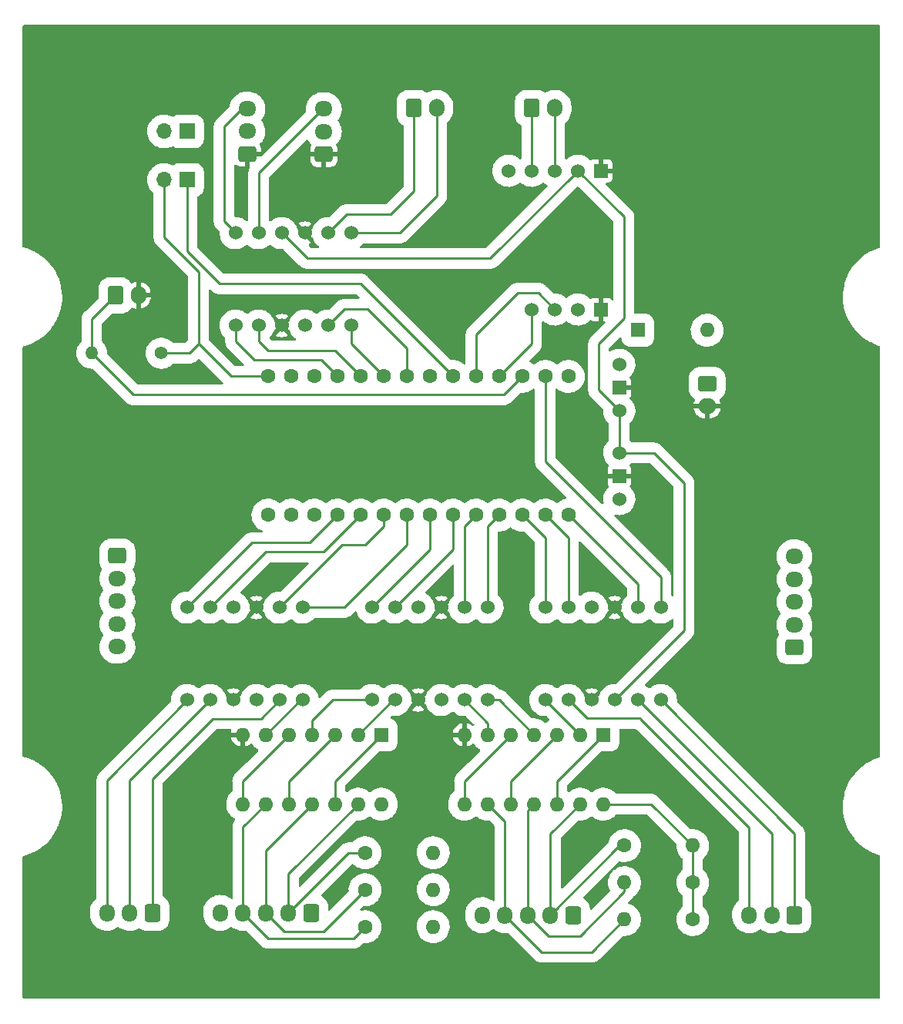
<source format=gtl>
%TF.GenerationSoftware,KiCad,Pcbnew,6.0.11-2627ca5db0~126~ubuntu20.04.1*%
%TF.CreationDate,2023-02-06T13:13:27-05:00*%
%TF.ProjectId,ScooterBLDCMotorController,53636f6f-7465-4724-924c-44434d6f746f,rev?*%
%TF.SameCoordinates,Original*%
%TF.FileFunction,Copper,L1,Top*%
%TF.FilePolarity,Positive*%
%FSLAX46Y46*%
G04 Gerber Fmt 4.6, Leading zero omitted, Abs format (unit mm)*
G04 Created by KiCad (PCBNEW 6.0.11-2627ca5db0~126~ubuntu20.04.1) date 2023-02-06 13:13:27*
%MOMM*%
%LPD*%
G01*
G04 APERTURE LIST*
G04 Aperture macros list*
%AMRoundRect*
0 Rectangle with rounded corners*
0 $1 Rounding radius*
0 $2 $3 $4 $5 $6 $7 $8 $9 X,Y pos of 4 corners*
0 Add a 4 corners polygon primitive as box body*
4,1,4,$2,$3,$4,$5,$6,$7,$8,$9,$2,$3,0*
0 Add four circle primitives for the rounded corners*
1,1,$1+$1,$2,$3*
1,1,$1+$1,$4,$5*
1,1,$1+$1,$6,$7*
1,1,$1+$1,$8,$9*
0 Add four rect primitives between the rounded corners*
20,1,$1+$1,$2,$3,$4,$5,0*
20,1,$1+$1,$4,$5,$6,$7,0*
20,1,$1+$1,$6,$7,$8,$9,0*
20,1,$1+$1,$8,$9,$2,$3,0*%
G04 Aperture macros list end*
%TA.AperFunction,ComponentPad*%
%ADD10RoundRect,0.250000X0.600000X0.725000X-0.600000X0.725000X-0.600000X-0.725000X0.600000X-0.725000X0*%
%TD*%
%TA.AperFunction,ComponentPad*%
%ADD11O,1.700000X1.950000*%
%TD*%
%TA.AperFunction,ComponentPad*%
%ADD12C,1.600000*%
%TD*%
%TA.AperFunction,ComponentPad*%
%ADD13O,1.600000X1.600000*%
%TD*%
%TA.AperFunction,ComponentPad*%
%ADD14C,1.524000*%
%TD*%
%TA.AperFunction,ComponentPad*%
%ADD15R,1.524000X1.524000*%
%TD*%
%TA.AperFunction,ComponentPad*%
%ADD16RoundRect,0.250000X0.725000X-0.600000X0.725000X0.600000X-0.725000X0.600000X-0.725000X-0.600000X0*%
%TD*%
%TA.AperFunction,ComponentPad*%
%ADD17O,1.950000X1.700000*%
%TD*%
%TA.AperFunction,ComponentPad*%
%ADD18RoundRect,0.250000X-0.750000X0.600000X-0.750000X-0.600000X0.750000X-0.600000X0.750000X0.600000X0*%
%TD*%
%TA.AperFunction,ComponentPad*%
%ADD19O,2.000000X1.700000*%
%TD*%
%TA.AperFunction,ComponentPad*%
%ADD20RoundRect,0.250000X-0.600000X-0.750000X0.600000X-0.750000X0.600000X0.750000X-0.600000X0.750000X0*%
%TD*%
%TA.AperFunction,ComponentPad*%
%ADD21O,1.700000X2.000000*%
%TD*%
%TA.AperFunction,ComponentPad*%
%ADD22C,1.400000*%
%TD*%
%TA.AperFunction,ComponentPad*%
%ADD23O,1.400000X1.400000*%
%TD*%
%TA.AperFunction,ComponentPad*%
%ADD24R,1.600000X1.600000*%
%TD*%
%TA.AperFunction,ComponentPad*%
%ADD25R,1.700000X1.700000*%
%TD*%
%TA.AperFunction,ComponentPad*%
%ADD26O,1.700000X1.700000*%
%TD*%
%TA.AperFunction,ComponentPad*%
%ADD27RoundRect,0.250000X-0.725000X0.600000X-0.725000X-0.600000X0.725000X-0.600000X0.725000X0.600000X0*%
%TD*%
%TA.AperFunction,Conductor*%
%ADD28C,0.250000*%
%TD*%
G04 APERTURE END LIST*
D10*
X133310000Y-136288000D03*
D11*
X130810000Y-136288000D03*
X128310000Y-136288000D03*
X125810000Y-136288000D03*
X123310000Y-136288000D03*
D12*
X175240000Y-137016000D03*
D13*
X167740000Y-137016000D03*
D14*
X137708000Y-61578000D03*
X135168000Y-61578000D03*
X132628000Y-61578000D03*
X130088000Y-61578000D03*
X127548000Y-61578000D03*
X125008000Y-61578000D03*
X125008000Y-71738000D03*
X127548000Y-71738000D03*
X130088000Y-71738000D03*
X132628000Y-71738000D03*
X135168000Y-71738000D03*
X137708000Y-71738000D03*
D12*
X128564000Y-92566000D03*
X131104000Y-92566000D03*
X133644000Y-92566000D03*
X136184000Y-92566000D03*
X138724000Y-92566000D03*
X141264000Y-92566000D03*
X143804000Y-92566000D03*
X146344000Y-92566000D03*
X148884000Y-92566000D03*
X151424000Y-92566000D03*
X153964000Y-92566000D03*
X156504000Y-92566000D03*
X159044000Y-92566000D03*
X161584000Y-92566000D03*
X161584000Y-77326000D03*
X159044000Y-77326000D03*
X156504000Y-77326000D03*
X153964000Y-77326000D03*
X151424000Y-77326000D03*
X148884000Y-77326000D03*
X146344000Y-77326000D03*
X143804000Y-77326000D03*
X141264000Y-77326000D03*
X138724000Y-77326000D03*
X136184000Y-77326000D03*
X133644000Y-77326000D03*
X131104000Y-77326000D03*
X128564000Y-77326000D03*
D14*
X157540000Y-69978500D03*
X160080000Y-69978500D03*
X162620000Y-69978500D03*
D15*
X165160000Y-69978500D03*
X165160000Y-54738500D03*
D14*
X162620000Y-54738500D03*
X160080000Y-54738500D03*
X157540000Y-54738500D03*
X155000000Y-54738500D03*
D16*
X134700000Y-52942000D03*
D17*
X134700000Y-50442000D03*
X134700000Y-47942000D03*
D18*
X176841000Y-78108000D03*
D19*
X176841000Y-80608000D03*
D20*
X111820000Y-68419000D03*
D21*
X114320000Y-68419000D03*
D14*
X139994000Y-112886000D03*
X142534000Y-112886000D03*
X145074000Y-112886000D03*
X147614000Y-112886000D03*
X150154000Y-112886000D03*
X152694000Y-112886000D03*
X152694000Y-102726000D03*
X150154000Y-102726000D03*
X147614000Y-102726000D03*
X145074000Y-102726000D03*
X142534000Y-102726000D03*
X139994000Y-102726000D03*
D10*
X162092000Y-136525000D03*
D11*
X159592000Y-136525000D03*
X157092000Y-136525000D03*
X154592000Y-136525000D03*
X152092000Y-136525000D03*
D14*
X167172000Y-85725000D03*
D15*
X167172000Y-88265000D03*
D14*
X167172000Y-90805000D03*
D12*
X175240000Y-132952000D03*
D13*
X167740000Y-132952000D03*
D20*
X157560000Y-47845000D03*
D21*
X160060000Y-47845000D03*
D22*
X116830000Y-74786000D03*
D23*
X109210000Y-74786000D03*
D10*
X115864000Y-136271000D03*
D11*
X113364000Y-136271000D03*
X110864000Y-136271000D03*
D16*
X186419000Y-107108000D03*
D17*
X186419000Y-104608000D03*
X186419000Y-102108000D03*
X186419000Y-99608000D03*
X186419000Y-97108000D03*
D24*
X165399000Y-116706000D03*
D13*
X162859000Y-116706000D03*
X160319000Y-116706000D03*
X157779000Y-116706000D03*
X155239000Y-116706000D03*
X152699000Y-116706000D03*
X150159000Y-116706000D03*
X150159000Y-124326000D03*
X152699000Y-124326000D03*
X155239000Y-124326000D03*
X157779000Y-124326000D03*
X160319000Y-124326000D03*
X162859000Y-124326000D03*
X165399000Y-124326000D03*
D25*
X119674000Y-55736000D03*
D26*
X117134000Y-55736000D03*
D25*
X119674000Y-50402000D03*
D26*
X117134000Y-50402000D03*
D14*
X159044000Y-112886000D03*
X161584000Y-112886000D03*
X164124000Y-112886000D03*
X166664000Y-112886000D03*
X169204000Y-112886000D03*
X171744000Y-112886000D03*
X171744000Y-102726000D03*
X169204000Y-102726000D03*
X166664000Y-102726000D03*
X164124000Y-102726000D03*
X161584000Y-102726000D03*
X159044000Y-102726000D03*
X167172000Y-76056000D03*
D15*
X167172000Y-78596000D03*
D14*
X167172000Y-81136000D03*
D20*
X144586000Y-47845000D03*
D21*
X147086000Y-47845000D03*
D14*
X119674000Y-112886000D03*
X122214000Y-112886000D03*
X124754000Y-112886000D03*
X127294000Y-112886000D03*
X129834000Y-112886000D03*
X132374000Y-112886000D03*
X132374000Y-102726000D03*
X129834000Y-102726000D03*
X127294000Y-102726000D03*
X124754000Y-102726000D03*
X122214000Y-102726000D03*
X119674000Y-102726000D03*
D12*
X139232000Y-129667000D03*
D13*
X146732000Y-129667000D03*
D24*
X169204000Y-72246000D03*
D13*
X176824000Y-72246000D03*
D12*
X139232000Y-133731000D03*
D13*
X146732000Y-133731000D03*
D24*
X141015000Y-116706000D03*
D13*
X138475000Y-116706000D03*
X135935000Y-116706000D03*
X133395000Y-116706000D03*
X130855000Y-116706000D03*
X128315000Y-116706000D03*
X125775000Y-116706000D03*
X125775000Y-124326000D03*
X128315000Y-124326000D03*
X130855000Y-124326000D03*
X133395000Y-124326000D03*
X135935000Y-124326000D03*
X138475000Y-124326000D03*
X141015000Y-124326000D03*
D12*
X139232000Y-137795000D03*
D13*
X146732000Y-137795000D03*
D12*
X167740000Y-128888000D03*
D13*
X175240000Y-128888000D03*
D16*
X126301000Y-52902000D03*
D17*
X126301000Y-50402000D03*
X126301000Y-47902000D03*
D10*
X186436000Y-136525000D03*
D11*
X183936000Y-136525000D03*
X181436000Y-136525000D03*
D27*
X112014000Y-97028000D03*
D17*
X112014000Y-99528000D03*
X112014000Y-102028000D03*
X112014000Y-104528000D03*
X112014000Y-107028000D03*
D28*
X130810000Y-131991000D02*
X138475000Y-124326000D01*
X139232000Y-129667000D02*
X137431000Y-129667000D01*
X137431000Y-129667000D02*
X130810000Y-136288000D01*
X130810000Y-136288000D02*
X130810000Y-131991000D01*
X167172000Y-81136000D02*
X164886000Y-78850000D01*
X174284000Y-105266000D02*
X166664000Y-112886000D01*
X165399000Y-124326000D02*
X170678000Y-124326000D01*
X174284000Y-89027000D02*
X174284000Y-105266000D01*
X167680000Y-59798500D02*
X162620000Y-54738500D01*
X167172000Y-85725000D02*
X170982000Y-85725000D01*
X167172000Y-81136000D02*
X167172000Y-85725000D01*
X170982000Y-85725000D02*
X174284000Y-89027000D01*
X152986500Y-64372000D02*
X132882000Y-64372000D01*
X164886000Y-78850000D02*
X164886000Y-73770000D01*
X167680000Y-70976000D02*
X167680000Y-59798500D01*
X132882000Y-64372000D02*
X130088000Y-61578000D01*
X162620000Y-54738500D02*
X152986500Y-64372000D01*
X170678000Y-124326000D02*
X175240000Y-128888000D01*
X175240000Y-132952000D02*
X175240000Y-128888000D01*
X164886000Y-73770000D02*
X167680000Y-70976000D01*
X175240000Y-137016000D02*
X175240000Y-132952000D01*
X128310000Y-136288000D02*
X128310000Y-129411000D01*
X128310000Y-129411000D02*
X133395000Y-124326000D01*
X130325000Y-138303000D02*
X128310000Y-136288000D01*
X134660000Y-138303000D02*
X130325000Y-138303000D01*
X139232000Y-133731000D02*
X134660000Y-138303000D01*
X139232000Y-137795000D02*
X137962000Y-139065000D01*
X128587000Y-139065000D02*
X125810000Y-136288000D01*
X125810000Y-136288000D02*
X125810000Y-126831000D01*
X137962000Y-139065000D02*
X128587000Y-139065000D01*
X125810000Y-126831000D02*
X128315000Y-124326000D01*
X159592000Y-136525000D02*
X159592000Y-127593000D01*
X159592000Y-127593000D02*
X162859000Y-124326000D01*
X167229000Y-128888000D02*
X159592000Y-136525000D01*
X162854000Y-138811000D02*
X159378000Y-138811000D01*
X157092000Y-136525000D02*
X157092000Y-125013000D01*
X167740000Y-133925000D02*
X162854000Y-138811000D01*
X167740000Y-132952000D02*
X167740000Y-133925000D01*
X157092000Y-125013000D02*
X157779000Y-124326000D01*
X159378000Y-138811000D02*
X157092000Y-136525000D01*
X167740000Y-137016000D02*
X164167000Y-140589000D01*
X154592000Y-136525000D02*
X154592000Y-126219000D01*
X164167000Y-140589000D02*
X158656000Y-140589000D01*
X158656000Y-140589000D02*
X154592000Y-136525000D01*
X154592000Y-126219000D02*
X152699000Y-124326000D01*
X122468000Y-114935000D02*
X127785000Y-114935000D01*
X127785000Y-114935000D02*
X129834000Y-112886000D01*
X115864000Y-121539000D02*
X122468000Y-114935000D01*
X115864000Y-136271000D02*
X115864000Y-121539000D01*
X113364000Y-136271000D02*
X113364000Y-121736000D01*
X113364000Y-121736000D02*
X122214000Y-112886000D01*
X110864000Y-121696000D02*
X119674000Y-112886000D01*
X110864000Y-136271000D02*
X110864000Y-121696000D01*
X186436000Y-136525000D02*
X186436000Y-127578000D01*
X186436000Y-127578000D02*
X171744000Y-112886000D01*
X183936000Y-127618000D02*
X169204000Y-112886000D01*
X183936000Y-136525000D02*
X183936000Y-127618000D01*
X169458000Y-114918000D02*
X169458000Y-114935000D01*
X169458000Y-114935000D02*
X181436000Y-126913000D01*
X181436000Y-126913000D02*
X181436000Y-136525000D01*
X161584000Y-112886000D02*
X163616000Y-114918000D01*
X163616000Y-114918000D02*
X169458000Y-114918000D01*
X157540000Y-54738500D02*
X157540000Y-47865000D01*
X160080000Y-54738500D02*
X160080000Y-47865000D01*
X128315000Y-116706000D02*
X132135000Y-112886000D01*
X132374000Y-102726000D02*
X136946000Y-102726000D01*
X143804000Y-95868000D02*
X143804000Y-92566000D01*
X136946000Y-102726000D02*
X143804000Y-95868000D01*
X129834000Y-102726000D02*
X136692000Y-95868000D01*
X141264000Y-93836000D02*
X141264000Y-92566000D01*
X136692000Y-95868000D02*
X139232000Y-95868000D01*
X139232000Y-95868000D02*
X141264000Y-93836000D01*
X117134000Y-62086000D02*
X117134000Y-55736000D01*
X124500000Y-77326000D02*
X120944000Y-73770000D01*
X117134000Y-62086000D02*
X120944000Y-65896000D01*
X119928000Y-74786000D02*
X116830000Y-74786000D01*
X120944000Y-73770000D02*
X120944000Y-65896000D01*
X128564000Y-77326000D02*
X124500000Y-77326000D01*
X120944000Y-73770000D02*
X119928000Y-74786000D01*
X134660000Y-96630000D02*
X138724000Y-92566000D01*
X128310000Y-96630000D02*
X134660000Y-96630000D01*
X122214000Y-102726000D02*
X128310000Y-96630000D01*
X126786000Y-95614000D02*
X133136000Y-95614000D01*
X119674000Y-102726000D02*
X126786000Y-95614000D01*
X133136000Y-95614000D02*
X136184000Y-92566000D01*
X135935000Y-124326000D02*
X135935000Y-121786000D01*
X135935000Y-121786000D02*
X141015000Y-116706000D01*
X138475000Y-116706000D02*
X142295000Y-112886000D01*
X130855000Y-124326000D02*
X130855000Y-121786000D01*
X130855000Y-121786000D02*
X135935000Y-116706000D01*
X133395000Y-115167000D02*
X135676000Y-112886000D01*
X135676000Y-112886000D02*
X139994000Y-112886000D01*
X133395000Y-116706000D02*
X133395000Y-115167000D01*
X125775000Y-121786000D02*
X130855000Y-116706000D01*
X125775000Y-124326000D02*
X125775000Y-121786000D01*
X152699000Y-115431000D02*
X150154000Y-112886000D01*
X152699000Y-116706000D02*
X152699000Y-115431000D01*
X153959000Y-112886000D02*
X152694000Y-112886000D01*
X157779000Y-116706000D02*
X153959000Y-112886000D01*
X152694000Y-93836000D02*
X153964000Y-92566000D01*
X152694000Y-102726000D02*
X152694000Y-93836000D01*
X150154000Y-102726000D02*
X150154000Y-93836000D01*
X150154000Y-93836000D02*
X151424000Y-92566000D01*
X142534000Y-102726000D02*
X148884000Y-96376000D01*
X148884000Y-96376000D02*
X148884000Y-92566000D01*
X139994000Y-102726000D02*
X146344000Y-96376000D01*
X146344000Y-96376000D02*
X146344000Y-92566000D01*
X169204000Y-102726000D02*
X169204000Y-100186000D01*
X169204000Y-100186000D02*
X161584000Y-92566000D01*
X171744000Y-99424000D02*
X159044000Y-86724000D01*
X159044000Y-86724000D02*
X159044000Y-77326000D01*
X171744000Y-102726000D02*
X171744000Y-99424000D01*
X135168000Y-61578000D02*
X137200000Y-59546000D01*
X137200000Y-59546000D02*
X142026000Y-59546000D01*
X144586000Y-56986000D02*
X144586000Y-47845000D01*
X142026000Y-59546000D02*
X144586000Y-56986000D01*
X137708000Y-61578000D02*
X143042000Y-61578000D01*
X143042000Y-61578000D02*
X147106000Y-57514000D01*
X147106000Y-57514000D02*
X147086000Y-57494000D01*
X147086000Y-57494000D02*
X147086000Y-47845000D01*
X161584000Y-102726000D02*
X161584000Y-95106000D01*
X161584000Y-95106000D02*
X159044000Y-92566000D01*
X159044000Y-95106000D02*
X156504000Y-92566000D01*
X159044000Y-102726000D02*
X159044000Y-95106000D01*
X160319000Y-121786000D02*
X165399000Y-116706000D01*
X160319000Y-124326000D02*
X160319000Y-121786000D01*
X162859000Y-116706000D02*
X159044000Y-112891000D01*
X155239000Y-124326000D02*
X155239000Y-121786000D01*
X155239000Y-121786000D02*
X160319000Y-116706000D01*
X150159000Y-124326000D02*
X150159000Y-121786000D01*
X150159000Y-121786000D02*
X155239000Y-116706000D01*
X157540000Y-73750000D02*
X153964000Y-77326000D01*
X157540000Y-69978500D02*
X157540000Y-73750000D01*
X155996000Y-68182000D02*
X151424000Y-72754000D01*
X158283500Y-68182000D02*
X155996000Y-68182000D01*
X160080000Y-69978500D02*
X158283500Y-68182000D01*
X151424000Y-72754000D02*
X151424000Y-77326000D01*
X119674000Y-63610000D02*
X119674000Y-55736000D01*
X138724000Y-67166000D02*
X148884000Y-77326000D01*
X123230000Y-67166000D02*
X119674000Y-63610000D01*
X123230000Y-67166000D02*
X138724000Y-67166000D01*
X127548000Y-54974000D02*
X134580000Y-47942000D01*
X127548000Y-61578000D02*
X127548000Y-54974000D01*
X123738000Y-60308000D02*
X125008000Y-61578000D01*
X123738000Y-49894000D02*
X123738000Y-60308000D01*
X125730000Y-47902000D02*
X123738000Y-49894000D01*
X135168000Y-71738000D02*
X136946000Y-69960000D01*
X139486000Y-69960000D02*
X143804000Y-74278000D01*
X143804000Y-74278000D02*
X143804000Y-77326000D01*
X136946000Y-69960000D02*
X139486000Y-69960000D01*
X137708000Y-73770000D02*
X141264000Y-77326000D01*
X137708000Y-71738000D02*
X137708000Y-73770000D01*
X127548000Y-73516000D02*
X127548000Y-71738000D01*
X128564000Y-74532000D02*
X127548000Y-73516000D01*
X135930000Y-74532000D02*
X128564000Y-74532000D01*
X138724000Y-77326000D02*
X135930000Y-74532000D01*
X134406000Y-75548000D02*
X127040000Y-75548000D01*
X127040000Y-75548000D02*
X125008000Y-73516000D01*
X125008000Y-73516000D02*
X125008000Y-71738000D01*
X136184000Y-77326000D02*
X134406000Y-75548000D01*
X109210000Y-71029000D02*
X111820000Y-68419000D01*
X113782000Y-79358000D02*
X109210000Y-74786000D01*
X154472000Y-79358000D02*
X113782000Y-79358000D01*
X156504000Y-77326000D02*
X154472000Y-79358000D01*
X109210000Y-74786000D02*
X109210000Y-71029000D01*
%TA.AperFunction,Conductor*%
G36*
X195784276Y-38739502D02*
G01*
X195830769Y-38793158D01*
X195842155Y-38845507D01*
X195840887Y-63089919D01*
X195820881Y-63158038D01*
X195767223Y-63204528D01*
X195751305Y-63210534D01*
X195632180Y-63246500D01*
X195500521Y-63286250D01*
X195064017Y-63459074D01*
X194643505Y-63667818D01*
X194241935Y-63911018D01*
X194239803Y-63912567D01*
X194239800Y-63912569D01*
X193864269Y-64185407D01*
X193864260Y-64185414D01*
X193862124Y-64186966D01*
X193686639Y-64338441D01*
X193508728Y-64492009D01*
X193508721Y-64492016D01*
X193506736Y-64493729D01*
X193178264Y-64829154D01*
X192879011Y-65190889D01*
X192611077Y-65576396D01*
X192376341Y-65982970D01*
X192176449Y-66407762D01*
X192175527Y-66410242D01*
X192175525Y-66410246D01*
X192165439Y-66437366D01*
X192012804Y-66847789D01*
X191954208Y-67057659D01*
X191895619Y-67267502D01*
X191886554Y-67299968D01*
X191798583Y-67761124D01*
X191798309Y-67763733D01*
X191750593Y-68217723D01*
X191749510Y-68228025D01*
X191745170Y-68435223D01*
X191739755Y-68693733D01*
X191739678Y-68697394D01*
X191749062Y-68846539D01*
X191767860Y-69145318D01*
X191769157Y-69165940D01*
X191837739Y-69630376D01*
X191838340Y-69632937D01*
X191838341Y-69632944D01*
X191858116Y-69717255D01*
X191944943Y-70087444D01*
X191945759Y-70089955D01*
X191945760Y-70089959D01*
X192083935Y-70515217D01*
X192090018Y-70533938D01*
X192091039Y-70536366D01*
X192091039Y-70536367D01*
X192105388Y-70570501D01*
X192271946Y-70966728D01*
X192273166Y-70969061D01*
X192273168Y-70969066D01*
X192484581Y-71373461D01*
X192489450Y-71382775D01*
X192490864Y-71385003D01*
X192739582Y-71776921D01*
X192739588Y-71776930D01*
X192741006Y-71779164D01*
X192742605Y-71781271D01*
X192742606Y-71781272D01*
X193003807Y-72125391D01*
X193024849Y-72153113D01*
X193338987Y-72501999D01*
X193340908Y-72503803D01*
X193340912Y-72503807D01*
X193350855Y-72513144D01*
X193681217Y-72823374D01*
X194049140Y-73114986D01*
X194051329Y-73116440D01*
X194051334Y-73116444D01*
X194437981Y-73373332D01*
X194437987Y-73373336D01*
X194440173Y-73374788D01*
X194731765Y-73535092D01*
X194849098Y-73599596D01*
X194851575Y-73600958D01*
X194853985Y-73602031D01*
X195273436Y-73788783D01*
X195280459Y-73791910D01*
X195489709Y-73864778D01*
X195721342Y-73945441D01*
X195721347Y-73945442D01*
X195723818Y-73946303D01*
X195726347Y-73946952D01*
X195726379Y-73946962D01*
X195745648Y-73951909D01*
X195806654Y-73988223D01*
X195838343Y-74051755D01*
X195840313Y-74073953D01*
X195838792Y-103143990D01*
X195837958Y-119090804D01*
X195817952Y-119158923D01*
X195764294Y-119205413D01*
X195748384Y-119211416D01*
X195500521Y-119286250D01*
X195064017Y-119459074D01*
X194643505Y-119667818D01*
X194241935Y-119911018D01*
X194239803Y-119912567D01*
X194239800Y-119912569D01*
X193864269Y-120185407D01*
X193864260Y-120185414D01*
X193862124Y-120186966D01*
X193686639Y-120338441D01*
X193508728Y-120492009D01*
X193508721Y-120492016D01*
X193506736Y-120493729D01*
X193178264Y-120829154D01*
X193176591Y-120831177D01*
X193176585Y-120831183D01*
X193086223Y-120940412D01*
X192879011Y-121190889D01*
X192611077Y-121576396D01*
X192376341Y-121982970D01*
X192176449Y-122407762D01*
X192175527Y-122410242D01*
X192175525Y-122410246D01*
X192013724Y-122845315D01*
X192012804Y-122847789D01*
X191950048Y-123072556D01*
X191890229Y-123286807D01*
X191886554Y-123299968D01*
X191798583Y-123761124D01*
X191794696Y-123798109D01*
X191774101Y-123994060D01*
X191749510Y-124228025D01*
X191739678Y-124697394D01*
X191769157Y-125165940D01*
X191837739Y-125630376D01*
X191944943Y-126087444D01*
X191945759Y-126089955D01*
X191945760Y-126089959D01*
X192063676Y-126452865D01*
X192090018Y-126533938D01*
X192271946Y-126966728D01*
X192273166Y-126969061D01*
X192273168Y-126969066D01*
X192482861Y-127370171D01*
X192489450Y-127382775D01*
X192490864Y-127385003D01*
X192739582Y-127776921D01*
X192739588Y-127776930D01*
X192741006Y-127779164D01*
X192742605Y-127781271D01*
X192742606Y-127781272D01*
X192993101Y-128111286D01*
X193024849Y-128153113D01*
X193338987Y-128501999D01*
X193340908Y-128503803D01*
X193340912Y-128503807D01*
X193431957Y-128589304D01*
X193681217Y-128823374D01*
X194049140Y-129114986D01*
X194051329Y-129116440D01*
X194051334Y-129116444D01*
X194437981Y-129373332D01*
X194437987Y-129373336D01*
X194440173Y-129374788D01*
X194851575Y-129600958D01*
X195280459Y-129791910D01*
X195723818Y-129946303D01*
X195740261Y-129950525D01*
X195742719Y-129951156D01*
X195803725Y-129987470D01*
X195835414Y-130051003D01*
X195837384Y-130073202D01*
X195836775Y-141710637D01*
X195836574Y-145558507D01*
X195816568Y-145626626D01*
X195762910Y-145673116D01*
X195710574Y-145684500D01*
X101733744Y-145684500D01*
X101665623Y-145664498D01*
X101619130Y-145610842D01*
X101607744Y-145558493D01*
X101608221Y-136464223D01*
X109013500Y-136464223D01*
X109013665Y-136466491D01*
X109013665Y-136466503D01*
X109018827Y-136537643D01*
X109027984Y-136663846D01*
X109028968Y-136668301D01*
X109028968Y-136668304D01*
X109055706Y-136789408D01*
X109085880Y-136926080D01*
X109133452Y-137051645D01*
X109155749Y-137110495D01*
X109181025Y-137177211D01*
X109311426Y-137411976D01*
X109338574Y-137447549D01*
X109464823Y-137612974D01*
X109474350Y-137625458D01*
X109666386Y-137813185D01*
X109690538Y-137830765D01*
X109867012Y-137959217D01*
X109883509Y-137971225D01*
X109957914Y-138010371D01*
X110117132Y-138094140D01*
X110117138Y-138094143D01*
X110121172Y-138096265D01*
X110125477Y-138097785D01*
X110125481Y-138097787D01*
X110350361Y-138177200D01*
X110374397Y-138185688D01*
X110460648Y-138202688D01*
X110633406Y-138236739D01*
X110633412Y-138236740D01*
X110637878Y-138237620D01*
X110642431Y-138237847D01*
X110642434Y-138237847D01*
X110901526Y-138250745D01*
X110901532Y-138250745D01*
X110906095Y-138250972D01*
X111173431Y-138225466D01*
X111177865Y-138224381D01*
X111177871Y-138224380D01*
X111429851Y-138162721D01*
X111434285Y-138161636D01*
X111438511Y-138159924D01*
X111438515Y-138159923D01*
X111678963Y-138062531D01*
X111678964Y-138062531D01*
X111683192Y-138060818D01*
X111914938Y-137925125D01*
X112032930Y-137830765D01*
X112098622Y-137803841D01*
X112168443Y-137816707D01*
X112185772Y-137827296D01*
X112190538Y-137830765D01*
X112367012Y-137959217D01*
X112383509Y-137971225D01*
X112457914Y-138010371D01*
X112617132Y-138094140D01*
X112617138Y-138094143D01*
X112621172Y-138096265D01*
X112625477Y-138097785D01*
X112625481Y-138097787D01*
X112850361Y-138177200D01*
X112874397Y-138185688D01*
X112960648Y-138202688D01*
X113133406Y-138236739D01*
X113133412Y-138236740D01*
X113137878Y-138237620D01*
X113142431Y-138237847D01*
X113142434Y-138237847D01*
X113401526Y-138250745D01*
X113401532Y-138250745D01*
X113406095Y-138250972D01*
X113673431Y-138225466D01*
X113677865Y-138224381D01*
X113677871Y-138224380D01*
X113929851Y-138162721D01*
X113934285Y-138161636D01*
X113938511Y-138159924D01*
X113938515Y-138159923D01*
X114178963Y-138062531D01*
X114178964Y-138062531D01*
X114183192Y-138060818D01*
X114303544Y-137990349D01*
X114342556Y-137967507D01*
X114411448Y-137950347D01*
X114478131Y-137972774D01*
X114634275Y-138081297D01*
X114641925Y-138086614D01*
X114768085Y-138144374D01*
X114839782Y-138177200D01*
X114839784Y-138177201D01*
X114844887Y-138179537D01*
X115061098Y-138235051D01*
X115125232Y-138240267D01*
X115199311Y-138246293D01*
X115199323Y-138246293D01*
X115201862Y-138246500D01*
X116526138Y-138246500D01*
X116528677Y-138246293D01*
X116528689Y-138246293D01*
X116602768Y-138240267D01*
X116666902Y-138235051D01*
X116883113Y-138179537D01*
X116888216Y-138177201D01*
X116888218Y-138177200D01*
X116959915Y-138144374D01*
X117086075Y-138086614D01*
X117090681Y-138083413D01*
X117264767Y-137962420D01*
X117264769Y-137962418D01*
X117269375Y-137959217D01*
X117427217Y-137801375D01*
X117453089Y-137764151D01*
X117551413Y-137622681D01*
X117551414Y-137622679D01*
X117554614Y-137618075D01*
X117615024Y-137486127D01*
X117645200Y-137420218D01*
X117645201Y-137420216D01*
X117647537Y-137415113D01*
X117703051Y-137198902D01*
X117710242Y-137110495D01*
X117714293Y-137060689D01*
X117714293Y-137060677D01*
X117714500Y-137058138D01*
X117714500Y-135483862D01*
X117713853Y-135475898D01*
X117706428Y-135384617D01*
X117703051Y-135343098D01*
X117647537Y-135126887D01*
X117623411Y-135074190D01*
X117590173Y-135001593D01*
X117554614Y-134923925D01*
X117519726Y-134873728D01*
X117430420Y-134745233D01*
X117430418Y-134745231D01*
X117427217Y-134740625D01*
X117269375Y-134582783D01*
X117264769Y-134579582D01*
X117264767Y-134579580D01*
X117090681Y-134458587D01*
X117090679Y-134458586D01*
X117086075Y-134455386D01*
X117063049Y-134444844D01*
X117009438Y-134398300D01*
X116989500Y-134330280D01*
X116989500Y-122057388D01*
X117009502Y-121989267D01*
X117026405Y-121968293D01*
X122022176Y-116972522D01*
X124492273Y-116972522D01*
X124539764Y-117149761D01*
X124543510Y-117160053D01*
X124635586Y-117357511D01*
X124641069Y-117367007D01*
X124766028Y-117545467D01*
X124773084Y-117553875D01*
X124927125Y-117707916D01*
X124935533Y-117714972D01*
X125113993Y-117839931D01*
X125123489Y-117845414D01*
X125320947Y-117937490D01*
X125331239Y-117941236D01*
X125503503Y-117987394D01*
X125517599Y-117987058D01*
X125521000Y-117979116D01*
X125521000Y-116978115D01*
X125516525Y-116962876D01*
X125515135Y-116961671D01*
X125507452Y-116960000D01*
X124507033Y-116960000D01*
X124493502Y-116963973D01*
X124492273Y-116972522D01*
X122022176Y-116972522D01*
X122897293Y-116097405D01*
X122959605Y-116063379D01*
X122986388Y-116060500D01*
X124435003Y-116060500D01*
X124503124Y-116080502D01*
X124549617Y-116134158D01*
X124559721Y-116204432D01*
X124549197Y-116239752D01*
X124543510Y-116251947D01*
X124539764Y-116262239D01*
X124493606Y-116434503D01*
X124493942Y-116448599D01*
X124501884Y-116452000D01*
X125903000Y-116452000D01*
X125971121Y-116472002D01*
X126017614Y-116525658D01*
X126029000Y-116578000D01*
X126029000Y-117973967D01*
X126032973Y-117987498D01*
X126041522Y-117988727D01*
X126218761Y-117941236D01*
X126229053Y-117937490D01*
X126426511Y-117845414D01*
X126436007Y-117839931D01*
X126614467Y-117714972D01*
X126622875Y-117707916D01*
X126630469Y-117700322D01*
X126692781Y-117666296D01*
X126763596Y-117671361D01*
X126820522Y-117714028D01*
X126948288Y-117885127D01*
X126952335Y-117890547D01*
X126955642Y-117893825D01*
X126955647Y-117893831D01*
X127131143Y-118067801D01*
X127142390Y-118078950D01*
X127358205Y-118237192D01*
X127362340Y-118239368D01*
X127362344Y-118239370D01*
X127451825Y-118286448D01*
X127502797Y-118335867D01*
X127518960Y-118405000D01*
X127495181Y-118471896D01*
X127482252Y-118487051D01*
X126185354Y-119783948D01*
X125053891Y-120915411D01*
X125045473Y-120922519D01*
X125045661Y-120922737D01*
X125041115Y-120926661D01*
X125036230Y-120930126D01*
X125032091Y-120934449D01*
X125032087Y-120934453D01*
X124971108Y-120998153D01*
X124969185Y-121000117D01*
X124941205Y-121028097D01*
X124939294Y-121030410D01*
X124939293Y-121030412D01*
X124936364Y-121033958D01*
X124930241Y-121040843D01*
X124887716Y-121085265D01*
X124884461Y-121090306D01*
X124869201Y-121113940D01*
X124860512Y-121125813D01*
X124838779Y-121152130D01*
X124822865Y-121181258D01*
X124809296Y-121206093D01*
X124804585Y-121214012D01*
X124771218Y-121265689D01*
X124768976Y-121271253D01*
X124768973Y-121271258D01*
X124758462Y-121297340D01*
X124752169Y-121310652D01*
X124738687Y-121335329D01*
X124735807Y-121340601D01*
X124722928Y-121380836D01*
X124717056Y-121399179D01*
X124713925Y-121407852D01*
X124690939Y-121464887D01*
X124689790Y-121470771D01*
X124684398Y-121498380D01*
X124680736Y-121512641D01*
X124670332Y-121545144D01*
X124666838Y-121574231D01*
X124662996Y-121606211D01*
X124661559Y-121615331D01*
X124660449Y-121621017D01*
X124649776Y-121675671D01*
X124649500Y-121681314D01*
X124649500Y-121711017D01*
X124648601Y-121726044D01*
X124644717Y-121758377D01*
X124645140Y-121764352D01*
X124645140Y-121764356D01*
X124649185Y-121821477D01*
X124649500Y-121830377D01*
X124649500Y-122860653D01*
X124629498Y-122928774D01*
X124607402Y-122954655D01*
X124476197Y-123071760D01*
X124305075Y-123277512D01*
X124302652Y-123281505D01*
X124174796Y-123492205D01*
X124166244Y-123506298D01*
X124164437Y-123510606D01*
X124164437Y-123510607D01*
X124128352Y-123596661D01*
X124062755Y-123753091D01*
X124061604Y-123757623D01*
X124061603Y-123757626D01*
X124000884Y-123996709D01*
X123996881Y-124012470D01*
X123970070Y-124278736D01*
X123982909Y-124546041D01*
X124035118Y-124808512D01*
X124125549Y-125060383D01*
X124127765Y-125064507D01*
X124195982Y-125191465D01*
X124252215Y-125296121D01*
X124255010Y-125299864D01*
X124255012Y-125299867D01*
X124395801Y-125488405D01*
X124412335Y-125510547D01*
X124415642Y-125513825D01*
X124415647Y-125513831D01*
X124591143Y-125687801D01*
X124602390Y-125698950D01*
X124818205Y-125857192D01*
X124913585Y-125907374D01*
X124964556Y-125956792D01*
X124980719Y-126025924D01*
X124956940Y-126092820D01*
X124945934Y-126106011D01*
X124926866Y-126125929D01*
X124926862Y-126125934D01*
X124922716Y-126130265D01*
X124907916Y-126153187D01*
X124904201Y-126158940D01*
X124895512Y-126170813D01*
X124873779Y-126197130D01*
X124870905Y-126202391D01*
X124844296Y-126251093D01*
X124839585Y-126259012D01*
X124806218Y-126310689D01*
X124803976Y-126316253D01*
X124803973Y-126316258D01*
X124793462Y-126342340D01*
X124787169Y-126355652D01*
X124773687Y-126380329D01*
X124770807Y-126385601D01*
X124768978Y-126391316D01*
X124752056Y-126444179D01*
X124748925Y-126452852D01*
X124725939Y-126509887D01*
X124724790Y-126515771D01*
X124719398Y-126543380D01*
X124715736Y-126557641D01*
X124705332Y-126590144D01*
X124700433Y-126630926D01*
X124697996Y-126651211D01*
X124696559Y-126660331D01*
X124691703Y-126685198D01*
X124684776Y-126720671D01*
X124684500Y-126726314D01*
X124684500Y-126756017D01*
X124683601Y-126771044D01*
X124679717Y-126803377D01*
X124680140Y-126809352D01*
X124680140Y-126809356D01*
X124684185Y-126866477D01*
X124684500Y-126875377D01*
X124684500Y-134627011D01*
X124664498Y-134695132D01*
X124610842Y-134741625D01*
X124540568Y-134751729D01*
X124484351Y-134728883D01*
X124354497Y-134634364D01*
X124294183Y-134590462D01*
X124294180Y-134590460D01*
X124290491Y-134587775D01*
X124177525Y-134528341D01*
X124056868Y-134464860D01*
X124056862Y-134464857D01*
X124052828Y-134462735D01*
X124048523Y-134461215D01*
X124048519Y-134461213D01*
X123803916Y-134374835D01*
X123803915Y-134374835D01*
X123799603Y-134373312D01*
X123651044Y-134344031D01*
X123540594Y-134322261D01*
X123540588Y-134322260D01*
X123536122Y-134321380D01*
X123531569Y-134321153D01*
X123531566Y-134321153D01*
X123272474Y-134308255D01*
X123272468Y-134308255D01*
X123267905Y-134308028D01*
X123000569Y-134333534D01*
X122996135Y-134334619D01*
X122996129Y-134334620D01*
X122784309Y-134386452D01*
X122739715Y-134397364D01*
X122735489Y-134399076D01*
X122735485Y-134399077D01*
X122495037Y-134496469D01*
X122490808Y-134498182D01*
X122259062Y-134633875D01*
X122158452Y-134714335D01*
X122056849Y-134795589D01*
X122049331Y-134801601D01*
X121866009Y-134997846D01*
X121849372Y-135021828D01*
X121715539Y-135214746D01*
X121715536Y-135214751D01*
X121712936Y-135218499D01*
X121710904Y-135222584D01*
X121710902Y-135222587D01*
X121657427Y-135330077D01*
X121593320Y-135458938D01*
X121591899Y-135463272D01*
X121591898Y-135463275D01*
X121514206Y-135700275D01*
X121509665Y-135714126D01*
X121508885Y-135718617D01*
X121508885Y-135718618D01*
X121465670Y-135967512D01*
X121463724Y-135978717D01*
X121463533Y-135982554D01*
X121460425Y-136044996D01*
X121459500Y-136063567D01*
X121459500Y-136481223D01*
X121459665Y-136483491D01*
X121459665Y-136483503D01*
X121463820Y-136540760D01*
X121473984Y-136680846D01*
X121474968Y-136685301D01*
X121474968Y-136685304D01*
X121528127Y-136926080D01*
X121531880Y-136943080D01*
X121558611Y-137013635D01*
X121619982Y-137175620D01*
X121627025Y-137194211D01*
X121670048Y-137271666D01*
X121746704Y-137409672D01*
X121757426Y-137428976D01*
X121775686Y-137452902D01*
X121916794Y-137637798D01*
X121920350Y-137642458D01*
X122112386Y-137830185D01*
X122116075Y-137832870D01*
X122309072Y-137973349D01*
X122329509Y-137988225D01*
X122389193Y-138019626D01*
X122563132Y-138111140D01*
X122563138Y-138111143D01*
X122567172Y-138113265D01*
X122571477Y-138114785D01*
X122571481Y-138114787D01*
X122760213Y-138181435D01*
X122820397Y-138202688D01*
X122947694Y-138227778D01*
X123079406Y-138253739D01*
X123079412Y-138253740D01*
X123083878Y-138254620D01*
X123088431Y-138254847D01*
X123088434Y-138254847D01*
X123347526Y-138267745D01*
X123347532Y-138267745D01*
X123352095Y-138267972D01*
X123619431Y-138242466D01*
X123623865Y-138241381D01*
X123623871Y-138241380D01*
X123875851Y-138179721D01*
X123880285Y-138178636D01*
X123884511Y-138176924D01*
X123884515Y-138176923D01*
X124124963Y-138079531D01*
X124124964Y-138079531D01*
X124129192Y-138077818D01*
X124360938Y-137942125D01*
X124478930Y-137847765D01*
X124544622Y-137820841D01*
X124614443Y-137833707D01*
X124631772Y-137844296D01*
X124677436Y-137877534D01*
X124809072Y-137973349D01*
X124829509Y-137988225D01*
X124889193Y-138019626D01*
X125063132Y-138111140D01*
X125063138Y-138111143D01*
X125067172Y-138113265D01*
X125071477Y-138114785D01*
X125071481Y-138114787D01*
X125260213Y-138181435D01*
X125320397Y-138202688D01*
X125447694Y-138227778D01*
X125579406Y-138253739D01*
X125579412Y-138253740D01*
X125583878Y-138254620D01*
X125588431Y-138254847D01*
X125588434Y-138254847D01*
X125847526Y-138267745D01*
X125847532Y-138267745D01*
X125852095Y-138267972D01*
X126109033Y-138243458D01*
X126178745Y-138256899D01*
X126210095Y-138279793D01*
X127716411Y-139786109D01*
X127723519Y-139794527D01*
X127723737Y-139794339D01*
X127727661Y-139798885D01*
X127731126Y-139803770D01*
X127735449Y-139807909D01*
X127735453Y-139807913D01*
X127799153Y-139868892D01*
X127801117Y-139870815D01*
X127829097Y-139898795D01*
X127831410Y-139900706D01*
X127831412Y-139900707D01*
X127834958Y-139903636D01*
X127841843Y-139909759D01*
X127886265Y-139952284D01*
X127891306Y-139955539D01*
X127914940Y-139970799D01*
X127926813Y-139979488D01*
X127953130Y-140001221D01*
X127985995Y-140019177D01*
X128007093Y-140030704D01*
X128015012Y-140035415D01*
X128066689Y-140068782D01*
X128072253Y-140071024D01*
X128072258Y-140071027D01*
X128098340Y-140081538D01*
X128111652Y-140087831D01*
X128136329Y-140101313D01*
X128136332Y-140101314D01*
X128141601Y-140104193D01*
X128200179Y-140122944D01*
X128208852Y-140126075D01*
X128265887Y-140149061D01*
X128299380Y-140155602D01*
X128313641Y-140159264D01*
X128340435Y-140167841D01*
X128340439Y-140167842D01*
X128346144Y-140169668D01*
X128386926Y-140174567D01*
X128407211Y-140177004D01*
X128416331Y-140178441D01*
X128458303Y-140186637D01*
X128476671Y-140190224D01*
X128482314Y-140190500D01*
X128512017Y-140190500D01*
X128527045Y-140191399D01*
X128553430Y-140194569D01*
X128553434Y-140194569D01*
X128559377Y-140195283D01*
X128565352Y-140194860D01*
X128565356Y-140194860D01*
X128622477Y-140190815D01*
X128631377Y-140190500D01*
X137856303Y-140190500D01*
X137867280Y-140191427D01*
X137867301Y-140191139D01*
X137873278Y-140191578D01*
X137879195Y-140192584D01*
X137973330Y-140190530D01*
X137976079Y-140190500D01*
X138015664Y-140190500D01*
X138023216Y-140189779D01*
X138032424Y-140189240D01*
X138057099Y-140188702D01*
X138087916Y-140188030D01*
X138087919Y-140188030D01*
X138093910Y-140187899D01*
X138099771Y-140186637D01*
X138099772Y-140186637D01*
X138127267Y-140180717D01*
X138141822Y-140178463D01*
X138142053Y-140178441D01*
X138175795Y-140175222D01*
X138181543Y-140173536D01*
X138181552Y-140173534D01*
X138234813Y-140157909D01*
X138243760Y-140155637D01*
X138258897Y-140152378D01*
X138303866Y-140142696D01*
X138335270Y-140129334D01*
X138349111Y-140124378D01*
X138381876Y-140114765D01*
X138436549Y-140086607D01*
X138444894Y-140082688D01*
X138477576Y-140068782D01*
X138495971Y-140060955D01*
X138495974Y-140060953D01*
X138501486Y-140058608D01*
X138506461Y-140055259D01*
X138529797Y-140039549D01*
X138542470Y-140032054D01*
X138567472Y-140019177D01*
X138567474Y-140019176D01*
X138572807Y-140016429D01*
X138597024Y-139997406D01*
X138621171Y-139978439D01*
X138628635Y-139973007D01*
X138675873Y-139941204D01*
X138675878Y-139941200D01*
X138679639Y-139938668D01*
X138683825Y-139934873D01*
X138704831Y-139913867D01*
X138716093Y-139903876D01*
X138736980Y-139887469D01*
X138741698Y-139883763D01*
X138783160Y-139835982D01*
X138789231Y-139829467D01*
X138990702Y-139627996D01*
X139053014Y-139593970D01*
X139084743Y-139591188D01*
X139290344Y-139599266D01*
X139290350Y-139599266D01*
X139295013Y-139599449D01*
X139389272Y-139589126D01*
X139556382Y-139570825D01*
X139556387Y-139570824D01*
X139561035Y-139570315D01*
X139676567Y-139539898D01*
X139815309Y-139503370D01*
X139819829Y-139502180D01*
X139944501Y-139448617D01*
X140061407Y-139398391D01*
X140061410Y-139398389D01*
X140065710Y-139396542D01*
X140069690Y-139394079D01*
X140069694Y-139394077D01*
X140289302Y-139258179D01*
X140289306Y-139258176D01*
X140293275Y-139255720D01*
X140307010Y-139244092D01*
X140493960Y-139085828D01*
X140493961Y-139085827D01*
X140497526Y-139082809D01*
X140591365Y-138975807D01*
X140670894Y-138885122D01*
X140670898Y-138885117D01*
X140673976Y-138881607D01*
X140713432Y-138820266D01*
X140816219Y-138660465D01*
X140816222Y-138660460D01*
X140818747Y-138656534D01*
X140928661Y-138412534D01*
X140936239Y-138385663D01*
X141000032Y-138159473D01*
X141000033Y-138159470D01*
X141001302Y-138154969D01*
X141019103Y-138015041D01*
X141034677Y-137892625D01*
X141034677Y-137892621D01*
X141035075Y-137889495D01*
X141035255Y-137882644D01*
X141036536Y-137833707D01*
X141037549Y-137795000D01*
X141034384Y-137752408D01*
X141034037Y-137747736D01*
X144927070Y-137747736D01*
X144927294Y-137752403D01*
X144927294Y-137752408D01*
X144932743Y-137865842D01*
X144939909Y-138015041D01*
X144992118Y-138277512D01*
X144993698Y-138281912D01*
X144993698Y-138281913D01*
X145004684Y-138312511D01*
X145082549Y-138529383D01*
X145084765Y-138533507D01*
X145185688Y-138721334D01*
X145209215Y-138765121D01*
X145212010Y-138768864D01*
X145212012Y-138768867D01*
X145296199Y-138881607D01*
X145369335Y-138979547D01*
X145372642Y-138982825D01*
X145372647Y-138982831D01*
X145556074Y-139164663D01*
X145559390Y-139167950D01*
X145775205Y-139326192D01*
X145779340Y-139328368D01*
X145779344Y-139328370D01*
X145908918Y-139396542D01*
X146012039Y-139450797D01*
X146016458Y-139452340D01*
X146260273Y-139537484D01*
X146260279Y-139537486D01*
X146264690Y-139539026D01*
X146527606Y-139588943D01*
X146654616Y-139593933D01*
X146790345Y-139599266D01*
X146790350Y-139599266D01*
X146795013Y-139599449D01*
X146889272Y-139589126D01*
X147056382Y-139570825D01*
X147056387Y-139570824D01*
X147061035Y-139570315D01*
X147176567Y-139539898D01*
X147315309Y-139503370D01*
X147319829Y-139502180D01*
X147444501Y-139448617D01*
X147561407Y-139398391D01*
X147561410Y-139398389D01*
X147565710Y-139396542D01*
X147569690Y-139394079D01*
X147569694Y-139394077D01*
X147789302Y-139258179D01*
X147789306Y-139258176D01*
X147793275Y-139255720D01*
X147807010Y-139244092D01*
X147993960Y-139085828D01*
X147993961Y-139085827D01*
X147997526Y-139082809D01*
X148091365Y-138975807D01*
X148170894Y-138885122D01*
X148170898Y-138885117D01*
X148173976Y-138881607D01*
X148213432Y-138820266D01*
X148316219Y-138660465D01*
X148316222Y-138660460D01*
X148318747Y-138656534D01*
X148428661Y-138412534D01*
X148436239Y-138385663D01*
X148500032Y-138159473D01*
X148500033Y-138159470D01*
X148501302Y-138154969D01*
X148519103Y-138015041D01*
X148534677Y-137892625D01*
X148534677Y-137892621D01*
X148535075Y-137889495D01*
X148535255Y-137882644D01*
X148536536Y-137833707D01*
X148537549Y-137795000D01*
X148534384Y-137752408D01*
X148518064Y-137532788D01*
X148518063Y-137532784D01*
X148517717Y-137528123D01*
X148507161Y-137481470D01*
X148468266Y-137309583D01*
X148458655Y-137267109D01*
X148456364Y-137261218D01*
X148363355Y-137022044D01*
X148363354Y-137022042D01*
X148361662Y-137017691D01*
X148228868Y-136785350D01*
X148063190Y-136575189D01*
X147868269Y-136391825D01*
X147648385Y-136239286D01*
X147608373Y-136219554D01*
X147412559Y-136122989D01*
X147412556Y-136122988D01*
X147408371Y-136120924D01*
X147153497Y-136039338D01*
X146975857Y-136010408D01*
X146893976Y-135997073D01*
X146893975Y-135997073D01*
X146889364Y-135996322D01*
X146755569Y-135994570D01*
X146626451Y-135992880D01*
X146626448Y-135992880D01*
X146621774Y-135992819D01*
X146356605Y-136028907D01*
X146352118Y-136030215D01*
X146352117Y-136030215D01*
X146290629Y-136048137D01*
X146099683Y-136103792D01*
X146095430Y-136105752D01*
X146095429Y-136105753D01*
X146043512Y-136129687D01*
X145856652Y-136215831D01*
X145852743Y-136218394D01*
X145636764Y-136359996D01*
X145636759Y-136360000D01*
X145632851Y-136362562D01*
X145547460Y-136438776D01*
X145499903Y-136481223D01*
X145433197Y-136540760D01*
X145262075Y-136746512D01*
X145259652Y-136750505D01*
X145130051Y-136964081D01*
X145123244Y-136975298D01*
X145121437Y-136979606D01*
X145121437Y-136979607D01*
X145031724Y-137193549D01*
X145019755Y-137222091D01*
X145018604Y-137226623D01*
X145018603Y-137226626D01*
X144962496Y-137447549D01*
X144953881Y-137481470D01*
X144927070Y-137747736D01*
X141034037Y-137747736D01*
X141018064Y-137532788D01*
X141018063Y-137532784D01*
X141017717Y-137528123D01*
X141007161Y-137481470D01*
X140968266Y-137309583D01*
X140958655Y-137267109D01*
X140956364Y-137261218D01*
X140863355Y-137022044D01*
X140863354Y-137022042D01*
X140861662Y-137017691D01*
X140728868Y-136785350D01*
X140563190Y-136575189D01*
X140368269Y-136391825D01*
X140148385Y-136239286D01*
X140108373Y-136219554D01*
X139912559Y-136122989D01*
X139912556Y-136122988D01*
X139908371Y-136120924D01*
X139653497Y-136039338D01*
X139475857Y-136010408D01*
X139393976Y-135997073D01*
X139393975Y-135997073D01*
X139389364Y-135996322D01*
X139255569Y-135994570D01*
X139126451Y-135992880D01*
X139126448Y-135992880D01*
X139121774Y-135992819D01*
X139022350Y-136006350D01*
X138861245Y-136028275D01*
X138861238Y-136028276D01*
X138856605Y-136028907D01*
X138852114Y-136030216D01*
X138781325Y-136024814D01*
X138724693Y-135981997D01*
X138700199Y-135915360D01*
X138715620Y-135846058D01*
X138736824Y-135817874D01*
X138990702Y-135563996D01*
X139053014Y-135529970D01*
X139084743Y-135527188D01*
X139290344Y-135535266D01*
X139290350Y-135535266D01*
X139295013Y-135535449D01*
X139389272Y-135525126D01*
X139556382Y-135506825D01*
X139556387Y-135506824D01*
X139561035Y-135506315D01*
X139572043Y-135503417D01*
X139815309Y-135439370D01*
X139819829Y-135438180D01*
X139953183Y-135380887D01*
X140061407Y-135334391D01*
X140061410Y-135334389D01*
X140065710Y-135332542D01*
X140069690Y-135330079D01*
X140069694Y-135330077D01*
X140289302Y-135194179D01*
X140289306Y-135194176D01*
X140293275Y-135191720D01*
X140391951Y-135108185D01*
X140493960Y-135021828D01*
X140493961Y-135021827D01*
X140497526Y-135018809D01*
X140565829Y-134940925D01*
X140670894Y-134821122D01*
X140670898Y-134821117D01*
X140673976Y-134817607D01*
X140682125Y-134804938D01*
X140816219Y-134596465D01*
X140816222Y-134596460D01*
X140818747Y-134592534D01*
X140928661Y-134348534D01*
X140968034Y-134208927D01*
X141000032Y-134095473D01*
X141000033Y-134095470D01*
X141001302Y-134090969D01*
X141008464Y-134034674D01*
X141034677Y-133828625D01*
X141034677Y-133828621D01*
X141035075Y-133825495D01*
X141035286Y-133817465D01*
X141037466Y-133734160D01*
X141037549Y-133731000D01*
X141034384Y-133688408D01*
X141034037Y-133683736D01*
X144927070Y-133683736D01*
X144939909Y-133951041D01*
X144992118Y-134213512D01*
X144993698Y-134217912D01*
X144993698Y-134217913D01*
X145011041Y-134266217D01*
X145082549Y-134465383D01*
X145101412Y-134500489D01*
X145205026Y-134693324D01*
X145209215Y-134701121D01*
X145212010Y-134704864D01*
X145212012Y-134704867D01*
X145335977Y-134870875D01*
X145369335Y-134915547D01*
X145372642Y-134918825D01*
X145372647Y-134918831D01*
X145490585Y-135035743D01*
X145559390Y-135103950D01*
X145563156Y-135106712D01*
X145563158Y-135106713D01*
X145733368Y-135231516D01*
X145775205Y-135262192D01*
X145779340Y-135264368D01*
X145779344Y-135264370D01*
X145908918Y-135332542D01*
X146012039Y-135386797D01*
X146016458Y-135388340D01*
X146260273Y-135473484D01*
X146260279Y-135473486D01*
X146264690Y-135475026D01*
X146527606Y-135524943D01*
X146654616Y-135529933D01*
X146790345Y-135535266D01*
X146790350Y-135535266D01*
X146795013Y-135535449D01*
X146889272Y-135525126D01*
X147056382Y-135506825D01*
X147056387Y-135506824D01*
X147061035Y-135506315D01*
X147072043Y-135503417D01*
X147315309Y-135439370D01*
X147319829Y-135438180D01*
X147453183Y-135380887D01*
X147561407Y-135334391D01*
X147561410Y-135334389D01*
X147565710Y-135332542D01*
X147569690Y-135330079D01*
X147569694Y-135330077D01*
X147789302Y-135194179D01*
X147789306Y-135194176D01*
X147793275Y-135191720D01*
X147891951Y-135108185D01*
X147993960Y-135021828D01*
X147993961Y-135021827D01*
X147997526Y-135018809D01*
X148065829Y-134940925D01*
X148170894Y-134821122D01*
X148170898Y-134821117D01*
X148173976Y-134817607D01*
X148182125Y-134804938D01*
X148316219Y-134596465D01*
X148316222Y-134596460D01*
X148318747Y-134592534D01*
X148428661Y-134348534D01*
X148468034Y-134208927D01*
X148500032Y-134095473D01*
X148500033Y-134095470D01*
X148501302Y-134090969D01*
X148508464Y-134034674D01*
X148534677Y-133828625D01*
X148534677Y-133828621D01*
X148535075Y-133825495D01*
X148535286Y-133817465D01*
X148537466Y-133734160D01*
X148537549Y-133731000D01*
X148534384Y-133688408D01*
X148518064Y-133468788D01*
X148518063Y-133468784D01*
X148517717Y-133464123D01*
X148507161Y-133417470D01*
X148459686Y-133207666D01*
X148458655Y-133203109D01*
X148456962Y-133198755D01*
X148363355Y-132958044D01*
X148363354Y-132958042D01*
X148361662Y-132953691D01*
X148228868Y-132721350D01*
X148063190Y-132511189D01*
X147868269Y-132327825D01*
X147648385Y-132175286D01*
X147638954Y-132170635D01*
X147412559Y-132058989D01*
X147412556Y-132058988D01*
X147408371Y-132056924D01*
X147327154Y-132030926D01*
X147280934Y-132016131D01*
X147153497Y-131975338D01*
X146975857Y-131946408D01*
X146893976Y-131933073D01*
X146893975Y-131933073D01*
X146889364Y-131932322D01*
X146755569Y-131930570D01*
X146626451Y-131928880D01*
X146626448Y-131928880D01*
X146621774Y-131928819D01*
X146356605Y-131964907D01*
X146352118Y-131966215D01*
X146352117Y-131966215D01*
X146286374Y-131985377D01*
X146099683Y-132039792D01*
X146095430Y-132041752D01*
X146095429Y-132041753D01*
X146043512Y-132065687D01*
X145856652Y-132151831D01*
X145852743Y-132154394D01*
X145636764Y-132295996D01*
X145636759Y-132296000D01*
X145632851Y-132298562D01*
X145547460Y-132374776D01*
X145472964Y-132441267D01*
X145433197Y-132476760D01*
X145262075Y-132682512D01*
X145259652Y-132686505D01*
X145130051Y-132900081D01*
X145123244Y-132911298D01*
X145121437Y-132915606D01*
X145121437Y-132915607D01*
X145065239Y-133049625D01*
X145019755Y-133158091D01*
X145018604Y-133162623D01*
X145018603Y-133162626D01*
X144960925Y-133389733D01*
X144953881Y-133417470D01*
X144927070Y-133683736D01*
X141034037Y-133683736D01*
X141018064Y-133468788D01*
X141018063Y-133468784D01*
X141017717Y-133464123D01*
X141007161Y-133417470D01*
X140959686Y-133207666D01*
X140958655Y-133203109D01*
X140956962Y-133198755D01*
X140863355Y-132958044D01*
X140863354Y-132958042D01*
X140861662Y-132953691D01*
X140728868Y-132721350D01*
X140563190Y-132511189D01*
X140368269Y-132327825D01*
X140148385Y-132175286D01*
X140138954Y-132170635D01*
X139912559Y-132058989D01*
X139912556Y-132058988D01*
X139908371Y-132056924D01*
X139827154Y-132030926D01*
X139780934Y-132016131D01*
X139653497Y-131975338D01*
X139475857Y-131946408D01*
X139393976Y-131933073D01*
X139393975Y-131933073D01*
X139389364Y-131932322D01*
X139255569Y-131930570D01*
X139126451Y-131928880D01*
X139126448Y-131928880D01*
X139121774Y-131928819D01*
X138856605Y-131964907D01*
X138852118Y-131966215D01*
X138852117Y-131966215D01*
X138786374Y-131985377D01*
X138599683Y-132039792D01*
X138595430Y-132041752D01*
X138595429Y-132041753D01*
X138543512Y-132065687D01*
X138356652Y-132151831D01*
X138352743Y-132154394D01*
X138136764Y-132295996D01*
X138136759Y-132296000D01*
X138132851Y-132298562D01*
X138047460Y-132374776D01*
X137972964Y-132441267D01*
X137933197Y-132476760D01*
X137762075Y-132682512D01*
X137759652Y-132686505D01*
X137630051Y-132900081D01*
X137623244Y-132911298D01*
X137621437Y-132915606D01*
X137621437Y-132915607D01*
X137565239Y-133049625D01*
X137519755Y-133158091D01*
X137518604Y-133162623D01*
X137518603Y-133162626D01*
X137460925Y-133389733D01*
X137453881Y-133417470D01*
X137427070Y-133683736D01*
X137427294Y-133688402D01*
X137427294Y-133688408D01*
X137436333Y-133876589D01*
X137419622Y-133945591D01*
X137399573Y-133971729D01*
X135375595Y-135995707D01*
X135313283Y-136029733D01*
X135242468Y-136024668D01*
X135185632Y-135982121D01*
X135160821Y-135915601D01*
X135160500Y-135906612D01*
X135160500Y-135500862D01*
X135149051Y-135360098D01*
X135093537Y-135143887D01*
X135077192Y-135108185D01*
X135036272Y-135018809D01*
X135000614Y-134940925D01*
X134988799Y-134923925D01*
X134876420Y-134762233D01*
X134876418Y-134762231D01*
X134873217Y-134757625D01*
X134715375Y-134599783D01*
X134710769Y-134596582D01*
X134710767Y-134596580D01*
X134536681Y-134475587D01*
X134536679Y-134475586D01*
X134532075Y-134472386D01*
X134480998Y-134449001D01*
X134427388Y-134402459D01*
X134407450Y-134334319D01*
X134427516Y-134266217D01*
X134444355Y-134245343D01*
X137764967Y-130924731D01*
X137827279Y-130890705D01*
X137898094Y-130895770D01*
X137942768Y-130924342D01*
X137973502Y-130954809D01*
X138059390Y-131039950D01*
X138063156Y-131042712D01*
X138063158Y-131042713D01*
X138209316Y-131149880D01*
X138275205Y-131198192D01*
X138279340Y-131200368D01*
X138279344Y-131200370D01*
X138408918Y-131268542D01*
X138512039Y-131322797D01*
X138535031Y-131330826D01*
X138760273Y-131409484D01*
X138760279Y-131409486D01*
X138764690Y-131411026D01*
X139027606Y-131460943D01*
X139154616Y-131465933D01*
X139290345Y-131471266D01*
X139290350Y-131471266D01*
X139295013Y-131471449D01*
X139390943Y-131460943D01*
X139556382Y-131442825D01*
X139556387Y-131442824D01*
X139561035Y-131442315D01*
X139676567Y-131411898D01*
X139815309Y-131375370D01*
X139819829Y-131374180D01*
X140015148Y-131290265D01*
X140061407Y-131270391D01*
X140061410Y-131270389D01*
X140065710Y-131268542D01*
X140069690Y-131266079D01*
X140069694Y-131266077D01*
X140289302Y-131130179D01*
X140289306Y-131130176D01*
X140293275Y-131127720D01*
X140307010Y-131116092D01*
X140493960Y-130957828D01*
X140493961Y-130957827D01*
X140497526Y-130954809D01*
X140591365Y-130847807D01*
X140670894Y-130757122D01*
X140670898Y-130757117D01*
X140673976Y-130753607D01*
X140713432Y-130692266D01*
X140816219Y-130532465D01*
X140816222Y-130532460D01*
X140818747Y-130528534D01*
X140928661Y-130284534D01*
X140969708Y-130138992D01*
X141000032Y-130031473D01*
X141000033Y-130031470D01*
X141001302Y-130026969D01*
X141019103Y-129887041D01*
X141034677Y-129764625D01*
X141034677Y-129764621D01*
X141035075Y-129761495D01*
X141035286Y-129753465D01*
X141036661Y-129700926D01*
X141037549Y-129667000D01*
X141034384Y-129624408D01*
X141034037Y-129619736D01*
X144927070Y-129619736D01*
X144927294Y-129624403D01*
X144927294Y-129624408D01*
X144931016Y-129701898D01*
X144939909Y-129887041D01*
X144992118Y-130149512D01*
X144993698Y-130153912D01*
X144993698Y-130153913D01*
X145002646Y-130178834D01*
X145082549Y-130401383D01*
X145084765Y-130405507D01*
X145190994Y-130603209D01*
X145209215Y-130637121D01*
X145212010Y-130640864D01*
X145212012Y-130640867D01*
X145296199Y-130753607D01*
X145369335Y-130851547D01*
X145372642Y-130854825D01*
X145372647Y-130854831D01*
X145556074Y-131036663D01*
X145559390Y-131039950D01*
X145563156Y-131042712D01*
X145563158Y-131042713D01*
X145709316Y-131149880D01*
X145775205Y-131198192D01*
X145779340Y-131200368D01*
X145779344Y-131200370D01*
X145908918Y-131268542D01*
X146012039Y-131322797D01*
X146035031Y-131330826D01*
X146260273Y-131409484D01*
X146260279Y-131409486D01*
X146264690Y-131411026D01*
X146527606Y-131460943D01*
X146654616Y-131465933D01*
X146790345Y-131471266D01*
X146790350Y-131471266D01*
X146795013Y-131471449D01*
X146890943Y-131460943D01*
X147056382Y-131442825D01*
X147056387Y-131442824D01*
X147061035Y-131442315D01*
X147176567Y-131411898D01*
X147315309Y-131375370D01*
X147319829Y-131374180D01*
X147515148Y-131290265D01*
X147561407Y-131270391D01*
X147561410Y-131270389D01*
X147565710Y-131268542D01*
X147569690Y-131266079D01*
X147569694Y-131266077D01*
X147789302Y-131130179D01*
X147789306Y-131130176D01*
X147793275Y-131127720D01*
X147807010Y-131116092D01*
X147993960Y-130957828D01*
X147993961Y-130957827D01*
X147997526Y-130954809D01*
X148091365Y-130847807D01*
X148170894Y-130757122D01*
X148170898Y-130757117D01*
X148173976Y-130753607D01*
X148213432Y-130692266D01*
X148316219Y-130532465D01*
X148316222Y-130532460D01*
X148318747Y-130528534D01*
X148428661Y-130284534D01*
X148469708Y-130138992D01*
X148500032Y-130031473D01*
X148500033Y-130031470D01*
X148501302Y-130026969D01*
X148519103Y-129887041D01*
X148534677Y-129764625D01*
X148534677Y-129764621D01*
X148535075Y-129761495D01*
X148535286Y-129753465D01*
X148536661Y-129700926D01*
X148537549Y-129667000D01*
X148534384Y-129624408D01*
X148518064Y-129404788D01*
X148518063Y-129404784D01*
X148517717Y-129400123D01*
X148507161Y-129353470D01*
X148467023Y-129176092D01*
X148458655Y-129139109D01*
X148455352Y-129130615D01*
X148363355Y-128894044D01*
X148363354Y-128894042D01*
X148361662Y-128889691D01*
X148331023Y-128836083D01*
X148279040Y-128745133D01*
X148228868Y-128657350D01*
X148063190Y-128447189D01*
X147868269Y-128263825D01*
X147648385Y-128111286D01*
X147638954Y-128106635D01*
X147412559Y-127994989D01*
X147412556Y-127994988D01*
X147408371Y-127992924D01*
X147333980Y-127969111D01*
X147157942Y-127912761D01*
X147157944Y-127912761D01*
X147153497Y-127911338D01*
X146975857Y-127882408D01*
X146893976Y-127869073D01*
X146893975Y-127869073D01*
X146889364Y-127868322D01*
X146755569Y-127866571D01*
X146626451Y-127864880D01*
X146626448Y-127864880D01*
X146621774Y-127864819D01*
X146356605Y-127900907D01*
X146352118Y-127902215D01*
X146352117Y-127902215D01*
X146320817Y-127911338D01*
X146099683Y-127975792D01*
X146095430Y-127977752D01*
X146095429Y-127977753D01*
X146043512Y-128001687D01*
X145856652Y-128087831D01*
X145852743Y-128090394D01*
X145636764Y-128231996D01*
X145636759Y-128232000D01*
X145632851Y-128234562D01*
X145433197Y-128412760D01*
X145430204Y-128416359D01*
X145272855Y-128605551D01*
X145262075Y-128618512D01*
X145259652Y-128622505D01*
X145128262Y-128839029D01*
X145123244Y-128847298D01*
X145121437Y-128851606D01*
X145121437Y-128851607D01*
X145049072Y-129024179D01*
X145019755Y-129094091D01*
X145018604Y-129098623D01*
X145018603Y-129098626D01*
X144955033Y-129348933D01*
X144953881Y-129353470D01*
X144927070Y-129619736D01*
X141034037Y-129619736D01*
X141018064Y-129404788D01*
X141018063Y-129404784D01*
X141017717Y-129400123D01*
X141007161Y-129353470D01*
X140967023Y-129176092D01*
X140958655Y-129139109D01*
X140955352Y-129130615D01*
X140863355Y-128894044D01*
X140863354Y-128894042D01*
X140861662Y-128889691D01*
X140831023Y-128836083D01*
X140779040Y-128745133D01*
X140728868Y-128657350D01*
X140563190Y-128447189D01*
X140368269Y-128263825D01*
X140148385Y-128111286D01*
X140138954Y-128106635D01*
X139912559Y-127994989D01*
X139912556Y-127994988D01*
X139908371Y-127992924D01*
X139833980Y-127969111D01*
X139657942Y-127912761D01*
X139657944Y-127912761D01*
X139653497Y-127911338D01*
X139475857Y-127882408D01*
X139393976Y-127869073D01*
X139393975Y-127869073D01*
X139389364Y-127868322D01*
X139255569Y-127866571D01*
X139126451Y-127864880D01*
X139126448Y-127864880D01*
X139121774Y-127864819D01*
X138856605Y-127900907D01*
X138852118Y-127902215D01*
X138852117Y-127902215D01*
X138820817Y-127911338D01*
X138599683Y-127975792D01*
X138595430Y-127977752D01*
X138595429Y-127977753D01*
X138543512Y-128001687D01*
X138356652Y-128087831D01*
X138352743Y-128090394D01*
X138136764Y-128231996D01*
X138136759Y-128232000D01*
X138132851Y-128234562D01*
X137933197Y-128412760D01*
X137930204Y-128416359D01*
X137863910Y-128496069D01*
X137804973Y-128535653D01*
X137767036Y-128541500D01*
X137536697Y-128541500D01*
X137525720Y-128540573D01*
X137525699Y-128540861D01*
X137519722Y-128540422D01*
X137513805Y-128539416D01*
X137419670Y-128541470D01*
X137416921Y-128541500D01*
X137377336Y-128541500D01*
X137369784Y-128542221D01*
X137360576Y-128542760D01*
X137335901Y-128543298D01*
X137305084Y-128543970D01*
X137305081Y-128543970D01*
X137299090Y-128544101D01*
X137293229Y-128545363D01*
X137293228Y-128545363D01*
X137265733Y-128551283D01*
X137251179Y-128553537D01*
X137217205Y-128556778D01*
X137211457Y-128558464D01*
X137211448Y-128558466D01*
X137158187Y-128574091D01*
X137149240Y-128576363D01*
X137134103Y-128579622D01*
X137089134Y-128589304D01*
X137057730Y-128602666D01*
X137043889Y-128607622D01*
X137011124Y-128617235D01*
X136956451Y-128645393D01*
X136948106Y-128649312D01*
X136933770Y-128655412D01*
X136897029Y-128671045D01*
X136897026Y-128671047D01*
X136891514Y-128673392D01*
X136886542Y-128676740D01*
X136886539Y-128676741D01*
X136863203Y-128692451D01*
X136850530Y-128699946D01*
X136831000Y-128710005D01*
X136820193Y-128715571D01*
X136815474Y-128719278D01*
X136771829Y-128753561D01*
X136764365Y-128758993D01*
X136717136Y-128790790D01*
X136717131Y-128790794D01*
X136713361Y-128793332D01*
X136709176Y-128797127D01*
X136688174Y-128818129D01*
X136676912Y-128828120D01*
X136651302Y-128848237D01*
X136647371Y-128852767D01*
X136647370Y-128852768D01*
X136609833Y-128896026D01*
X136603762Y-128902541D01*
X132150595Y-133355707D01*
X132088283Y-133389733D01*
X132017468Y-133384668D01*
X131960632Y-133342121D01*
X131935821Y-133275601D01*
X131935500Y-133266612D01*
X131935500Y-132509388D01*
X131955502Y-132441267D01*
X131972405Y-132420293D01*
X138233701Y-126158996D01*
X138296013Y-126124970D01*
X138327742Y-126122188D01*
X138533344Y-126130266D01*
X138533350Y-126130266D01*
X138538013Y-126130449D01*
X138632272Y-126120126D01*
X138799382Y-126101825D01*
X138799387Y-126101824D01*
X138804035Y-126101315D01*
X138866494Y-126084871D01*
X139058309Y-126034370D01*
X139062829Y-126033180D01*
X139202500Y-125973173D01*
X139304407Y-125929391D01*
X139304410Y-125929389D01*
X139308710Y-125927542D01*
X139312690Y-125925079D01*
X139312694Y-125925077D01*
X139532302Y-125789179D01*
X139532306Y-125789176D01*
X139536275Y-125786720D01*
X139661022Y-125681114D01*
X139725938Y-125652365D01*
X139796091Y-125663277D01*
X139831143Y-125687801D01*
X139842390Y-125698950D01*
X140058205Y-125857192D01*
X140062340Y-125859368D01*
X140062344Y-125859370D01*
X140191918Y-125927542D01*
X140295039Y-125981797D01*
X140299458Y-125983340D01*
X140543273Y-126068484D01*
X140543279Y-126068486D01*
X140547690Y-126070026D01*
X140552283Y-126070898D01*
X140788095Y-126115669D01*
X140810606Y-126119943D01*
X140937616Y-126124933D01*
X141073345Y-126130266D01*
X141073350Y-126130266D01*
X141078013Y-126130449D01*
X141172272Y-126120126D01*
X141339382Y-126101825D01*
X141339387Y-126101824D01*
X141344035Y-126101315D01*
X141406494Y-126084871D01*
X141598309Y-126034370D01*
X141602829Y-126033180D01*
X141742500Y-125973173D01*
X141844407Y-125929391D01*
X141844410Y-125929389D01*
X141848710Y-125927542D01*
X141852690Y-125925079D01*
X141852694Y-125925077D01*
X142072302Y-125789179D01*
X142072306Y-125789176D01*
X142076275Y-125786720D01*
X142090010Y-125775092D01*
X142276960Y-125616828D01*
X142276961Y-125616827D01*
X142280526Y-125613809D01*
X142390503Y-125488405D01*
X142453894Y-125416122D01*
X142453898Y-125416117D01*
X142456976Y-125412607D01*
X142467486Y-125396267D01*
X142599219Y-125191465D01*
X142599222Y-125191460D01*
X142601747Y-125187534D01*
X142711661Y-124943534D01*
X142784302Y-124685969D01*
X142802103Y-124546041D01*
X142817677Y-124423625D01*
X142817677Y-124423621D01*
X142818075Y-124420495D01*
X142820549Y-124326000D01*
X142813465Y-124230672D01*
X142801064Y-124063788D01*
X142801063Y-124063784D01*
X142800717Y-124059123D01*
X142790161Y-124012470D01*
X142742686Y-123802666D01*
X142741655Y-123798109D01*
X142728287Y-123763733D01*
X142646355Y-123553044D01*
X142646354Y-123553042D01*
X142644662Y-123548691D01*
X142628370Y-123520185D01*
X142566252Y-123411502D01*
X142511868Y-123316350D01*
X142346190Y-123106189D01*
X142151269Y-122922825D01*
X141931385Y-122770286D01*
X141927194Y-122768219D01*
X141695559Y-122653989D01*
X141695556Y-122653988D01*
X141691371Y-122651924D01*
X141436497Y-122570338D01*
X141291134Y-122546665D01*
X141176976Y-122528073D01*
X141176975Y-122528073D01*
X141172364Y-122527322D01*
X141038569Y-122525571D01*
X140909451Y-122523880D01*
X140909448Y-122523880D01*
X140904774Y-122523819D01*
X140639605Y-122559907D01*
X140635118Y-122561215D01*
X140635117Y-122561215D01*
X140603817Y-122570338D01*
X140382683Y-122634792D01*
X140378430Y-122636752D01*
X140378429Y-122636753D01*
X140326512Y-122660687D01*
X140139652Y-122746831D01*
X140135743Y-122749394D01*
X139919764Y-122890996D01*
X139919759Y-122891000D01*
X139915851Y-122893562D01*
X139912359Y-122896679D01*
X139829734Y-122970424D01*
X139765593Y-123000862D01*
X139695178Y-122991790D01*
X139659500Y-122968196D01*
X139614670Y-122926024D01*
X139614667Y-122926022D01*
X139611269Y-122922825D01*
X139391385Y-122770286D01*
X139387194Y-122768219D01*
X139155559Y-122653989D01*
X139155556Y-122653988D01*
X139151371Y-122651924D01*
X138896497Y-122570338D01*
X138751134Y-122546665D01*
X138636976Y-122528073D01*
X138636975Y-122528073D01*
X138632364Y-122527322D01*
X138498569Y-122525571D01*
X138369451Y-122523880D01*
X138369448Y-122523880D01*
X138364774Y-122523819D01*
X138099605Y-122559907D01*
X138095118Y-122561215D01*
X138095117Y-122561215D01*
X138063817Y-122570338D01*
X137842683Y-122634792D01*
X137838430Y-122636752D01*
X137838429Y-122636753D01*
X137786512Y-122660687D01*
X137599652Y-122746831D01*
X137595743Y-122749394D01*
X137379764Y-122890996D01*
X137379759Y-122891000D01*
X137375851Y-122893562D01*
X137372359Y-122896679D01*
X137289734Y-122970424D01*
X137225593Y-123000862D01*
X137155178Y-122991790D01*
X137119502Y-122968197D01*
X137100169Y-122950011D01*
X137064255Y-122888768D01*
X137060500Y-122858235D01*
X137060500Y-122304388D01*
X137080502Y-122236267D01*
X137097405Y-122215293D01*
X140769292Y-118543405D01*
X140831604Y-118509379D01*
X140858387Y-118506500D01*
X141872816Y-118506500D01*
X141875603Y-118506251D01*
X141875609Y-118506251D01*
X141961455Y-118498589D01*
X141993087Y-118495766D01*
X142188470Y-118439741D01*
X142331390Y-118365024D01*
X142362942Y-118348529D01*
X142362943Y-118348528D01*
X142368596Y-118345573D01*
X142526109Y-118217109D01*
X142636535Y-118081713D01*
X142650541Y-118064540D01*
X142650542Y-118064539D01*
X142654573Y-118059596D01*
X142663105Y-118043277D01*
X142688966Y-117993809D01*
X142748741Y-117879470D01*
X142804766Y-117684087D01*
X142815500Y-117563816D01*
X142815500Y-116972522D01*
X148876273Y-116972522D01*
X148923764Y-117149761D01*
X148927510Y-117160053D01*
X149019586Y-117357511D01*
X149025069Y-117367007D01*
X149150028Y-117545467D01*
X149157084Y-117553875D01*
X149311125Y-117707916D01*
X149319533Y-117714972D01*
X149497993Y-117839931D01*
X149507489Y-117845414D01*
X149704947Y-117937490D01*
X149715239Y-117941236D01*
X149887503Y-117987394D01*
X149901599Y-117987058D01*
X149905000Y-117979116D01*
X149905000Y-116978115D01*
X149900525Y-116962876D01*
X149899135Y-116961671D01*
X149891452Y-116960000D01*
X148891033Y-116960000D01*
X148877502Y-116963973D01*
X148876273Y-116972522D01*
X142815500Y-116972522D01*
X142815500Y-116434503D01*
X148877606Y-116434503D01*
X148877942Y-116448599D01*
X148885884Y-116452000D01*
X149886885Y-116452000D01*
X149902124Y-116447525D01*
X149903329Y-116446135D01*
X149905000Y-116438452D01*
X149905000Y-115438033D01*
X149901027Y-115424502D01*
X149892478Y-115423273D01*
X149715239Y-115470764D01*
X149704947Y-115474510D01*
X149507489Y-115566586D01*
X149497993Y-115572069D01*
X149319533Y-115697028D01*
X149311125Y-115704084D01*
X149157084Y-115858125D01*
X149150028Y-115866533D01*
X149025069Y-116044993D01*
X149019586Y-116054489D01*
X148927510Y-116251947D01*
X148923764Y-116262239D01*
X148877606Y-116434503D01*
X142815500Y-116434503D01*
X142815500Y-115848184D01*
X142804766Y-115727913D01*
X142748741Y-115532530D01*
X142654573Y-115352404D01*
X142618990Y-115308774D01*
X142530138Y-115199831D01*
X142526109Y-115194891D01*
X142475692Y-115153772D01*
X142373540Y-115070459D01*
X142373539Y-115070458D01*
X142368596Y-115066427D01*
X142351959Y-115057729D01*
X142273806Y-115016872D01*
X142188470Y-114972259D01*
X142116985Y-114951761D01*
X142092528Y-114944748D01*
X142032559Y-114906744D01*
X142002657Y-114842352D01*
X142012315Y-114772015D01*
X142038163Y-114734534D01*
X142115931Y-114656766D01*
X142178243Y-114622740D01*
X142228528Y-114622072D01*
X142329332Y-114641210D01*
X142333920Y-114642081D01*
X142458175Y-114646963D01*
X142591015Y-114652182D01*
X142591020Y-114652182D01*
X142595683Y-114652365D01*
X142677457Y-114643409D01*
X142851438Y-114624356D01*
X142851444Y-114624355D01*
X142856091Y-114623846D01*
X142862829Y-114622072D01*
X143104900Y-114558340D01*
X143104902Y-114558339D01*
X143109423Y-114557149D01*
X143113720Y-114555303D01*
X143345820Y-114455585D01*
X143345822Y-114455584D01*
X143350114Y-114453740D01*
X143572876Y-114315891D01*
X143772816Y-114146629D01*
X143858582Y-114048832D01*
X143942460Y-113953188D01*
X143942464Y-113953183D01*
X143945542Y-113949673D01*
X143948691Y-113944777D01*
X144379777Y-113944777D01*
X144389074Y-113956793D01*
X144432069Y-113986898D01*
X144441555Y-113992376D01*
X144632993Y-114081645D01*
X144643285Y-114085391D01*
X144847309Y-114140059D01*
X144858104Y-114141962D01*
X145068525Y-114160372D01*
X145079475Y-114160372D01*
X145289896Y-114141962D01*
X145300691Y-114140059D01*
X145504715Y-114085391D01*
X145515007Y-114081645D01*
X145706445Y-113992376D01*
X145715931Y-113986898D01*
X145759764Y-113956207D01*
X145768139Y-113945729D01*
X145761071Y-113932281D01*
X145086812Y-113258022D01*
X145072868Y-113250408D01*
X145071035Y-113250539D01*
X145064420Y-113254790D01*
X144386207Y-113933003D01*
X144379777Y-113944777D01*
X143948691Y-113944777D01*
X144084730Y-113733281D01*
X144084733Y-113733276D01*
X144087258Y-113729350D01*
X144194852Y-113490501D01*
X144196122Y-113485998D01*
X144219146Y-113404363D01*
X144251320Y-113349470D01*
X144701978Y-112898812D01*
X144709592Y-112884868D01*
X144709461Y-112883035D01*
X144705210Y-112876420D01*
X144257431Y-112428641D01*
X144226031Y-112376382D01*
X144225244Y-112373807D01*
X144224213Y-112369250D01*
X144141542Y-112156661D01*
X144130960Y-112129450D01*
X144130959Y-112129448D01*
X144129267Y-112125097D01*
X144125425Y-112118375D01*
X144001595Y-111901716D01*
X144001593Y-111901714D01*
X143999276Y-111897659D01*
X143942998Y-111826271D01*
X144379860Y-111826271D01*
X144386928Y-111839718D01*
X145061188Y-112513978D01*
X145075132Y-112521592D01*
X145076965Y-112521461D01*
X145083580Y-112517210D01*
X145761793Y-111838997D01*
X145768223Y-111827223D01*
X145758926Y-111815207D01*
X145715931Y-111785102D01*
X145706445Y-111779624D01*
X145515007Y-111690355D01*
X145504715Y-111686609D01*
X145300691Y-111631941D01*
X145289896Y-111630038D01*
X145079475Y-111611628D01*
X145068525Y-111611628D01*
X144858104Y-111630038D01*
X144847309Y-111631941D01*
X144643285Y-111686609D01*
X144632993Y-111690355D01*
X144441559Y-111779623D01*
X144432068Y-111785103D01*
X144388235Y-111815794D01*
X144379860Y-111826271D01*
X143942998Y-111826271D01*
X143837095Y-111691933D01*
X143646287Y-111512440D01*
X143642440Y-111509771D01*
X143434887Y-111365785D01*
X143434884Y-111365783D01*
X143431045Y-111363120D01*
X143426855Y-111361054D01*
X143426852Y-111361052D01*
X143200283Y-111249321D01*
X143200280Y-111249320D01*
X143196095Y-111247256D01*
X143149832Y-111232447D01*
X143095752Y-111215136D01*
X142946601Y-111167393D01*
X142941994Y-111166643D01*
X142941991Y-111166642D01*
X142692654Y-111126035D01*
X142692655Y-111126035D01*
X142688043Y-111125284D01*
X142560858Y-111123619D01*
X142430777Y-111121916D01*
X142430774Y-111121916D01*
X142426100Y-111121855D01*
X142166528Y-111157181D01*
X142162042Y-111158489D01*
X142162040Y-111158489D01*
X142131492Y-111167393D01*
X141915029Y-111230486D01*
X141677127Y-111340160D01*
X141642107Y-111363120D01*
X141461962Y-111481228D01*
X141461957Y-111481232D01*
X141458049Y-111483794D01*
X141425954Y-111512440D01*
X141348059Y-111581964D01*
X141283918Y-111612402D01*
X141213504Y-111603331D01*
X141177825Y-111579736D01*
X141109695Y-111515646D01*
X141106287Y-111512440D01*
X141102440Y-111509771D01*
X140894887Y-111365785D01*
X140894884Y-111365783D01*
X140891045Y-111363120D01*
X140886855Y-111361054D01*
X140886852Y-111361052D01*
X140660283Y-111249321D01*
X140660280Y-111249320D01*
X140656095Y-111247256D01*
X140609832Y-111232447D01*
X140555752Y-111215136D01*
X140406601Y-111167393D01*
X140401994Y-111166643D01*
X140401991Y-111166642D01*
X140152654Y-111126035D01*
X140152655Y-111126035D01*
X140148043Y-111125284D01*
X140020858Y-111123619D01*
X139890777Y-111121916D01*
X139890774Y-111121916D01*
X139886100Y-111121855D01*
X139626528Y-111157181D01*
X139622042Y-111158489D01*
X139622040Y-111158489D01*
X139591492Y-111167393D01*
X139375029Y-111230486D01*
X139137127Y-111340160D01*
X139102107Y-111363120D01*
X138921962Y-111481228D01*
X138921957Y-111481232D01*
X138918049Y-111483794D01*
X138722609Y-111658232D01*
X138694580Y-111691933D01*
X138675337Y-111715070D01*
X138616399Y-111754653D01*
X138578463Y-111760500D01*
X135781689Y-111760500D01*
X135770717Y-111759573D01*
X135770696Y-111759862D01*
X135764724Y-111759423D01*
X135758805Y-111758417D01*
X135668913Y-111760378D01*
X135664695Y-111760470D01*
X135661947Y-111760500D01*
X135622336Y-111760500D01*
X135619360Y-111760784D01*
X135619337Y-111760785D01*
X135614780Y-111761220D01*
X135605563Y-111761760D01*
X135591722Y-111762062D01*
X135550084Y-111762970D01*
X135550082Y-111762970D01*
X135544090Y-111763101D01*
X135538229Y-111764363D01*
X135538228Y-111764363D01*
X135510733Y-111770283D01*
X135496179Y-111772537D01*
X135462205Y-111775778D01*
X135456457Y-111777464D01*
X135456448Y-111777466D01*
X135403187Y-111793091D01*
X135394240Y-111795363D01*
X135379103Y-111798622D01*
X135334134Y-111808304D01*
X135302730Y-111821666D01*
X135288889Y-111826622D01*
X135256124Y-111836235D01*
X135201451Y-111864393D01*
X135193106Y-111868312D01*
X135190403Y-111869462D01*
X135142029Y-111890045D01*
X135142026Y-111890047D01*
X135136514Y-111892392D01*
X135131542Y-111895740D01*
X135131539Y-111895741D01*
X135108203Y-111911451D01*
X135095530Y-111918946D01*
X135065193Y-111934571D01*
X135060474Y-111938278D01*
X135016829Y-111972561D01*
X135009365Y-111977993D01*
X134962127Y-112009796D01*
X134962122Y-112009800D01*
X134958361Y-112012332D01*
X134954175Y-112016127D01*
X134933169Y-112037133D01*
X134921908Y-112047124D01*
X134896302Y-112067237D01*
X134892371Y-112071767D01*
X134892370Y-112071768D01*
X134854840Y-112115018D01*
X134848769Y-112121533D01*
X134324835Y-112645467D01*
X134262523Y-112679493D01*
X134191708Y-112674428D01*
X134134872Y-112631881D01*
X134112847Y-112584180D01*
X134065244Y-112373807D01*
X134064213Y-112369250D01*
X134062519Y-112364894D01*
X133970960Y-112129450D01*
X133970959Y-112129448D01*
X133969267Y-112125097D01*
X133965425Y-112118375D01*
X133841595Y-111901716D01*
X133841593Y-111901714D01*
X133839276Y-111897659D01*
X133677095Y-111691933D01*
X133486287Y-111512440D01*
X133482440Y-111509771D01*
X133274887Y-111365785D01*
X133274884Y-111365783D01*
X133271045Y-111363120D01*
X133266855Y-111361054D01*
X133266852Y-111361052D01*
X133040283Y-111249321D01*
X133040280Y-111249320D01*
X133036095Y-111247256D01*
X132989832Y-111232447D01*
X132935752Y-111215136D01*
X132786601Y-111167393D01*
X132781994Y-111166643D01*
X132781991Y-111166642D01*
X132532654Y-111126035D01*
X132532655Y-111126035D01*
X132528043Y-111125284D01*
X132400858Y-111123619D01*
X132270777Y-111121916D01*
X132270774Y-111121916D01*
X132266100Y-111121855D01*
X132006528Y-111157181D01*
X132002042Y-111158489D01*
X132002040Y-111158489D01*
X131971492Y-111167393D01*
X131755029Y-111230486D01*
X131517127Y-111340160D01*
X131482107Y-111363120D01*
X131301962Y-111481228D01*
X131301957Y-111481232D01*
X131298049Y-111483794D01*
X131265954Y-111512440D01*
X131188059Y-111581964D01*
X131123918Y-111612402D01*
X131053504Y-111603331D01*
X131017825Y-111579736D01*
X130949695Y-111515646D01*
X130946287Y-111512440D01*
X130942440Y-111509771D01*
X130734887Y-111365785D01*
X130734884Y-111365783D01*
X130731045Y-111363120D01*
X130726855Y-111361054D01*
X130726852Y-111361052D01*
X130500283Y-111249321D01*
X130500280Y-111249320D01*
X130496095Y-111247256D01*
X130449832Y-111232447D01*
X130395752Y-111215136D01*
X130246601Y-111167393D01*
X130241994Y-111166643D01*
X130241991Y-111166642D01*
X129992654Y-111126035D01*
X129992655Y-111126035D01*
X129988043Y-111125284D01*
X129860858Y-111123619D01*
X129730777Y-111121916D01*
X129730774Y-111121916D01*
X129726100Y-111121855D01*
X129466528Y-111157181D01*
X129462042Y-111158489D01*
X129462040Y-111158489D01*
X129431492Y-111167393D01*
X129215029Y-111230486D01*
X128977127Y-111340160D01*
X128942107Y-111363120D01*
X128761962Y-111481228D01*
X128761957Y-111481232D01*
X128758049Y-111483794D01*
X128725954Y-111512440D01*
X128648059Y-111581964D01*
X128583918Y-111612402D01*
X128513504Y-111603331D01*
X128477825Y-111579736D01*
X128409695Y-111515646D01*
X128406287Y-111512440D01*
X128402440Y-111509771D01*
X128194887Y-111365785D01*
X128194884Y-111365783D01*
X128191045Y-111363120D01*
X128186855Y-111361054D01*
X128186852Y-111361052D01*
X127960283Y-111249321D01*
X127960280Y-111249320D01*
X127956095Y-111247256D01*
X127909832Y-111232447D01*
X127855752Y-111215136D01*
X127706601Y-111167393D01*
X127701994Y-111166643D01*
X127701991Y-111166642D01*
X127452654Y-111126035D01*
X127452655Y-111126035D01*
X127448043Y-111125284D01*
X127320858Y-111123619D01*
X127190777Y-111121916D01*
X127190774Y-111121916D01*
X127186100Y-111121855D01*
X126926528Y-111157181D01*
X126922042Y-111158489D01*
X126922040Y-111158489D01*
X126891492Y-111167393D01*
X126675029Y-111230486D01*
X126437127Y-111340160D01*
X126402107Y-111363120D01*
X126221962Y-111481228D01*
X126221957Y-111481232D01*
X126218049Y-111483794D01*
X126022609Y-111658232D01*
X125855098Y-111859641D01*
X125719198Y-112083598D01*
X125717389Y-112087912D01*
X125717388Y-112087914D01*
X125699971Y-112129450D01*
X125617893Y-112325182D01*
X125616743Y-112329710D01*
X125607311Y-112366848D01*
X125574283Y-112424927D01*
X124843095Y-113156115D01*
X124780783Y-113190141D01*
X124709968Y-113185076D01*
X124664905Y-113156115D01*
X123937431Y-112428641D01*
X123906031Y-112376382D01*
X123905244Y-112373807D01*
X123904213Y-112369250D01*
X123821542Y-112156661D01*
X123810960Y-112129450D01*
X123810959Y-112129448D01*
X123809267Y-112125097D01*
X123805425Y-112118375D01*
X123681595Y-111901716D01*
X123681593Y-111901714D01*
X123679276Y-111897659D01*
X123622998Y-111826271D01*
X124059860Y-111826271D01*
X124066928Y-111839718D01*
X124741188Y-112513978D01*
X124755132Y-112521592D01*
X124756965Y-112521461D01*
X124763580Y-112517210D01*
X125441793Y-111838997D01*
X125448223Y-111827223D01*
X125438926Y-111815207D01*
X125395931Y-111785102D01*
X125386445Y-111779624D01*
X125195007Y-111690355D01*
X125184715Y-111686609D01*
X124980691Y-111631941D01*
X124969896Y-111630038D01*
X124759475Y-111611628D01*
X124748525Y-111611628D01*
X124538104Y-111630038D01*
X124527309Y-111631941D01*
X124323285Y-111686609D01*
X124312993Y-111690355D01*
X124121559Y-111779623D01*
X124112068Y-111785103D01*
X124068235Y-111815794D01*
X124059860Y-111826271D01*
X123622998Y-111826271D01*
X123517095Y-111691933D01*
X123326287Y-111512440D01*
X123322440Y-111509771D01*
X123114887Y-111365785D01*
X123114884Y-111365783D01*
X123111045Y-111363120D01*
X123106855Y-111361054D01*
X123106852Y-111361052D01*
X122880283Y-111249321D01*
X122880280Y-111249320D01*
X122876095Y-111247256D01*
X122829832Y-111232447D01*
X122775752Y-111215136D01*
X122626601Y-111167393D01*
X122621994Y-111166643D01*
X122621991Y-111166642D01*
X122372654Y-111126035D01*
X122372655Y-111126035D01*
X122368043Y-111125284D01*
X122240858Y-111123619D01*
X122110777Y-111121916D01*
X122110774Y-111121916D01*
X122106100Y-111121855D01*
X121846528Y-111157181D01*
X121842042Y-111158489D01*
X121842040Y-111158489D01*
X121811492Y-111167393D01*
X121595029Y-111230486D01*
X121357127Y-111340160D01*
X121322107Y-111363120D01*
X121141962Y-111481228D01*
X121141957Y-111481232D01*
X121138049Y-111483794D01*
X121105954Y-111512440D01*
X121028059Y-111581964D01*
X120963918Y-111612402D01*
X120893504Y-111603331D01*
X120857825Y-111579736D01*
X120789695Y-111515646D01*
X120786287Y-111512440D01*
X120782440Y-111509771D01*
X120574887Y-111365785D01*
X120574884Y-111365783D01*
X120571045Y-111363120D01*
X120566855Y-111361054D01*
X120566852Y-111361052D01*
X120340283Y-111249321D01*
X120340280Y-111249320D01*
X120336095Y-111247256D01*
X120289832Y-111232447D01*
X120235752Y-111215136D01*
X120086601Y-111167393D01*
X120081994Y-111166643D01*
X120081991Y-111166642D01*
X119832654Y-111126035D01*
X119832655Y-111126035D01*
X119828043Y-111125284D01*
X119700858Y-111123619D01*
X119570777Y-111121916D01*
X119570774Y-111121916D01*
X119566100Y-111121855D01*
X119306528Y-111157181D01*
X119302042Y-111158489D01*
X119302040Y-111158489D01*
X119271492Y-111167393D01*
X119055029Y-111230486D01*
X118817127Y-111340160D01*
X118782107Y-111363120D01*
X118601962Y-111481228D01*
X118601957Y-111481232D01*
X118598049Y-111483794D01*
X118402609Y-111658232D01*
X118235098Y-111859641D01*
X118099198Y-112083598D01*
X118097389Y-112087912D01*
X118097388Y-112087914D01*
X118079971Y-112129450D01*
X117997893Y-112325182D01*
X117996743Y-112329710D01*
X117996741Y-112329717D01*
X117949945Y-112513978D01*
X117933409Y-112579087D01*
X117907164Y-112839734D01*
X117907388Y-112844401D01*
X117907388Y-112844406D01*
X117914635Y-112995287D01*
X117897924Y-113064289D01*
X117877875Y-113090427D01*
X110142891Y-120825411D01*
X110134473Y-120832519D01*
X110134661Y-120832737D01*
X110130115Y-120836661D01*
X110125230Y-120840126D01*
X110121091Y-120844449D01*
X110121087Y-120844453D01*
X110060108Y-120908153D01*
X110058185Y-120910117D01*
X110030205Y-120938097D01*
X110028294Y-120940410D01*
X110028293Y-120940412D01*
X110025364Y-120943958D01*
X110019241Y-120950843D01*
X109976716Y-120995265D01*
X109973461Y-121000306D01*
X109958201Y-121023940D01*
X109949512Y-121035813D01*
X109927779Y-121062130D01*
X109924905Y-121067391D01*
X109898296Y-121116093D01*
X109893585Y-121124012D01*
X109860218Y-121175689D01*
X109857976Y-121181253D01*
X109857973Y-121181258D01*
X109847462Y-121207340D01*
X109841169Y-121220652D01*
X109827687Y-121245329D01*
X109824807Y-121250601D01*
X109818195Y-121271258D01*
X109806056Y-121309179D01*
X109802925Y-121317852D01*
X109779939Y-121374887D01*
X109778790Y-121380771D01*
X109773398Y-121408380D01*
X109769736Y-121422641D01*
X109759332Y-121455144D01*
X109758162Y-121464887D01*
X109751996Y-121516211D01*
X109750559Y-121525331D01*
X109747805Y-121539435D01*
X109738776Y-121585671D01*
X109738500Y-121591314D01*
X109738500Y-121621017D01*
X109737601Y-121636044D01*
X109733717Y-121668377D01*
X109734140Y-121674352D01*
X109734140Y-121674356D01*
X109738185Y-121731477D01*
X109738500Y-121740377D01*
X109738500Y-134615932D01*
X109718498Y-134684053D01*
X109691194Y-134714335D01*
X109606903Y-134781743D01*
X109606892Y-134781753D01*
X109603331Y-134784601D01*
X109420009Y-134980846D01*
X109381921Y-135035749D01*
X109269539Y-135197746D01*
X109269536Y-135197751D01*
X109266936Y-135201499D01*
X109264904Y-135205584D01*
X109264902Y-135205587D01*
X109248482Y-135238593D01*
X109147320Y-135441938D01*
X109145899Y-135446272D01*
X109145898Y-135446275D01*
X109065395Y-135691850D01*
X109063665Y-135697126D01*
X109062885Y-135701617D01*
X109062885Y-135701618D01*
X109018783Y-135955618D01*
X109017724Y-135961717D01*
X109017533Y-135965554D01*
X109014411Y-136028277D01*
X109013500Y-136046567D01*
X109013500Y-136464223D01*
X101608221Y-136464223D01*
X101608553Y-130138992D01*
X101628559Y-130070873D01*
X101682217Y-130024383D01*
X101708358Y-130015752D01*
X101735469Y-130009990D01*
X101735484Y-130009986D01*
X101738044Y-130009442D01*
X102187479Y-129873750D01*
X102623983Y-129700926D01*
X103044495Y-129492182D01*
X103446065Y-129248982D01*
X103554577Y-129170144D01*
X103823731Y-128974593D01*
X103823740Y-128974586D01*
X103825876Y-128973034D01*
X104083306Y-128750826D01*
X104179272Y-128667991D01*
X104179279Y-128667984D01*
X104181264Y-128666271D01*
X104509736Y-128330846D01*
X104519021Y-128319623D01*
X104730237Y-128064306D01*
X104808989Y-127969111D01*
X105076923Y-127583604D01*
X105311659Y-127177030D01*
X105511551Y-126752238D01*
X105521649Y-126725087D01*
X105674276Y-126314685D01*
X105674277Y-126314683D01*
X105675196Y-126312211D01*
X105752770Y-126034370D01*
X105800738Y-125862569D01*
X105800740Y-125862561D01*
X105801446Y-125860032D01*
X105889417Y-125398876D01*
X105938490Y-124931975D01*
X105948322Y-124462606D01*
X105923230Y-124063788D01*
X105919010Y-123996709D01*
X105919009Y-123996701D01*
X105918843Y-123994060D01*
X105850261Y-123529624D01*
X105841485Y-123492205D01*
X105802378Y-123325472D01*
X105743057Y-123072556D01*
X105719762Y-123000862D01*
X105598798Y-122628573D01*
X105598797Y-122628570D01*
X105597982Y-122626062D01*
X105416054Y-122193272D01*
X105345016Y-122057388D01*
X105199770Y-121779558D01*
X105199766Y-121779552D01*
X105198550Y-121777225D01*
X105133267Y-121674356D01*
X104948418Y-121383079D01*
X104948412Y-121383070D01*
X104946994Y-121380836D01*
X104945394Y-121378728D01*
X104664737Y-121008976D01*
X104664733Y-121008971D01*
X104663151Y-121006887D01*
X104349013Y-120658001D01*
X104006783Y-120336626D01*
X103638860Y-120045014D01*
X103636666Y-120043556D01*
X103250019Y-119786668D01*
X103250013Y-119786664D01*
X103247827Y-119785212D01*
X102836425Y-119559042D01*
X102407541Y-119368090D01*
X101964182Y-119213697D01*
X101750852Y-119158923D01*
X101703800Y-119146842D01*
X101642794Y-119110528D01*
X101611105Y-119046995D01*
X101609135Y-119024794D01*
X101609762Y-107070095D01*
X110034028Y-107070095D01*
X110059534Y-107337431D01*
X110123364Y-107598285D01*
X110224182Y-107847192D01*
X110359875Y-108078938D01*
X110402484Y-108132218D01*
X110474225Y-108221925D01*
X110527601Y-108288669D01*
X110723846Y-108471991D01*
X110776858Y-108508767D01*
X110940746Y-108622461D01*
X110940751Y-108622464D01*
X110944499Y-108625064D01*
X110948584Y-108627096D01*
X110948587Y-108627098D01*
X111037271Y-108671217D01*
X111184938Y-108744680D01*
X111189272Y-108746101D01*
X111189275Y-108746102D01*
X111435793Y-108826915D01*
X111435798Y-108826916D01*
X111440126Y-108828335D01*
X111444617Y-108829115D01*
X111444618Y-108829115D01*
X111700936Y-108873620D01*
X111700944Y-108873621D01*
X111704717Y-108874276D01*
X111708554Y-108874467D01*
X111787996Y-108878422D01*
X111788004Y-108878422D01*
X111789567Y-108878500D01*
X112207223Y-108878500D01*
X112209491Y-108878335D01*
X112209503Y-108878335D01*
X112339823Y-108868879D01*
X112406846Y-108864016D01*
X112411301Y-108863032D01*
X112411304Y-108863032D01*
X112664620Y-108807105D01*
X112664624Y-108807104D01*
X112669080Y-108806120D01*
X112836617Y-108742646D01*
X112915941Y-108712593D01*
X112915944Y-108712592D01*
X112920211Y-108710975D01*
X113154976Y-108580574D01*
X113297254Y-108471991D01*
X113364833Y-108420417D01*
X113364837Y-108420413D01*
X113368458Y-108417650D01*
X113556185Y-108225614D01*
X113714225Y-108008491D01*
X113801313Y-107842963D01*
X113837140Y-107774868D01*
X113837143Y-107774862D01*
X113839265Y-107770828D01*
X113898703Y-107602515D01*
X113927165Y-107521916D01*
X113927165Y-107521915D01*
X113928688Y-107517603D01*
X113980620Y-107254122D01*
X113980847Y-107249566D01*
X113993745Y-106990474D01*
X113993745Y-106990468D01*
X113993972Y-106985905D01*
X113968466Y-106718569D01*
X113904636Y-106457715D01*
X113803818Y-106208808D01*
X113668125Y-105977062D01*
X113573765Y-105859070D01*
X113546841Y-105793378D01*
X113559707Y-105723557D01*
X113570297Y-105706226D01*
X113711538Y-105512183D01*
X113711540Y-105512180D01*
X113714225Y-105508491D01*
X113781414Y-105380785D01*
X113837140Y-105274868D01*
X113837143Y-105274862D01*
X113839265Y-105270828D01*
X113871946Y-105178285D01*
X113927165Y-105021916D01*
X113927165Y-105021915D01*
X113928688Y-105017603D01*
X113965750Y-104829566D01*
X113979739Y-104758594D01*
X113979740Y-104758588D01*
X113980620Y-104754122D01*
X113986026Y-104645526D01*
X113993745Y-104490474D01*
X113993745Y-104490468D01*
X113993972Y-104485905D01*
X113968466Y-104218569D01*
X113953731Y-104158349D01*
X113905721Y-103962149D01*
X113904636Y-103957715D01*
X113901474Y-103949907D01*
X113805531Y-103713037D01*
X113805531Y-103713036D01*
X113803818Y-103708808D01*
X113668125Y-103477062D01*
X113573765Y-103359070D01*
X113546841Y-103293378D01*
X113559707Y-103223557D01*
X113570297Y-103206226D01*
X113579386Y-103193740D01*
X113649057Y-103098022D01*
X113711538Y-103012183D01*
X113711540Y-103012180D01*
X113714225Y-103008491D01*
X113801313Y-102842963D01*
X113837140Y-102774868D01*
X113837143Y-102774862D01*
X113839265Y-102770828D01*
X113851713Y-102735580D01*
X113927165Y-102521916D01*
X113927165Y-102521915D01*
X113928688Y-102517603D01*
X113959464Y-102361461D01*
X113979739Y-102258594D01*
X113979740Y-102258588D01*
X113980620Y-102254122D01*
X113982854Y-102209250D01*
X113993745Y-101990474D01*
X113993745Y-101990468D01*
X113993972Y-101985905D01*
X113968466Y-101718569D01*
X113963835Y-101699641D01*
X113905721Y-101462149D01*
X113904636Y-101457715D01*
X113898810Y-101443330D01*
X113805531Y-101213037D01*
X113805531Y-101213036D01*
X113803818Y-101208808D01*
X113668125Y-100977062D01*
X113573765Y-100859070D01*
X113546841Y-100793378D01*
X113559707Y-100723557D01*
X113570297Y-100706226D01*
X113607590Y-100654992D01*
X113653307Y-100592183D01*
X113711538Y-100512183D01*
X113711540Y-100512180D01*
X113714225Y-100508491D01*
X113801313Y-100342963D01*
X113837140Y-100274868D01*
X113837143Y-100274862D01*
X113839265Y-100270828D01*
X113871946Y-100178285D01*
X113927165Y-100021916D01*
X113927165Y-100021915D01*
X113928688Y-100017603D01*
X113953799Y-99890198D01*
X113979739Y-99758594D01*
X113979740Y-99758588D01*
X113980620Y-99754122D01*
X113986026Y-99645526D01*
X113993745Y-99490474D01*
X113993745Y-99490468D01*
X113993972Y-99485905D01*
X113968466Y-99218569D01*
X113966420Y-99210205D01*
X113905721Y-98962149D01*
X113904636Y-98957715D01*
X113877221Y-98890029D01*
X113805531Y-98713037D01*
X113805531Y-98713036D01*
X113803818Y-98708808D01*
X113741771Y-98602840D01*
X113710507Y-98549444D01*
X113693347Y-98480552D01*
X113715774Y-98413869D01*
X113826413Y-98254681D01*
X113826414Y-98254679D01*
X113829614Y-98250075D01*
X113889900Y-98118399D01*
X113920200Y-98052218D01*
X113920201Y-98052216D01*
X113922537Y-98047113D01*
X113978051Y-97830902D01*
X113989500Y-97690138D01*
X113989500Y-96365862D01*
X113989116Y-96361132D01*
X113978486Y-96230451D01*
X113978051Y-96225098D01*
X113922537Y-96008887D01*
X113909003Y-95979325D01*
X113870218Y-95894612D01*
X113829614Y-95805925D01*
X113730980Y-95664009D01*
X113705420Y-95627233D01*
X113705418Y-95627231D01*
X113702217Y-95622625D01*
X113544375Y-95464783D01*
X113539769Y-95461582D01*
X113539767Y-95461580D01*
X113365681Y-95340587D01*
X113365679Y-95340586D01*
X113361075Y-95337386D01*
X113234915Y-95279626D01*
X113163218Y-95246800D01*
X113163216Y-95246799D01*
X113158113Y-95244463D01*
X112941902Y-95188949D01*
X112877768Y-95183733D01*
X112803689Y-95177707D01*
X112803677Y-95177707D01*
X112801138Y-95177500D01*
X111226862Y-95177500D01*
X111224323Y-95177707D01*
X111224311Y-95177707D01*
X111150232Y-95183733D01*
X111086098Y-95188949D01*
X110869887Y-95244463D01*
X110864784Y-95246799D01*
X110864782Y-95246800D01*
X110793085Y-95279626D01*
X110666925Y-95337386D01*
X110662321Y-95340586D01*
X110662319Y-95340587D01*
X110488233Y-95461580D01*
X110488231Y-95461582D01*
X110483625Y-95464783D01*
X110325783Y-95622625D01*
X110322582Y-95627231D01*
X110322580Y-95627233D01*
X110297020Y-95664009D01*
X110198386Y-95805925D01*
X110157782Y-95894612D01*
X110118998Y-95979325D01*
X110105463Y-96008887D01*
X110049949Y-96225098D01*
X110049514Y-96230451D01*
X110038885Y-96361132D01*
X110038500Y-96365862D01*
X110038500Y-97690138D01*
X110049949Y-97830902D01*
X110105463Y-98047113D01*
X110107799Y-98052216D01*
X110107800Y-98052218D01*
X110138100Y-98118399D01*
X110198386Y-98250075D01*
X110309807Y-98410388D01*
X110332259Y-98477738D01*
X110313687Y-98547463D01*
X110313775Y-98547509D01*
X110286197Y-98599927D01*
X110190860Y-98781132D01*
X110190857Y-98781138D01*
X110188735Y-98785172D01*
X110187215Y-98789477D01*
X110187213Y-98789481D01*
X110127804Y-98957715D01*
X110099312Y-99038397D01*
X110089535Y-99088003D01*
X110050465Y-99286228D01*
X110047380Y-99301878D01*
X110047153Y-99306431D01*
X110047153Y-99306434D01*
X110036569Y-99519055D01*
X110034028Y-99570095D01*
X110059534Y-99837431D01*
X110060619Y-99841865D01*
X110060620Y-99841871D01*
X110093973Y-99978173D01*
X110123364Y-100098285D01*
X110125076Y-100102511D01*
X110125077Y-100102515D01*
X110197394Y-100281055D01*
X110224182Y-100347192D01*
X110359875Y-100578938D01*
X110420697Y-100654992D01*
X110454235Y-100696929D01*
X110481159Y-100762622D01*
X110468293Y-100832443D01*
X110457703Y-100849774D01*
X110342975Y-101007393D01*
X110313775Y-101047509D01*
X110291777Y-101089321D01*
X110190860Y-101281132D01*
X110190857Y-101281138D01*
X110188735Y-101285172D01*
X110187215Y-101289477D01*
X110187213Y-101289481D01*
X110127804Y-101457715D01*
X110099312Y-101538397D01*
X110082222Y-101625103D01*
X110060038Y-101737659D01*
X110047380Y-101801878D01*
X110047153Y-101806431D01*
X110047153Y-101806434D01*
X110037992Y-101990474D01*
X110034028Y-102070095D01*
X110059534Y-102337431D01*
X110060619Y-102341865D01*
X110060620Y-102341871D01*
X110091828Y-102469407D01*
X110123364Y-102598285D01*
X110125076Y-102602511D01*
X110125077Y-102602515D01*
X110176295Y-102728965D01*
X110224182Y-102847192D01*
X110359875Y-103078938D01*
X110454235Y-103196929D01*
X110481159Y-103262622D01*
X110468293Y-103332443D01*
X110457703Y-103349774D01*
X110319072Y-103540232D01*
X110313775Y-103547509D01*
X110265409Y-103639439D01*
X110190860Y-103781132D01*
X110190857Y-103781138D01*
X110188735Y-103785172D01*
X110187215Y-103789477D01*
X110187213Y-103789481D01*
X110127804Y-103957715D01*
X110099312Y-104038397D01*
X110092544Y-104072734D01*
X110062129Y-104227050D01*
X110047380Y-104301878D01*
X110047153Y-104306431D01*
X110047153Y-104306434D01*
X110037907Y-104492182D01*
X110034028Y-104570095D01*
X110059534Y-104837431D01*
X110060619Y-104841865D01*
X110060620Y-104841871D01*
X110080196Y-104921871D01*
X110123364Y-105098285D01*
X110125076Y-105102511D01*
X110125077Y-105102515D01*
X110202484Y-105293623D01*
X110224182Y-105347192D01*
X110359875Y-105578938D01*
X110428116Y-105664269D01*
X110454235Y-105696929D01*
X110481159Y-105762622D01*
X110468293Y-105832443D01*
X110457703Y-105849774D01*
X110329411Y-106026028D01*
X110313775Y-106047509D01*
X110274650Y-106121874D01*
X110190860Y-106281132D01*
X110190857Y-106281138D01*
X110188735Y-106285172D01*
X110187215Y-106289477D01*
X110187213Y-106289481D01*
X110127804Y-106457715D01*
X110099312Y-106538397D01*
X110047380Y-106801878D01*
X110047153Y-106806431D01*
X110047153Y-106806434D01*
X110037992Y-106990474D01*
X110034028Y-107070095D01*
X101609762Y-107070095D01*
X101611456Y-74741361D01*
X107505316Y-74741361D01*
X107505540Y-74746027D01*
X107505540Y-74746033D01*
X107507309Y-74782851D01*
X107517443Y-74993820D01*
X107532937Y-75071716D01*
X107558309Y-75199266D01*
X107566752Y-75241713D01*
X107568331Y-75246111D01*
X107568333Y-75246118D01*
X107631421Y-75421832D01*
X107652160Y-75479595D01*
X107771792Y-75702240D01*
X107774587Y-75705984D01*
X107774589Y-75705986D01*
X107920226Y-75901018D01*
X107920231Y-75901024D01*
X107923018Y-75904756D01*
X107926327Y-75908036D01*
X107926332Y-75908042D01*
X108075587Y-76056000D01*
X108102517Y-76082696D01*
X108106279Y-76085454D01*
X108106282Y-76085457D01*
X108262744Y-76200179D01*
X108306346Y-76232149D01*
X108310481Y-76234325D01*
X108310485Y-76234327D01*
X108375464Y-76268514D01*
X108530026Y-76349833D01*
X108663709Y-76396517D01*
X108732635Y-76420587D01*
X108768644Y-76433162D01*
X108773237Y-76434034D01*
X109012369Y-76479435D01*
X109012372Y-76479435D01*
X109016958Y-76480306D01*
X109265922Y-76490088D01*
X109269513Y-76490229D01*
X109269483Y-76490999D01*
X109334424Y-76507624D01*
X109359147Y-76526845D01*
X112911411Y-80079109D01*
X112918519Y-80087527D01*
X112918737Y-80087339D01*
X112922661Y-80091885D01*
X112926126Y-80096770D01*
X112930449Y-80100909D01*
X112930453Y-80100913D01*
X112994153Y-80161892D01*
X112996117Y-80163815D01*
X113024097Y-80191795D01*
X113026410Y-80193706D01*
X113026412Y-80193707D01*
X113029958Y-80196636D01*
X113036843Y-80202759D01*
X113081265Y-80245284D01*
X113086306Y-80248539D01*
X113109940Y-80263799D01*
X113121813Y-80272488D01*
X113148130Y-80294221D01*
X113202093Y-80323704D01*
X113210012Y-80328415D01*
X113261689Y-80361782D01*
X113267253Y-80364024D01*
X113267258Y-80364027D01*
X113293340Y-80374538D01*
X113306652Y-80380831D01*
X113331335Y-80394317D01*
X113331344Y-80394321D01*
X113336601Y-80397193D01*
X113342309Y-80399020D01*
X113342311Y-80399021D01*
X113395165Y-80415939D01*
X113403852Y-80419075D01*
X113460887Y-80442061D01*
X113466769Y-80443210D01*
X113466770Y-80443210D01*
X113494386Y-80448603D01*
X113508640Y-80452263D01*
X113541144Y-80462667D01*
X113602192Y-80470000D01*
X113611316Y-80471437D01*
X113667215Y-80482354D01*
X113667218Y-80482354D01*
X113671671Y-80483224D01*
X113677314Y-80483500D01*
X113707025Y-80483500D01*
X113722053Y-80484399D01*
X113748430Y-80487568D01*
X113748434Y-80487568D01*
X113754377Y-80488282D01*
X113760352Y-80487859D01*
X113760355Y-80487859D01*
X113808820Y-80484427D01*
X113817465Y-80483815D01*
X113826362Y-80483500D01*
X154366303Y-80483500D01*
X154377280Y-80484427D01*
X154377301Y-80484139D01*
X154383278Y-80484578D01*
X154389195Y-80485584D01*
X154483330Y-80483530D01*
X154486079Y-80483500D01*
X154525664Y-80483500D01*
X154533216Y-80482779D01*
X154542424Y-80482240D01*
X154567099Y-80481702D01*
X154597916Y-80481030D01*
X154597919Y-80481030D01*
X154603910Y-80480899D01*
X154609771Y-80479637D01*
X154609772Y-80479637D01*
X154637267Y-80473717D01*
X154651822Y-80471463D01*
X154652095Y-80471437D01*
X154685795Y-80468222D01*
X154691543Y-80466536D01*
X154691552Y-80466534D01*
X154744813Y-80450909D01*
X154753760Y-80448637D01*
X154768897Y-80445378D01*
X154813866Y-80435696D01*
X154845270Y-80422334D01*
X154859111Y-80417378D01*
X154891876Y-80407765D01*
X154946549Y-80379607D01*
X154954894Y-80375688D01*
X154987576Y-80361782D01*
X155005971Y-80353955D01*
X155005974Y-80353953D01*
X155011486Y-80351608D01*
X155016461Y-80348259D01*
X155039797Y-80332549D01*
X155052470Y-80325054D01*
X155077472Y-80312177D01*
X155077474Y-80312176D01*
X155082807Y-80309429D01*
X155107024Y-80290406D01*
X155131171Y-80271439D01*
X155138635Y-80266007D01*
X155185873Y-80234204D01*
X155185878Y-80234200D01*
X155189639Y-80231668D01*
X155193825Y-80227873D01*
X155214831Y-80206867D01*
X155226093Y-80196876D01*
X155246980Y-80180469D01*
X155251698Y-80176763D01*
X155264603Y-80161892D01*
X155293161Y-80128981D01*
X155299217Y-80122481D01*
X156262702Y-79158995D01*
X156325013Y-79124971D01*
X156356742Y-79122188D01*
X156562344Y-79130266D01*
X156562350Y-79130266D01*
X156567013Y-79130449D01*
X156661272Y-79120126D01*
X156828382Y-79101825D01*
X156828387Y-79101824D01*
X156833035Y-79101315D01*
X156948567Y-79070898D01*
X157087309Y-79034370D01*
X157091829Y-79033180D01*
X157225116Y-78975916D01*
X157333407Y-78929391D01*
X157333410Y-78929389D01*
X157337710Y-78927542D01*
X157341690Y-78925079D01*
X157341694Y-78925077D01*
X157561302Y-78789179D01*
X157561306Y-78789176D01*
X157565275Y-78786720D01*
X157690022Y-78681114D01*
X157754938Y-78652365D01*
X157825091Y-78663277D01*
X157860143Y-78687801D01*
X157868068Y-78695658D01*
X157868076Y-78695665D01*
X157871390Y-78698950D01*
X157874453Y-78701196D01*
X157913138Y-78760452D01*
X157918500Y-78796817D01*
X157918500Y-86618303D01*
X157917573Y-86629280D01*
X157917861Y-86629301D01*
X157917422Y-86635278D01*
X157916416Y-86641195D01*
X157916547Y-86647195D01*
X157918470Y-86735330D01*
X157918500Y-86738079D01*
X157918500Y-86777664D01*
X157919220Y-86785203D01*
X157919760Y-86794424D01*
X157921101Y-86855910D01*
X157927267Y-86884546D01*
X157928283Y-86889267D01*
X157930537Y-86903821D01*
X157933778Y-86937795D01*
X157935464Y-86943543D01*
X157935466Y-86943552D01*
X157951091Y-86996813D01*
X157953363Y-87005760D01*
X157966304Y-87065866D01*
X157968655Y-87071391D01*
X157979664Y-87097264D01*
X157984622Y-87111111D01*
X157994235Y-87143876D01*
X157996985Y-87149215D01*
X158022390Y-87198542D01*
X158026312Y-87206894D01*
X158050392Y-87263486D01*
X158053740Y-87268458D01*
X158053741Y-87268461D01*
X158069451Y-87291797D01*
X158076946Y-87304470D01*
X158092571Y-87334807D01*
X158096278Y-87339526D01*
X158130561Y-87383171D01*
X158135993Y-87390635D01*
X158167796Y-87437873D01*
X158167800Y-87437878D01*
X158170332Y-87441639D01*
X158174127Y-87445825D01*
X158195133Y-87466831D01*
X158205124Y-87478092D01*
X158225237Y-87503698D01*
X158229767Y-87507629D01*
X158229768Y-87507630D01*
X158273018Y-87545160D01*
X158279533Y-87551231D01*
X161310245Y-90581943D01*
X161344271Y-90644255D01*
X161339206Y-90715070D01*
X161296659Y-90771906D01*
X161238143Y-90795887D01*
X161213233Y-90799277D01*
X161213231Y-90799277D01*
X161208605Y-90799907D01*
X161204118Y-90801215D01*
X161204117Y-90801215D01*
X161172817Y-90810338D01*
X160951683Y-90874792D01*
X160947430Y-90876752D01*
X160947429Y-90876753D01*
X160909271Y-90894344D01*
X160708652Y-90986831D01*
X160704743Y-90989394D01*
X160488764Y-91130996D01*
X160488759Y-91131000D01*
X160484851Y-91133562D01*
X160481359Y-91136679D01*
X160398734Y-91210424D01*
X160334593Y-91240862D01*
X160264178Y-91231790D01*
X160228500Y-91208196D01*
X160183670Y-91166024D01*
X160183667Y-91166022D01*
X160180269Y-91162825D01*
X159960385Y-91010286D01*
X159956194Y-91008219D01*
X159724559Y-90893989D01*
X159724556Y-90893988D01*
X159720371Y-90891924D01*
X159465497Y-90810338D01*
X159320134Y-90786665D01*
X159205976Y-90768073D01*
X159205975Y-90768073D01*
X159201364Y-90767322D01*
X159067569Y-90765570D01*
X158938451Y-90763880D01*
X158938448Y-90763880D01*
X158933774Y-90763819D01*
X158668605Y-90799907D01*
X158664118Y-90801215D01*
X158664117Y-90801215D01*
X158632817Y-90810338D01*
X158411683Y-90874792D01*
X158407430Y-90876752D01*
X158407429Y-90876753D01*
X158369271Y-90894344D01*
X158168652Y-90986831D01*
X158164743Y-90989394D01*
X157948764Y-91130996D01*
X157948759Y-91131000D01*
X157944851Y-91133562D01*
X157941359Y-91136679D01*
X157858734Y-91210424D01*
X157794593Y-91240862D01*
X157724178Y-91231790D01*
X157688500Y-91208196D01*
X157643670Y-91166024D01*
X157643667Y-91166022D01*
X157640269Y-91162825D01*
X157420385Y-91010286D01*
X157416194Y-91008219D01*
X157184559Y-90893989D01*
X157184556Y-90893988D01*
X157180371Y-90891924D01*
X156925497Y-90810338D01*
X156780134Y-90786665D01*
X156665976Y-90768073D01*
X156665975Y-90768073D01*
X156661364Y-90767322D01*
X156527569Y-90765570D01*
X156398451Y-90763880D01*
X156398448Y-90763880D01*
X156393774Y-90763819D01*
X156128605Y-90799907D01*
X156124118Y-90801215D01*
X156124117Y-90801215D01*
X156092817Y-90810338D01*
X155871683Y-90874792D01*
X155867430Y-90876752D01*
X155867429Y-90876753D01*
X155829271Y-90894344D01*
X155628652Y-90986831D01*
X155624743Y-90989394D01*
X155408764Y-91130996D01*
X155408759Y-91131000D01*
X155404851Y-91133562D01*
X155401359Y-91136679D01*
X155318734Y-91210424D01*
X155254593Y-91240862D01*
X155184178Y-91231790D01*
X155148500Y-91208196D01*
X155103670Y-91166024D01*
X155103667Y-91166022D01*
X155100269Y-91162825D01*
X154880385Y-91010286D01*
X154876194Y-91008219D01*
X154644559Y-90893989D01*
X154644556Y-90893988D01*
X154640371Y-90891924D01*
X154385497Y-90810338D01*
X154240134Y-90786665D01*
X154125976Y-90768073D01*
X154125975Y-90768073D01*
X154121364Y-90767322D01*
X153987569Y-90765570D01*
X153858451Y-90763880D01*
X153858448Y-90763880D01*
X153853774Y-90763819D01*
X153588605Y-90799907D01*
X153584118Y-90801215D01*
X153584117Y-90801215D01*
X153552817Y-90810338D01*
X153331683Y-90874792D01*
X153327430Y-90876752D01*
X153327429Y-90876753D01*
X153289271Y-90894344D01*
X153088652Y-90986831D01*
X153084743Y-90989394D01*
X152868764Y-91130996D01*
X152868759Y-91131000D01*
X152864851Y-91133562D01*
X152861359Y-91136679D01*
X152778734Y-91210424D01*
X152714593Y-91240862D01*
X152644178Y-91231790D01*
X152608500Y-91208196D01*
X152563670Y-91166024D01*
X152563667Y-91166022D01*
X152560269Y-91162825D01*
X152340385Y-91010286D01*
X152336194Y-91008219D01*
X152104559Y-90893989D01*
X152104556Y-90893988D01*
X152100371Y-90891924D01*
X151845497Y-90810338D01*
X151700134Y-90786665D01*
X151585976Y-90768073D01*
X151585975Y-90768073D01*
X151581364Y-90767322D01*
X151447569Y-90765570D01*
X151318451Y-90763880D01*
X151318448Y-90763880D01*
X151313774Y-90763819D01*
X151048605Y-90799907D01*
X151044118Y-90801215D01*
X151044117Y-90801215D01*
X151012817Y-90810338D01*
X150791683Y-90874792D01*
X150787430Y-90876752D01*
X150787429Y-90876753D01*
X150749271Y-90894344D01*
X150548652Y-90986831D01*
X150544743Y-90989394D01*
X150328764Y-91130996D01*
X150328759Y-91131000D01*
X150324851Y-91133562D01*
X150321359Y-91136679D01*
X150238734Y-91210424D01*
X150174593Y-91240862D01*
X150104178Y-91231790D01*
X150068500Y-91208196D01*
X150023670Y-91166024D01*
X150023667Y-91166022D01*
X150020269Y-91162825D01*
X149800385Y-91010286D01*
X149796194Y-91008219D01*
X149564559Y-90893989D01*
X149564556Y-90893988D01*
X149560371Y-90891924D01*
X149305497Y-90810338D01*
X149160134Y-90786665D01*
X149045976Y-90768073D01*
X149045975Y-90768073D01*
X149041364Y-90767322D01*
X148907569Y-90765570D01*
X148778451Y-90763880D01*
X148778448Y-90763880D01*
X148773774Y-90763819D01*
X148508605Y-90799907D01*
X148504118Y-90801215D01*
X148504117Y-90801215D01*
X148472817Y-90810338D01*
X148251683Y-90874792D01*
X148247430Y-90876752D01*
X148247429Y-90876753D01*
X148209271Y-90894344D01*
X148008652Y-90986831D01*
X148004743Y-90989394D01*
X147788764Y-91130996D01*
X147788759Y-91131000D01*
X147784851Y-91133562D01*
X147781359Y-91136679D01*
X147698734Y-91210424D01*
X147634593Y-91240862D01*
X147564178Y-91231790D01*
X147528500Y-91208196D01*
X147483670Y-91166024D01*
X147483667Y-91166022D01*
X147480269Y-91162825D01*
X147260385Y-91010286D01*
X147256194Y-91008219D01*
X147024559Y-90893989D01*
X147024556Y-90893988D01*
X147020371Y-90891924D01*
X146765497Y-90810338D01*
X146620134Y-90786665D01*
X146505976Y-90768073D01*
X146505975Y-90768073D01*
X146501364Y-90767322D01*
X146367569Y-90765570D01*
X146238451Y-90763880D01*
X146238448Y-90763880D01*
X146233774Y-90763819D01*
X145968605Y-90799907D01*
X145964118Y-90801215D01*
X145964117Y-90801215D01*
X145932817Y-90810338D01*
X145711683Y-90874792D01*
X145707430Y-90876752D01*
X145707429Y-90876753D01*
X145669271Y-90894344D01*
X145468652Y-90986831D01*
X145464743Y-90989394D01*
X145248764Y-91130996D01*
X145248759Y-91131000D01*
X145244851Y-91133562D01*
X145241359Y-91136679D01*
X145158734Y-91210424D01*
X145094593Y-91240862D01*
X145024178Y-91231790D01*
X144988500Y-91208196D01*
X144943670Y-91166024D01*
X144943667Y-91166022D01*
X144940269Y-91162825D01*
X144720385Y-91010286D01*
X144716194Y-91008219D01*
X144484559Y-90893989D01*
X144484556Y-90893988D01*
X144480371Y-90891924D01*
X144225497Y-90810338D01*
X144080134Y-90786665D01*
X143965976Y-90768073D01*
X143965975Y-90768073D01*
X143961364Y-90767322D01*
X143827569Y-90765570D01*
X143698451Y-90763880D01*
X143698448Y-90763880D01*
X143693774Y-90763819D01*
X143428605Y-90799907D01*
X143424118Y-90801215D01*
X143424117Y-90801215D01*
X143392817Y-90810338D01*
X143171683Y-90874792D01*
X143167430Y-90876752D01*
X143167429Y-90876753D01*
X143129271Y-90894344D01*
X142928652Y-90986831D01*
X142924743Y-90989394D01*
X142708764Y-91130996D01*
X142708759Y-91131000D01*
X142704851Y-91133562D01*
X142701359Y-91136679D01*
X142618734Y-91210424D01*
X142554593Y-91240862D01*
X142484178Y-91231790D01*
X142448500Y-91208196D01*
X142403670Y-91166024D01*
X142403667Y-91166022D01*
X142400269Y-91162825D01*
X142180385Y-91010286D01*
X142176194Y-91008219D01*
X141944559Y-90893989D01*
X141944556Y-90893988D01*
X141940371Y-90891924D01*
X141685497Y-90810338D01*
X141540134Y-90786665D01*
X141425976Y-90768073D01*
X141425975Y-90768073D01*
X141421364Y-90767322D01*
X141287569Y-90765570D01*
X141158451Y-90763880D01*
X141158448Y-90763880D01*
X141153774Y-90763819D01*
X140888605Y-90799907D01*
X140884118Y-90801215D01*
X140884117Y-90801215D01*
X140852817Y-90810338D01*
X140631683Y-90874792D01*
X140627430Y-90876752D01*
X140627429Y-90876753D01*
X140589271Y-90894344D01*
X140388652Y-90986831D01*
X140384743Y-90989394D01*
X140168764Y-91130996D01*
X140168759Y-91131000D01*
X140164851Y-91133562D01*
X140161359Y-91136679D01*
X140078734Y-91210424D01*
X140014593Y-91240862D01*
X139944178Y-91231790D01*
X139908500Y-91208196D01*
X139863670Y-91166024D01*
X139863667Y-91166022D01*
X139860269Y-91162825D01*
X139640385Y-91010286D01*
X139636194Y-91008219D01*
X139404559Y-90893989D01*
X139404556Y-90893988D01*
X139400371Y-90891924D01*
X139145497Y-90810338D01*
X139000134Y-90786665D01*
X138885976Y-90768073D01*
X138885975Y-90768073D01*
X138881364Y-90767322D01*
X138747569Y-90765570D01*
X138618451Y-90763880D01*
X138618448Y-90763880D01*
X138613774Y-90763819D01*
X138348605Y-90799907D01*
X138344118Y-90801215D01*
X138344117Y-90801215D01*
X138312817Y-90810338D01*
X138091683Y-90874792D01*
X138087430Y-90876752D01*
X138087429Y-90876753D01*
X138049271Y-90894344D01*
X137848652Y-90986831D01*
X137844743Y-90989394D01*
X137628764Y-91130996D01*
X137628759Y-91131000D01*
X137624851Y-91133562D01*
X137621359Y-91136679D01*
X137538734Y-91210424D01*
X137474593Y-91240862D01*
X137404178Y-91231790D01*
X137368500Y-91208196D01*
X137323670Y-91166024D01*
X137323667Y-91166022D01*
X137320269Y-91162825D01*
X137100385Y-91010286D01*
X137096194Y-91008219D01*
X136864559Y-90893989D01*
X136864556Y-90893988D01*
X136860371Y-90891924D01*
X136605497Y-90810338D01*
X136460134Y-90786665D01*
X136345976Y-90768073D01*
X136345975Y-90768073D01*
X136341364Y-90767322D01*
X136207569Y-90765570D01*
X136078451Y-90763880D01*
X136078448Y-90763880D01*
X136073774Y-90763819D01*
X135808605Y-90799907D01*
X135804118Y-90801215D01*
X135804117Y-90801215D01*
X135772817Y-90810338D01*
X135551683Y-90874792D01*
X135547430Y-90876752D01*
X135547429Y-90876753D01*
X135509271Y-90894344D01*
X135308652Y-90986831D01*
X135304743Y-90989394D01*
X135088764Y-91130996D01*
X135088759Y-91131000D01*
X135084851Y-91133562D01*
X135081359Y-91136679D01*
X134998734Y-91210424D01*
X134934593Y-91240862D01*
X134864178Y-91231790D01*
X134828500Y-91208196D01*
X134783670Y-91166024D01*
X134783667Y-91166022D01*
X134780269Y-91162825D01*
X134560385Y-91010286D01*
X134556194Y-91008219D01*
X134324559Y-90893989D01*
X134324556Y-90893988D01*
X134320371Y-90891924D01*
X134065497Y-90810338D01*
X133920134Y-90786665D01*
X133805976Y-90768073D01*
X133805975Y-90768073D01*
X133801364Y-90767322D01*
X133667569Y-90765570D01*
X133538451Y-90763880D01*
X133538448Y-90763880D01*
X133533774Y-90763819D01*
X133268605Y-90799907D01*
X133264118Y-90801215D01*
X133264117Y-90801215D01*
X133232817Y-90810338D01*
X133011683Y-90874792D01*
X133007430Y-90876752D01*
X133007429Y-90876753D01*
X132969271Y-90894344D01*
X132768652Y-90986831D01*
X132764743Y-90989394D01*
X132548764Y-91130996D01*
X132548759Y-91131000D01*
X132544851Y-91133562D01*
X132541359Y-91136679D01*
X132458734Y-91210424D01*
X132394593Y-91240862D01*
X132324178Y-91231790D01*
X132288500Y-91208196D01*
X132243670Y-91166024D01*
X132243667Y-91166022D01*
X132240269Y-91162825D01*
X132020385Y-91010286D01*
X132016194Y-91008219D01*
X131784559Y-90893989D01*
X131784556Y-90893988D01*
X131780371Y-90891924D01*
X131525497Y-90810338D01*
X131380134Y-90786665D01*
X131265976Y-90768073D01*
X131265975Y-90768073D01*
X131261364Y-90767322D01*
X131127569Y-90765570D01*
X130998451Y-90763880D01*
X130998448Y-90763880D01*
X130993774Y-90763819D01*
X130728605Y-90799907D01*
X130724118Y-90801215D01*
X130724117Y-90801215D01*
X130692817Y-90810338D01*
X130471683Y-90874792D01*
X130467430Y-90876752D01*
X130467429Y-90876753D01*
X130429271Y-90894344D01*
X130228652Y-90986831D01*
X130224743Y-90989394D01*
X130008764Y-91130996D01*
X130008759Y-91131000D01*
X130004851Y-91133562D01*
X130001359Y-91136679D01*
X129918734Y-91210424D01*
X129854593Y-91240862D01*
X129784178Y-91231790D01*
X129748500Y-91208196D01*
X129703670Y-91166024D01*
X129703667Y-91166022D01*
X129700269Y-91162825D01*
X129480385Y-91010286D01*
X129476194Y-91008219D01*
X129244559Y-90893989D01*
X129244556Y-90893988D01*
X129240371Y-90891924D01*
X128985497Y-90810338D01*
X128840134Y-90786665D01*
X128725976Y-90768073D01*
X128725975Y-90768073D01*
X128721364Y-90767322D01*
X128587569Y-90765570D01*
X128458451Y-90763880D01*
X128458448Y-90763880D01*
X128453774Y-90763819D01*
X128188605Y-90799907D01*
X128184118Y-90801215D01*
X128184117Y-90801215D01*
X128152817Y-90810338D01*
X127931683Y-90874792D01*
X127927430Y-90876752D01*
X127927429Y-90876753D01*
X127889271Y-90894344D01*
X127688652Y-90986831D01*
X127684743Y-90989394D01*
X127468764Y-91130996D01*
X127468759Y-91131000D01*
X127464851Y-91133562D01*
X127381231Y-91208196D01*
X127344632Y-91240862D01*
X127265197Y-91311760D01*
X127094075Y-91517512D01*
X126955244Y-91746298D01*
X126851755Y-91993091D01*
X126850604Y-91997623D01*
X126850603Y-91997626D01*
X126789721Y-92237349D01*
X126785881Y-92252470D01*
X126759070Y-92518736D01*
X126759294Y-92523403D01*
X126759294Y-92523408D01*
X126761573Y-92570856D01*
X126771909Y-92786041D01*
X126824118Y-93048512D01*
X126914549Y-93300383D01*
X127041215Y-93536121D01*
X127201335Y-93750547D01*
X127204642Y-93753825D01*
X127204647Y-93753831D01*
X127380139Y-93927797D01*
X127391390Y-93938950D01*
X127395156Y-93941712D01*
X127395158Y-93941713D01*
X127506977Y-94023702D01*
X127607205Y-94097192D01*
X127611340Y-94099368D01*
X127611344Y-94099370D01*
X127740918Y-94167542D01*
X127844039Y-94221797D01*
X127848458Y-94223340D01*
X127906316Y-94243545D01*
X127964033Y-94284887D01*
X127990237Y-94350871D01*
X127976608Y-94420547D01*
X127927472Y-94471794D01*
X127864775Y-94488500D01*
X126891697Y-94488500D01*
X126880720Y-94487573D01*
X126880699Y-94487861D01*
X126874722Y-94487422D01*
X126868805Y-94486416D01*
X126774670Y-94488470D01*
X126771921Y-94488500D01*
X126732336Y-94488500D01*
X126724784Y-94489221D01*
X126715576Y-94489760D01*
X126689602Y-94490326D01*
X126660085Y-94490970D01*
X126660083Y-94490970D01*
X126654090Y-94491101D01*
X126620716Y-94498286D01*
X126606190Y-94500536D01*
X126572205Y-94503778D01*
X126524702Y-94517714D01*
X126513215Y-94521084D01*
X126504266Y-94523358D01*
X126444134Y-94536303D01*
X126438611Y-94538653D01*
X126438608Y-94538654D01*
X126412726Y-94549667D01*
X126398877Y-94554626D01*
X126366124Y-94564235D01*
X126360791Y-94566982D01*
X126360790Y-94566982D01*
X126311452Y-94592392D01*
X126303096Y-94596315D01*
X126252029Y-94618045D01*
X126252027Y-94618046D01*
X126246514Y-94620392D01*
X126241542Y-94623740D01*
X126241539Y-94623741D01*
X126218203Y-94639451D01*
X126205530Y-94646946D01*
X126175193Y-94662571D01*
X126170474Y-94666278D01*
X126126829Y-94700561D01*
X126119365Y-94705993D01*
X126072136Y-94737790D01*
X126072131Y-94737794D01*
X126068361Y-94740332D01*
X126064176Y-94744127D01*
X126043174Y-94765129D01*
X126031912Y-94775120D01*
X126006302Y-94795237D01*
X126002371Y-94799767D01*
X126002370Y-94799768D01*
X125964833Y-94843026D01*
X125958762Y-94849541D01*
X119880414Y-100927888D01*
X119818102Y-100961914D01*
X119789673Y-100964782D01*
X119659990Y-100963084D01*
X119570777Y-100961916D01*
X119570774Y-100961916D01*
X119566100Y-100961855D01*
X119306528Y-100997181D01*
X119302042Y-100998489D01*
X119302040Y-100998489D01*
X119271492Y-101007393D01*
X119055029Y-101070486D01*
X118817127Y-101180160D01*
X118782107Y-101203120D01*
X118601962Y-101321228D01*
X118601957Y-101321232D01*
X118598049Y-101323794D01*
X118402609Y-101498232D01*
X118235098Y-101699641D01*
X118099198Y-101923598D01*
X118097389Y-101927912D01*
X118097388Y-101927914D01*
X118004220Y-102150095D01*
X117997893Y-102165182D01*
X117996743Y-102169710D01*
X117996741Y-102169717D01*
X117934986Y-102412879D01*
X117933409Y-102419087D01*
X117907164Y-102679734D01*
X117907388Y-102684401D01*
X117907388Y-102684406D01*
X117911332Y-102766519D01*
X117919732Y-102941397D01*
X117920645Y-102945985D01*
X117968494Y-103186537D01*
X117970839Y-103198328D01*
X117972418Y-103202726D01*
X117972420Y-103202733D01*
X118025213Y-103349774D01*
X118059361Y-103444883D01*
X118183355Y-103675646D01*
X118186150Y-103679389D01*
X118186152Y-103679392D01*
X118337303Y-103881808D01*
X118337308Y-103881814D01*
X118340095Y-103885546D01*
X118343404Y-103888826D01*
X118343409Y-103888832D01*
X118522821Y-104066685D01*
X118526138Y-104069973D01*
X118529900Y-104072731D01*
X118529903Y-104072734D01*
X118646667Y-104158349D01*
X118737398Y-104224876D01*
X118741529Y-104227050D01*
X118741530Y-104227050D01*
X118965099Y-104344675D01*
X118965105Y-104344677D01*
X118969234Y-104346850D01*
X118973642Y-104348389D01*
X118973648Y-104348392D01*
X119212136Y-104431676D01*
X119216552Y-104433218D01*
X119473920Y-104482081D01*
X119598175Y-104486963D01*
X119731015Y-104492182D01*
X119731020Y-104492182D01*
X119735683Y-104492365D01*
X119829587Y-104482081D01*
X119991438Y-104464356D01*
X119991444Y-104464355D01*
X119996091Y-104463846D01*
X120118281Y-104431676D01*
X120244900Y-104398340D01*
X120244902Y-104398339D01*
X120249423Y-104397149D01*
X120274363Y-104386434D01*
X120485820Y-104295585D01*
X120485822Y-104295584D01*
X120490114Y-104293740D01*
X120712876Y-104155891D01*
X120862045Y-104029610D01*
X120926961Y-104000861D01*
X120997114Y-104011773D01*
X121032162Y-104036293D01*
X121062821Y-104066685D01*
X121066138Y-104069973D01*
X121069900Y-104072731D01*
X121069903Y-104072734D01*
X121186667Y-104158349D01*
X121277398Y-104224876D01*
X121281529Y-104227050D01*
X121281530Y-104227050D01*
X121505099Y-104344675D01*
X121505105Y-104344677D01*
X121509234Y-104346850D01*
X121513642Y-104348389D01*
X121513648Y-104348392D01*
X121752136Y-104431676D01*
X121756552Y-104433218D01*
X122013920Y-104482081D01*
X122138175Y-104486963D01*
X122271015Y-104492182D01*
X122271020Y-104492182D01*
X122275683Y-104492365D01*
X122369587Y-104482081D01*
X122531438Y-104464356D01*
X122531444Y-104464355D01*
X122536091Y-104463846D01*
X122658281Y-104431676D01*
X122784900Y-104398340D01*
X122784902Y-104398339D01*
X122789423Y-104397149D01*
X122814363Y-104386434D01*
X123025820Y-104295585D01*
X123025822Y-104295584D01*
X123030114Y-104293740D01*
X123252876Y-104155891D01*
X123402045Y-104029610D01*
X123466961Y-104000861D01*
X123537114Y-104011773D01*
X123572162Y-104036293D01*
X123602821Y-104066685D01*
X123606138Y-104069973D01*
X123609900Y-104072731D01*
X123609903Y-104072734D01*
X123726667Y-104158349D01*
X123817398Y-104224876D01*
X123821529Y-104227050D01*
X123821530Y-104227050D01*
X124045099Y-104344675D01*
X124045105Y-104344677D01*
X124049234Y-104346850D01*
X124053642Y-104348389D01*
X124053648Y-104348392D01*
X124292136Y-104431676D01*
X124296552Y-104433218D01*
X124553920Y-104482081D01*
X124678175Y-104486963D01*
X124811015Y-104492182D01*
X124811020Y-104492182D01*
X124815683Y-104492365D01*
X124909587Y-104482081D01*
X125071438Y-104464356D01*
X125071444Y-104464355D01*
X125076091Y-104463846D01*
X125198281Y-104431676D01*
X125324900Y-104398340D01*
X125324902Y-104398339D01*
X125329423Y-104397149D01*
X125354363Y-104386434D01*
X125565820Y-104295585D01*
X125565822Y-104295584D01*
X125570114Y-104293740D01*
X125792876Y-104155891D01*
X125992816Y-103986629D01*
X126102874Y-103861132D01*
X126162460Y-103793188D01*
X126162464Y-103793183D01*
X126165542Y-103789673D01*
X126168691Y-103784777D01*
X126599777Y-103784777D01*
X126609074Y-103796793D01*
X126652069Y-103826898D01*
X126661555Y-103832376D01*
X126852993Y-103921645D01*
X126863285Y-103925391D01*
X127067309Y-103980059D01*
X127078104Y-103981962D01*
X127288525Y-104000372D01*
X127299475Y-104000372D01*
X127509896Y-103981962D01*
X127520691Y-103980059D01*
X127724715Y-103925391D01*
X127735007Y-103921645D01*
X127926445Y-103832376D01*
X127935931Y-103826898D01*
X127979764Y-103796207D01*
X127988139Y-103785729D01*
X127981071Y-103772281D01*
X127306812Y-103098022D01*
X127292868Y-103090408D01*
X127291035Y-103090539D01*
X127284420Y-103094790D01*
X126606207Y-103773003D01*
X126599777Y-103784777D01*
X126168691Y-103784777D01*
X126176257Y-103773015D01*
X126304730Y-103573281D01*
X126304733Y-103573276D01*
X126307258Y-103569350D01*
X126414852Y-103330501D01*
X126433996Y-103262622D01*
X126439146Y-103244363D01*
X126471320Y-103189470D01*
X126921978Y-102738812D01*
X126929592Y-102724868D01*
X126929461Y-102723035D01*
X126925210Y-102716420D01*
X126477431Y-102268641D01*
X126446031Y-102216382D01*
X126445244Y-102213807D01*
X126444213Y-102209250D01*
X126388322Y-102065526D01*
X126350960Y-101969450D01*
X126350959Y-101969448D01*
X126349267Y-101965097D01*
X126328015Y-101927914D01*
X126221595Y-101741716D01*
X126221593Y-101741714D01*
X126219276Y-101737659D01*
X126162998Y-101666271D01*
X126599860Y-101666271D01*
X126606928Y-101679718D01*
X127281188Y-102353978D01*
X127295132Y-102361592D01*
X127296965Y-102361461D01*
X127303580Y-102357210D01*
X127981793Y-101678997D01*
X127988223Y-101667223D01*
X127978926Y-101655207D01*
X127935931Y-101625102D01*
X127926445Y-101619624D01*
X127735007Y-101530355D01*
X127724715Y-101526609D01*
X127520691Y-101471941D01*
X127509896Y-101470038D01*
X127299475Y-101451628D01*
X127288525Y-101451628D01*
X127078104Y-101470038D01*
X127067309Y-101471941D01*
X126863285Y-101526609D01*
X126852993Y-101530355D01*
X126661559Y-101619623D01*
X126652068Y-101625103D01*
X126608235Y-101655794D01*
X126599860Y-101666271D01*
X126162998Y-101666271D01*
X126057095Y-101531933D01*
X125866287Y-101352440D01*
X125862440Y-101349771D01*
X125654887Y-101205785D01*
X125654884Y-101205783D01*
X125651045Y-101203120D01*
X125646852Y-101201052D01*
X125646847Y-101201049D01*
X125592780Y-101174387D01*
X125540530Y-101126320D01*
X125522563Y-101057634D01*
X125544582Y-100990138D01*
X125559412Y-100972286D01*
X128739292Y-97792405D01*
X128801604Y-97758379D01*
X128828387Y-97755500D01*
X132908613Y-97755500D01*
X132976734Y-97775502D01*
X133023227Y-97829158D01*
X133033331Y-97899432D01*
X133003837Y-97964012D01*
X132997709Y-97970594D01*
X131504127Y-99464175D01*
X130040414Y-100927888D01*
X129978102Y-100961914D01*
X129949673Y-100964782D01*
X129819990Y-100963084D01*
X129730777Y-100961916D01*
X129730774Y-100961916D01*
X129726100Y-100961855D01*
X129466528Y-100997181D01*
X129462042Y-100998489D01*
X129462040Y-100998489D01*
X129431492Y-101007393D01*
X129215029Y-101070486D01*
X128977127Y-101180160D01*
X128942107Y-101203120D01*
X128761962Y-101321228D01*
X128761957Y-101321232D01*
X128758049Y-101323794D01*
X128562609Y-101498232D01*
X128395098Y-101699641D01*
X128259198Y-101923598D01*
X128257389Y-101927912D01*
X128257388Y-101927914D01*
X128164220Y-102150095D01*
X128157893Y-102165182D01*
X128156743Y-102169710D01*
X128147311Y-102206848D01*
X128114283Y-102264927D01*
X127666022Y-102713188D01*
X127658408Y-102727132D01*
X127658539Y-102728965D01*
X127662790Y-102735580D01*
X128113852Y-103186642D01*
X128143345Y-103233160D01*
X128219361Y-103444883D01*
X128343355Y-103675646D01*
X128346150Y-103679389D01*
X128346152Y-103679392D01*
X128497303Y-103881808D01*
X128497308Y-103881814D01*
X128500095Y-103885546D01*
X128503404Y-103888826D01*
X128503409Y-103888832D01*
X128682821Y-104066685D01*
X128686138Y-104069973D01*
X128689900Y-104072731D01*
X128689903Y-104072734D01*
X128806667Y-104158349D01*
X128897398Y-104224876D01*
X128901529Y-104227050D01*
X128901530Y-104227050D01*
X129125099Y-104344675D01*
X129125105Y-104344677D01*
X129129234Y-104346850D01*
X129133642Y-104348389D01*
X129133648Y-104348392D01*
X129372136Y-104431676D01*
X129376552Y-104433218D01*
X129633920Y-104482081D01*
X129758175Y-104486963D01*
X129891015Y-104492182D01*
X129891020Y-104492182D01*
X129895683Y-104492365D01*
X129989587Y-104482081D01*
X130151438Y-104464356D01*
X130151444Y-104464355D01*
X130156091Y-104463846D01*
X130278281Y-104431676D01*
X130404900Y-104398340D01*
X130404902Y-104398339D01*
X130409423Y-104397149D01*
X130434363Y-104386434D01*
X130645820Y-104295585D01*
X130645822Y-104295584D01*
X130650114Y-104293740D01*
X130872876Y-104155891D01*
X131022045Y-104029610D01*
X131086961Y-104000861D01*
X131157114Y-104011773D01*
X131192162Y-104036293D01*
X131222821Y-104066685D01*
X131226138Y-104069973D01*
X131229900Y-104072731D01*
X131229903Y-104072734D01*
X131346667Y-104158349D01*
X131437398Y-104224876D01*
X131441529Y-104227050D01*
X131441530Y-104227050D01*
X131665099Y-104344675D01*
X131665105Y-104344677D01*
X131669234Y-104346850D01*
X131673642Y-104348389D01*
X131673648Y-104348392D01*
X131912136Y-104431676D01*
X131916552Y-104433218D01*
X132173920Y-104482081D01*
X132298175Y-104486963D01*
X132431015Y-104492182D01*
X132431020Y-104492182D01*
X132435683Y-104492365D01*
X132529587Y-104482081D01*
X132691438Y-104464356D01*
X132691444Y-104464355D01*
X132696091Y-104463846D01*
X132818281Y-104431676D01*
X132944900Y-104398340D01*
X132944902Y-104398339D01*
X132949423Y-104397149D01*
X132974363Y-104386434D01*
X133185820Y-104295585D01*
X133185822Y-104295584D01*
X133190114Y-104293740D01*
X133412876Y-104155891D01*
X133612816Y-103986629D01*
X133615896Y-103983117D01*
X133615901Y-103983112D01*
X133693679Y-103894423D01*
X133753632Y-103856395D01*
X133788411Y-103851500D01*
X136840303Y-103851500D01*
X136851280Y-103852427D01*
X136851301Y-103852139D01*
X136857278Y-103852578D01*
X136863195Y-103853584D01*
X136957330Y-103851530D01*
X136960079Y-103851500D01*
X136999664Y-103851500D01*
X137007216Y-103850779D01*
X137016424Y-103850240D01*
X137041099Y-103849702D01*
X137071916Y-103849030D01*
X137071919Y-103849030D01*
X137077910Y-103848899D01*
X137083771Y-103847637D01*
X137083772Y-103847637D01*
X137111267Y-103841717D01*
X137125822Y-103839463D01*
X137159795Y-103836222D01*
X137165543Y-103834536D01*
X137165552Y-103834534D01*
X137218813Y-103818909D01*
X137227760Y-103816637D01*
X137242897Y-103813378D01*
X137287866Y-103803696D01*
X137319270Y-103790334D01*
X137333111Y-103785378D01*
X137365876Y-103775765D01*
X137420549Y-103747607D01*
X137428894Y-103743688D01*
X137453138Y-103733372D01*
X137479971Y-103721955D01*
X137479974Y-103721953D01*
X137485486Y-103719608D01*
X137490461Y-103716259D01*
X137513797Y-103700549D01*
X137526470Y-103693054D01*
X137551472Y-103680177D01*
X137551474Y-103680176D01*
X137556807Y-103677429D01*
X137605171Y-103639439D01*
X137612635Y-103634007D01*
X137659873Y-103602204D01*
X137659878Y-103602200D01*
X137663639Y-103599668D01*
X137667825Y-103595873D01*
X137688831Y-103574867D01*
X137700093Y-103564876D01*
X137720980Y-103548469D01*
X137725698Y-103544763D01*
X137767160Y-103496982D01*
X137773231Y-103490467D01*
X138090747Y-103172951D01*
X138153059Y-103138925D01*
X138223874Y-103143990D01*
X138280710Y-103186537D01*
X138298428Y-103219465D01*
X138379361Y-103444883D01*
X138503355Y-103675646D01*
X138506150Y-103679389D01*
X138506152Y-103679392D01*
X138657303Y-103881808D01*
X138657308Y-103881814D01*
X138660095Y-103885546D01*
X138663404Y-103888826D01*
X138663409Y-103888832D01*
X138842821Y-104066685D01*
X138846138Y-104069973D01*
X138849900Y-104072731D01*
X138849903Y-104072734D01*
X138966667Y-104158349D01*
X139057398Y-104224876D01*
X139061529Y-104227050D01*
X139061530Y-104227050D01*
X139285099Y-104344675D01*
X139285105Y-104344677D01*
X139289234Y-104346850D01*
X139293642Y-104348389D01*
X139293648Y-104348392D01*
X139532136Y-104431676D01*
X139536552Y-104433218D01*
X139793920Y-104482081D01*
X139918175Y-104486963D01*
X140051015Y-104492182D01*
X140051020Y-104492182D01*
X140055683Y-104492365D01*
X140149587Y-104482081D01*
X140311438Y-104464356D01*
X140311444Y-104464355D01*
X140316091Y-104463846D01*
X140438281Y-104431676D01*
X140564900Y-104398340D01*
X140564902Y-104398339D01*
X140569423Y-104397149D01*
X140594363Y-104386434D01*
X140805820Y-104295585D01*
X140805822Y-104295584D01*
X140810114Y-104293740D01*
X141032876Y-104155891D01*
X141182045Y-104029610D01*
X141246961Y-104000861D01*
X141317114Y-104011773D01*
X141352162Y-104036293D01*
X141382821Y-104066685D01*
X141386138Y-104069973D01*
X141389900Y-104072731D01*
X141389903Y-104072734D01*
X141506667Y-104158349D01*
X141597398Y-104224876D01*
X141601529Y-104227050D01*
X141601530Y-104227050D01*
X141825099Y-104344675D01*
X141825105Y-104344677D01*
X141829234Y-104346850D01*
X141833642Y-104348389D01*
X141833648Y-104348392D01*
X142072136Y-104431676D01*
X142076552Y-104433218D01*
X142333920Y-104482081D01*
X142458175Y-104486963D01*
X142591015Y-104492182D01*
X142591020Y-104492182D01*
X142595683Y-104492365D01*
X142689587Y-104482081D01*
X142851438Y-104464356D01*
X142851444Y-104464355D01*
X142856091Y-104463846D01*
X142978281Y-104431676D01*
X143104900Y-104398340D01*
X143104902Y-104398339D01*
X143109423Y-104397149D01*
X143134363Y-104386434D01*
X143345820Y-104295585D01*
X143345822Y-104295584D01*
X143350114Y-104293740D01*
X143572876Y-104155891D01*
X143722045Y-104029610D01*
X143786961Y-104000861D01*
X143857114Y-104011773D01*
X143892162Y-104036293D01*
X143922821Y-104066685D01*
X143926138Y-104069973D01*
X143929900Y-104072731D01*
X143929903Y-104072734D01*
X144046667Y-104158349D01*
X144137398Y-104224876D01*
X144141529Y-104227050D01*
X144141530Y-104227050D01*
X144365099Y-104344675D01*
X144365105Y-104344677D01*
X144369234Y-104346850D01*
X144373642Y-104348389D01*
X144373648Y-104348392D01*
X144612136Y-104431676D01*
X144616552Y-104433218D01*
X144873920Y-104482081D01*
X144998175Y-104486963D01*
X145131015Y-104492182D01*
X145131020Y-104492182D01*
X145135683Y-104492365D01*
X145229587Y-104482081D01*
X145391438Y-104464356D01*
X145391444Y-104464355D01*
X145396091Y-104463846D01*
X145518281Y-104431676D01*
X145644900Y-104398340D01*
X145644902Y-104398339D01*
X145649423Y-104397149D01*
X145674363Y-104386434D01*
X145885820Y-104295585D01*
X145885822Y-104295584D01*
X145890114Y-104293740D01*
X146112876Y-104155891D01*
X146312816Y-103986629D01*
X146422874Y-103861132D01*
X146482460Y-103793188D01*
X146482464Y-103793183D01*
X146485542Y-103789673D01*
X146488691Y-103784777D01*
X146919777Y-103784777D01*
X146929074Y-103796793D01*
X146972069Y-103826898D01*
X146981555Y-103832376D01*
X147172993Y-103921645D01*
X147183285Y-103925391D01*
X147387309Y-103980059D01*
X147398104Y-103981962D01*
X147608525Y-104000372D01*
X147619475Y-104000372D01*
X147829896Y-103981962D01*
X147840691Y-103980059D01*
X148044715Y-103925391D01*
X148055007Y-103921645D01*
X148246445Y-103832376D01*
X148255931Y-103826898D01*
X148299764Y-103796207D01*
X148308139Y-103785729D01*
X148301071Y-103772281D01*
X147626812Y-103098022D01*
X147612868Y-103090408D01*
X147611035Y-103090539D01*
X147604420Y-103094790D01*
X146926207Y-103773003D01*
X146919777Y-103784777D01*
X146488691Y-103784777D01*
X146496257Y-103773015D01*
X146624730Y-103573281D01*
X146624733Y-103573276D01*
X146627258Y-103569350D01*
X146734852Y-103330501D01*
X146753996Y-103262622D01*
X146759146Y-103244363D01*
X146791320Y-103189470D01*
X147241978Y-102738812D01*
X147249592Y-102724868D01*
X147249461Y-102723035D01*
X147245210Y-102716420D01*
X146797431Y-102268641D01*
X146766031Y-102216382D01*
X146765244Y-102213807D01*
X146764213Y-102209250D01*
X146708322Y-102065526D01*
X146670960Y-101969450D01*
X146670959Y-101969448D01*
X146669267Y-101965097D01*
X146648015Y-101927914D01*
X146541595Y-101741716D01*
X146541593Y-101741714D01*
X146539276Y-101737659D01*
X146482998Y-101666271D01*
X146919860Y-101666271D01*
X146926928Y-101679718D01*
X147601188Y-102353978D01*
X147615132Y-102361592D01*
X147616965Y-102361461D01*
X147623580Y-102357210D01*
X148301793Y-101678997D01*
X148308223Y-101667223D01*
X148298926Y-101655207D01*
X148255931Y-101625102D01*
X148246445Y-101619624D01*
X148055007Y-101530355D01*
X148044715Y-101526609D01*
X147840691Y-101471941D01*
X147829896Y-101470038D01*
X147619475Y-101451628D01*
X147608525Y-101451628D01*
X147398104Y-101470038D01*
X147387309Y-101471941D01*
X147183285Y-101526609D01*
X147172993Y-101530355D01*
X146981559Y-101619623D01*
X146972068Y-101625103D01*
X146928235Y-101655794D01*
X146919860Y-101666271D01*
X146482998Y-101666271D01*
X146377095Y-101531933D01*
X146186287Y-101352440D01*
X146182440Y-101349771D01*
X145974887Y-101205785D01*
X145974884Y-101205783D01*
X145971045Y-101203120D01*
X145966852Y-101201052D01*
X145966847Y-101201049D01*
X145912780Y-101174387D01*
X145860530Y-101126320D01*
X145842563Y-101057634D01*
X145864582Y-100990138D01*
X145879412Y-100972286D01*
X148813405Y-98038293D01*
X148875717Y-98004267D01*
X148946532Y-98009332D01*
X149003368Y-98051879D01*
X149028179Y-98118399D01*
X149028500Y-98127388D01*
X149028500Y-101311589D01*
X149008498Y-101379710D01*
X148986402Y-101405592D01*
X148886094Y-101495121D01*
X148886091Y-101495125D01*
X148882609Y-101498232D01*
X148715098Y-101699641D01*
X148579198Y-101923598D01*
X148577389Y-101927912D01*
X148577388Y-101927914D01*
X148484220Y-102150095D01*
X148477893Y-102165182D01*
X148476743Y-102169710D01*
X148467311Y-102206848D01*
X148434283Y-102264927D01*
X147986022Y-102713188D01*
X147978408Y-102727132D01*
X147978539Y-102728965D01*
X147982790Y-102735580D01*
X148433852Y-103186642D01*
X148463345Y-103233160D01*
X148539361Y-103444883D01*
X148663355Y-103675646D01*
X148666150Y-103679389D01*
X148666152Y-103679392D01*
X148817303Y-103881808D01*
X148817308Y-103881814D01*
X148820095Y-103885546D01*
X148823404Y-103888826D01*
X148823409Y-103888832D01*
X149002821Y-104066685D01*
X149006138Y-104069973D01*
X149009900Y-104072731D01*
X149009903Y-104072734D01*
X149126667Y-104158349D01*
X149217398Y-104224876D01*
X149221529Y-104227050D01*
X149221530Y-104227050D01*
X149445099Y-104344675D01*
X149445105Y-104344677D01*
X149449234Y-104346850D01*
X149453642Y-104348389D01*
X149453648Y-104348392D01*
X149692136Y-104431676D01*
X149696552Y-104433218D01*
X149953920Y-104482081D01*
X150078175Y-104486963D01*
X150211015Y-104492182D01*
X150211020Y-104492182D01*
X150215683Y-104492365D01*
X150309587Y-104482081D01*
X150471438Y-104464356D01*
X150471444Y-104464355D01*
X150476091Y-104463846D01*
X150598281Y-104431676D01*
X150724900Y-104398340D01*
X150724902Y-104398339D01*
X150729423Y-104397149D01*
X150754363Y-104386434D01*
X150965820Y-104295585D01*
X150965822Y-104295584D01*
X150970114Y-104293740D01*
X151192876Y-104155891D01*
X151342045Y-104029610D01*
X151406961Y-104000861D01*
X151477114Y-104011773D01*
X151512162Y-104036293D01*
X151542821Y-104066685D01*
X151546138Y-104069973D01*
X151549900Y-104072731D01*
X151549903Y-104072734D01*
X151666667Y-104158349D01*
X151757398Y-104224876D01*
X151761529Y-104227050D01*
X151761530Y-104227050D01*
X151985099Y-104344675D01*
X151985105Y-104344677D01*
X151989234Y-104346850D01*
X151993642Y-104348389D01*
X151993648Y-104348392D01*
X152232136Y-104431676D01*
X152236552Y-104433218D01*
X152493920Y-104482081D01*
X152618175Y-104486963D01*
X152751015Y-104492182D01*
X152751020Y-104492182D01*
X152755683Y-104492365D01*
X152849587Y-104482081D01*
X153011438Y-104464356D01*
X153011444Y-104464355D01*
X153016091Y-104463846D01*
X153138281Y-104431676D01*
X153264900Y-104398340D01*
X153264902Y-104398339D01*
X153269423Y-104397149D01*
X153294363Y-104386434D01*
X153505820Y-104295585D01*
X153505822Y-104295584D01*
X153510114Y-104293740D01*
X153732876Y-104155891D01*
X153932816Y-103986629D01*
X154042874Y-103861132D01*
X154102460Y-103793188D01*
X154102464Y-103793183D01*
X154105542Y-103789673D01*
X154116257Y-103773015D01*
X154244730Y-103573281D01*
X154244733Y-103573276D01*
X154247258Y-103569350D01*
X154354852Y-103330501D01*
X154425960Y-103078371D01*
X154442802Y-102945985D01*
X154458622Y-102821631D01*
X154458622Y-102821627D01*
X154459020Y-102818501D01*
X154460163Y-102774868D01*
X154460381Y-102766519D01*
X154461442Y-102726000D01*
X154458351Y-102684406D01*
X154442374Y-102469407D01*
X154442373Y-102469403D01*
X154442028Y-102464755D01*
X154384213Y-102209250D01*
X154382519Y-102204894D01*
X154290960Y-101969450D01*
X154290959Y-101969448D01*
X154289267Y-101965097D01*
X154268015Y-101927914D01*
X154161595Y-101741716D01*
X154161593Y-101741714D01*
X154159276Y-101737659D01*
X153997095Y-101531933D01*
X153859167Y-101402184D01*
X153823255Y-101340940D01*
X153819500Y-101310409D01*
X153819500Y-94493344D01*
X153839502Y-94425223D01*
X153893158Y-94378730D01*
X153950446Y-94367441D01*
X154022344Y-94370266D01*
X154022350Y-94370266D01*
X154027013Y-94370449D01*
X154121272Y-94360126D01*
X154288382Y-94341825D01*
X154288387Y-94341824D01*
X154293035Y-94341315D01*
X154408567Y-94310898D01*
X154547309Y-94274370D01*
X154551829Y-94273180D01*
X154731779Y-94195868D01*
X154793407Y-94169391D01*
X154793410Y-94169389D01*
X154797710Y-94167542D01*
X154801690Y-94165079D01*
X154801694Y-94165077D01*
X155021302Y-94029179D01*
X155021306Y-94029176D01*
X155025275Y-94026720D01*
X155150022Y-93921114D01*
X155214938Y-93892365D01*
X155285091Y-93903277D01*
X155320143Y-93927801D01*
X155331390Y-93938950D01*
X155335156Y-93941712D01*
X155335158Y-93941713D01*
X155446977Y-94023702D01*
X155547205Y-94097192D01*
X155551340Y-94099368D01*
X155551344Y-94099370D01*
X155680918Y-94167542D01*
X155784039Y-94221797D01*
X155788458Y-94223340D01*
X156032273Y-94308484D01*
X156032279Y-94308486D01*
X156036690Y-94310026D01*
X156041283Y-94310898D01*
X156277095Y-94355669D01*
X156299606Y-94359943D01*
X156426616Y-94364933D01*
X156562345Y-94370266D01*
X156562350Y-94370266D01*
X156567013Y-94370449D01*
X156641895Y-94362248D01*
X156711787Y-94374715D01*
X156744706Y-94398404D01*
X157881595Y-95535293D01*
X157915621Y-95597605D01*
X157918500Y-95624388D01*
X157918500Y-101311589D01*
X157898498Y-101379710D01*
X157876402Y-101405592D01*
X157776094Y-101495121D01*
X157776091Y-101495125D01*
X157772609Y-101498232D01*
X157605098Y-101699641D01*
X157469198Y-101923598D01*
X157467389Y-101927912D01*
X157467388Y-101927914D01*
X157374220Y-102150095D01*
X157367893Y-102165182D01*
X157366743Y-102169710D01*
X157366741Y-102169717D01*
X157304986Y-102412879D01*
X157303409Y-102419087D01*
X157277164Y-102679734D01*
X157277388Y-102684401D01*
X157277388Y-102684406D01*
X157281332Y-102766519D01*
X157289732Y-102941397D01*
X157290645Y-102945985D01*
X157338494Y-103186537D01*
X157340839Y-103198328D01*
X157342418Y-103202726D01*
X157342420Y-103202733D01*
X157395213Y-103349774D01*
X157429361Y-103444883D01*
X157553355Y-103675646D01*
X157556150Y-103679389D01*
X157556152Y-103679392D01*
X157707303Y-103881808D01*
X157707308Y-103881814D01*
X157710095Y-103885546D01*
X157713404Y-103888826D01*
X157713409Y-103888832D01*
X157892821Y-104066685D01*
X157896138Y-104069973D01*
X157899900Y-104072731D01*
X157899903Y-104072734D01*
X158016667Y-104158349D01*
X158107398Y-104224876D01*
X158111529Y-104227050D01*
X158111530Y-104227050D01*
X158335099Y-104344675D01*
X158335105Y-104344677D01*
X158339234Y-104346850D01*
X158343642Y-104348389D01*
X158343648Y-104348392D01*
X158582136Y-104431676D01*
X158586552Y-104433218D01*
X158843920Y-104482081D01*
X158968175Y-104486963D01*
X159101015Y-104492182D01*
X159101020Y-104492182D01*
X159105683Y-104492365D01*
X159199587Y-104482081D01*
X159361438Y-104464356D01*
X159361444Y-104464355D01*
X159366091Y-104463846D01*
X159488281Y-104431676D01*
X159614900Y-104398340D01*
X159614902Y-104398339D01*
X159619423Y-104397149D01*
X159644363Y-104386434D01*
X159855820Y-104295585D01*
X159855822Y-104295584D01*
X159860114Y-104293740D01*
X160082876Y-104155891D01*
X160232045Y-104029610D01*
X160296961Y-104000861D01*
X160367114Y-104011773D01*
X160402162Y-104036293D01*
X160432821Y-104066685D01*
X160436138Y-104069973D01*
X160439900Y-104072731D01*
X160439903Y-104072734D01*
X160556667Y-104158349D01*
X160647398Y-104224876D01*
X160651529Y-104227050D01*
X160651530Y-104227050D01*
X160875099Y-104344675D01*
X160875105Y-104344677D01*
X160879234Y-104346850D01*
X160883642Y-104348389D01*
X160883648Y-104348392D01*
X161122136Y-104431676D01*
X161126552Y-104433218D01*
X161383920Y-104482081D01*
X161508175Y-104486963D01*
X161641015Y-104492182D01*
X161641020Y-104492182D01*
X161645683Y-104492365D01*
X161739587Y-104482081D01*
X161901438Y-104464356D01*
X161901444Y-104464355D01*
X161906091Y-104463846D01*
X162028281Y-104431676D01*
X162154900Y-104398340D01*
X162154902Y-104398339D01*
X162159423Y-104397149D01*
X162184363Y-104386434D01*
X162395820Y-104295585D01*
X162395822Y-104295584D01*
X162400114Y-104293740D01*
X162622876Y-104155891D01*
X162772045Y-104029610D01*
X162836961Y-104000861D01*
X162907114Y-104011773D01*
X162942162Y-104036293D01*
X162972821Y-104066685D01*
X162976138Y-104069973D01*
X162979900Y-104072731D01*
X162979903Y-104072734D01*
X163096667Y-104158349D01*
X163187398Y-104224876D01*
X163191529Y-104227050D01*
X163191530Y-104227050D01*
X163415099Y-104344675D01*
X163415105Y-104344677D01*
X163419234Y-104346850D01*
X163423642Y-104348389D01*
X163423648Y-104348392D01*
X163662136Y-104431676D01*
X163666552Y-104433218D01*
X163923920Y-104482081D01*
X164048175Y-104486963D01*
X164181015Y-104492182D01*
X164181020Y-104492182D01*
X164185683Y-104492365D01*
X164279587Y-104482081D01*
X164441438Y-104464356D01*
X164441444Y-104464355D01*
X164446091Y-104463846D01*
X164568281Y-104431676D01*
X164694900Y-104398340D01*
X164694902Y-104398339D01*
X164699423Y-104397149D01*
X164724363Y-104386434D01*
X164935820Y-104295585D01*
X164935822Y-104295584D01*
X164940114Y-104293740D01*
X165162876Y-104155891D01*
X165362816Y-103986629D01*
X165472874Y-103861132D01*
X165532460Y-103793188D01*
X165532464Y-103793183D01*
X165535542Y-103789673D01*
X165538691Y-103784777D01*
X165969777Y-103784777D01*
X165979074Y-103796793D01*
X166022069Y-103826898D01*
X166031555Y-103832376D01*
X166222993Y-103921645D01*
X166233285Y-103925391D01*
X166437309Y-103980059D01*
X166448104Y-103981962D01*
X166658525Y-104000372D01*
X166669475Y-104000372D01*
X166879896Y-103981962D01*
X166890691Y-103980059D01*
X167094715Y-103925391D01*
X167105007Y-103921645D01*
X167296445Y-103832376D01*
X167305931Y-103826898D01*
X167349764Y-103796207D01*
X167358139Y-103785729D01*
X167351071Y-103772281D01*
X166676812Y-103098022D01*
X166662868Y-103090408D01*
X166661035Y-103090539D01*
X166654420Y-103094790D01*
X165976207Y-103773003D01*
X165969777Y-103784777D01*
X165538691Y-103784777D01*
X165546257Y-103773015D01*
X165674730Y-103573281D01*
X165674733Y-103573276D01*
X165677258Y-103569350D01*
X165784852Y-103330501D01*
X165803996Y-103262622D01*
X165809146Y-103244363D01*
X165841320Y-103189470D01*
X166291978Y-102738812D01*
X166299592Y-102724868D01*
X166299461Y-102723035D01*
X166295210Y-102716420D01*
X165847431Y-102268641D01*
X165816031Y-102216382D01*
X165815244Y-102213807D01*
X165814213Y-102209250D01*
X165758322Y-102065526D01*
X165720960Y-101969450D01*
X165720959Y-101969448D01*
X165719267Y-101965097D01*
X165698015Y-101927914D01*
X165591595Y-101741716D01*
X165591593Y-101741714D01*
X165589276Y-101737659D01*
X165532998Y-101666271D01*
X165969860Y-101666271D01*
X165976928Y-101679718D01*
X166651188Y-102353978D01*
X166665132Y-102361592D01*
X166666965Y-102361461D01*
X166673580Y-102357210D01*
X167351793Y-101678997D01*
X167358223Y-101667223D01*
X167348926Y-101655207D01*
X167305931Y-101625102D01*
X167296445Y-101619624D01*
X167105007Y-101530355D01*
X167094715Y-101526609D01*
X166890691Y-101471941D01*
X166879896Y-101470038D01*
X166669475Y-101451628D01*
X166658525Y-101451628D01*
X166448104Y-101470038D01*
X166437309Y-101471941D01*
X166233285Y-101526609D01*
X166222993Y-101530355D01*
X166031559Y-101619623D01*
X166022068Y-101625103D01*
X165978235Y-101655794D01*
X165969860Y-101666271D01*
X165532998Y-101666271D01*
X165427095Y-101531933D01*
X165236287Y-101352440D01*
X165232440Y-101349771D01*
X165024887Y-101205785D01*
X165024884Y-101205783D01*
X165021045Y-101203120D01*
X165016855Y-101201054D01*
X165016852Y-101201052D01*
X164790283Y-101089321D01*
X164790280Y-101089320D01*
X164786095Y-101087256D01*
X164739832Y-101072447D01*
X164650390Y-101043817D01*
X164536601Y-101007393D01*
X164531994Y-101006643D01*
X164531991Y-101006642D01*
X164282654Y-100966035D01*
X164282655Y-100966035D01*
X164278043Y-100965284D01*
X164150858Y-100963619D01*
X164020777Y-100961916D01*
X164020774Y-100961916D01*
X164016100Y-100961855D01*
X163756528Y-100997181D01*
X163752042Y-100998489D01*
X163752040Y-100998489D01*
X163721492Y-101007393D01*
X163505029Y-101070486D01*
X163267127Y-101180160D01*
X163232107Y-101203120D01*
X163051962Y-101321228D01*
X163051957Y-101321232D01*
X163048049Y-101323794D01*
X162938058Y-101421965D01*
X162873920Y-101452402D01*
X162803505Y-101443331D01*
X162767828Y-101419737D01*
X162749169Y-101402185D01*
X162713255Y-101340942D01*
X162709500Y-101310409D01*
X162709500Y-95587388D01*
X162729502Y-95519267D01*
X162783158Y-95472774D01*
X162853432Y-95462670D01*
X162918012Y-95492164D01*
X162924595Y-95498293D01*
X168041595Y-100615293D01*
X168075621Y-100677605D01*
X168078500Y-100704388D01*
X168078500Y-101311589D01*
X168058498Y-101379710D01*
X168036402Y-101405592D01*
X167936094Y-101495121D01*
X167936091Y-101495125D01*
X167932609Y-101498232D01*
X167765098Y-101699641D01*
X167629198Y-101923598D01*
X167627389Y-101927912D01*
X167627388Y-101927914D01*
X167534220Y-102150095D01*
X167527893Y-102165182D01*
X167526743Y-102169710D01*
X167517311Y-102206848D01*
X167484283Y-102264927D01*
X167036022Y-102713188D01*
X167028408Y-102727132D01*
X167028539Y-102728965D01*
X167032790Y-102735580D01*
X167483852Y-103186642D01*
X167513345Y-103233160D01*
X167589361Y-103444883D01*
X167713355Y-103675646D01*
X167716150Y-103679389D01*
X167716152Y-103679392D01*
X167867303Y-103881808D01*
X167867308Y-103881814D01*
X167870095Y-103885546D01*
X167873404Y-103888826D01*
X167873409Y-103888832D01*
X168052821Y-104066685D01*
X168056138Y-104069973D01*
X168059900Y-104072731D01*
X168059903Y-104072734D01*
X168176667Y-104158349D01*
X168267398Y-104224876D01*
X168271529Y-104227050D01*
X168271530Y-104227050D01*
X168495099Y-104344675D01*
X168495105Y-104344677D01*
X168499234Y-104346850D01*
X168503642Y-104348389D01*
X168503648Y-104348392D01*
X168742136Y-104431676D01*
X168746552Y-104433218D01*
X169003920Y-104482081D01*
X169128175Y-104486963D01*
X169261015Y-104492182D01*
X169261020Y-104492182D01*
X169265683Y-104492365D01*
X169359587Y-104482081D01*
X169521438Y-104464356D01*
X169521444Y-104464355D01*
X169526091Y-104463846D01*
X169648281Y-104431676D01*
X169774900Y-104398340D01*
X169774902Y-104398339D01*
X169779423Y-104397149D01*
X169804363Y-104386434D01*
X170015820Y-104295585D01*
X170015822Y-104295584D01*
X170020114Y-104293740D01*
X170242876Y-104155891D01*
X170392045Y-104029610D01*
X170456961Y-104000861D01*
X170527114Y-104011773D01*
X170562162Y-104036293D01*
X170592821Y-104066685D01*
X170596138Y-104069973D01*
X170599900Y-104072731D01*
X170599903Y-104072734D01*
X170716667Y-104158349D01*
X170807398Y-104224876D01*
X170811529Y-104227050D01*
X170811530Y-104227050D01*
X171035099Y-104344675D01*
X171035105Y-104344677D01*
X171039234Y-104346850D01*
X171043642Y-104348389D01*
X171043648Y-104348392D01*
X171282136Y-104431676D01*
X171286552Y-104433218D01*
X171543920Y-104482081D01*
X171668175Y-104486963D01*
X171801015Y-104492182D01*
X171801020Y-104492182D01*
X171805683Y-104492365D01*
X171899587Y-104482081D01*
X172061438Y-104464356D01*
X172061444Y-104464355D01*
X172066091Y-104463846D01*
X172188281Y-104431676D01*
X172314900Y-104398340D01*
X172314902Y-104398339D01*
X172319423Y-104397149D01*
X172344363Y-104386434D01*
X172555820Y-104295585D01*
X172555822Y-104295584D01*
X172560114Y-104293740D01*
X172782876Y-104155891D01*
X172951087Y-104013489D01*
X173016004Y-103984740D01*
X173086157Y-103995652D01*
X173139275Y-104042759D01*
X173158500Y-104109656D01*
X173158500Y-104747612D01*
X173138498Y-104815733D01*
X173121595Y-104836707D01*
X166870414Y-111087888D01*
X166808102Y-111121914D01*
X166779673Y-111124782D01*
X166649990Y-111123084D01*
X166560777Y-111121916D01*
X166560774Y-111121916D01*
X166556100Y-111121855D01*
X166296528Y-111157181D01*
X166292042Y-111158489D01*
X166292040Y-111158489D01*
X166261492Y-111167393D01*
X166045029Y-111230486D01*
X165807127Y-111340160D01*
X165772107Y-111363120D01*
X165591962Y-111481228D01*
X165591957Y-111481232D01*
X165588049Y-111483794D01*
X165392609Y-111658232D01*
X165225098Y-111859641D01*
X165089198Y-112083598D01*
X165087389Y-112087912D01*
X165087388Y-112087914D01*
X165069971Y-112129450D01*
X164987893Y-112325182D01*
X164986743Y-112329710D01*
X164977311Y-112366848D01*
X164944283Y-112424927D01*
X164213095Y-113156115D01*
X164150783Y-113190141D01*
X164079968Y-113185076D01*
X164034905Y-113156115D01*
X163307431Y-112428641D01*
X163276031Y-112376382D01*
X163275244Y-112373807D01*
X163274213Y-112369250D01*
X163191542Y-112156661D01*
X163180960Y-112129450D01*
X163180959Y-112129448D01*
X163179267Y-112125097D01*
X163175425Y-112118375D01*
X163051595Y-111901716D01*
X163051593Y-111901714D01*
X163049276Y-111897659D01*
X162992998Y-111826271D01*
X163429860Y-111826271D01*
X163436928Y-111839718D01*
X164111188Y-112513978D01*
X164125132Y-112521592D01*
X164126965Y-112521461D01*
X164133580Y-112517210D01*
X164811793Y-111838997D01*
X164818223Y-111827223D01*
X164808926Y-111815207D01*
X164765931Y-111785102D01*
X164756445Y-111779624D01*
X164565007Y-111690355D01*
X164554715Y-111686609D01*
X164350691Y-111631941D01*
X164339896Y-111630038D01*
X164129475Y-111611628D01*
X164118525Y-111611628D01*
X163908104Y-111630038D01*
X163897309Y-111631941D01*
X163693285Y-111686609D01*
X163682993Y-111690355D01*
X163491559Y-111779623D01*
X163482068Y-111785103D01*
X163438235Y-111815794D01*
X163429860Y-111826271D01*
X162992998Y-111826271D01*
X162887095Y-111691933D01*
X162696287Y-111512440D01*
X162692440Y-111509771D01*
X162484887Y-111365785D01*
X162484884Y-111365783D01*
X162481045Y-111363120D01*
X162476855Y-111361054D01*
X162476852Y-111361052D01*
X162250283Y-111249321D01*
X162250280Y-111249320D01*
X162246095Y-111247256D01*
X162199832Y-111232447D01*
X162145752Y-111215136D01*
X161996601Y-111167393D01*
X161991994Y-111166643D01*
X161991991Y-111166642D01*
X161742654Y-111126035D01*
X161742655Y-111126035D01*
X161738043Y-111125284D01*
X161610858Y-111123619D01*
X161480777Y-111121916D01*
X161480774Y-111121916D01*
X161476100Y-111121855D01*
X161216528Y-111157181D01*
X161212042Y-111158489D01*
X161212040Y-111158489D01*
X161181492Y-111167393D01*
X160965029Y-111230486D01*
X160727127Y-111340160D01*
X160692107Y-111363120D01*
X160511962Y-111481228D01*
X160511957Y-111481232D01*
X160508049Y-111483794D01*
X160475954Y-111512440D01*
X160398059Y-111581964D01*
X160333918Y-111612402D01*
X160263504Y-111603331D01*
X160227825Y-111579736D01*
X160159695Y-111515646D01*
X160156287Y-111512440D01*
X160152440Y-111509771D01*
X159944887Y-111365785D01*
X159944884Y-111365783D01*
X159941045Y-111363120D01*
X159936855Y-111361054D01*
X159936852Y-111361052D01*
X159710283Y-111249321D01*
X159710280Y-111249320D01*
X159706095Y-111247256D01*
X159659832Y-111232447D01*
X159605752Y-111215136D01*
X159456601Y-111167393D01*
X159451994Y-111166643D01*
X159451991Y-111166642D01*
X159202654Y-111126035D01*
X159202655Y-111126035D01*
X159198043Y-111125284D01*
X159070858Y-111123619D01*
X158940777Y-111121916D01*
X158940774Y-111121916D01*
X158936100Y-111121855D01*
X158676528Y-111157181D01*
X158672042Y-111158489D01*
X158672040Y-111158489D01*
X158641492Y-111167393D01*
X158425029Y-111230486D01*
X158187127Y-111340160D01*
X158152107Y-111363120D01*
X157971962Y-111481228D01*
X157971957Y-111481232D01*
X157968049Y-111483794D01*
X157772609Y-111658232D01*
X157605098Y-111859641D01*
X157469198Y-112083598D01*
X157467389Y-112087912D01*
X157467388Y-112087914D01*
X157449971Y-112129450D01*
X157367893Y-112325182D01*
X157366743Y-112329710D01*
X157366741Y-112329717D01*
X157319945Y-112513978D01*
X157303409Y-112579087D01*
X157277164Y-112839734D01*
X157277388Y-112844401D01*
X157277388Y-112844406D01*
X157283448Y-112970565D01*
X157289732Y-113101397D01*
X157340839Y-113358328D01*
X157342418Y-113362726D01*
X157342420Y-113362733D01*
X157427778Y-113600474D01*
X157429361Y-113604883D01*
X157553355Y-113835646D01*
X157556150Y-113839389D01*
X157556152Y-113839392D01*
X157707303Y-114041808D01*
X157707308Y-114041814D01*
X157710095Y-114045546D01*
X157713404Y-114048826D01*
X157713409Y-114048832D01*
X157815109Y-114149648D01*
X157896138Y-114229973D01*
X157899900Y-114232731D01*
X157899903Y-114232734D01*
X158103631Y-114382114D01*
X158107398Y-114384876D01*
X158111529Y-114387050D01*
X158111530Y-114387050D01*
X158335099Y-114504675D01*
X158335105Y-114504677D01*
X158339234Y-114506850D01*
X158343642Y-114508389D01*
X158343648Y-114508392D01*
X158582136Y-114591676D01*
X158586552Y-114593218D01*
X158843920Y-114642081D01*
X158968175Y-114646963D01*
X159101015Y-114652182D01*
X159101020Y-114652182D01*
X159105683Y-114652365D01*
X159142933Y-114648285D01*
X159212823Y-114660751D01*
X159245744Y-114684441D01*
X159483156Y-114921853D01*
X159517182Y-114984165D01*
X159512117Y-115054980D01*
X159469570Y-115111816D01*
X159451856Y-115122370D01*
X159451987Y-115122607D01*
X159447898Y-115124873D01*
X159443652Y-115126831D01*
X159439743Y-115129394D01*
X159223764Y-115270996D01*
X159223759Y-115271000D01*
X159219851Y-115273562D01*
X159216359Y-115276679D01*
X159133734Y-115350424D01*
X159069593Y-115380862D01*
X158999178Y-115371790D01*
X158963500Y-115348196D01*
X158918670Y-115306024D01*
X158918667Y-115306022D01*
X158915269Y-115302825D01*
X158695385Y-115150286D01*
X158691194Y-115148219D01*
X158459559Y-115033989D01*
X158459556Y-115033988D01*
X158455371Y-115031924D01*
X158384557Y-115009256D01*
X158219594Y-114956451D01*
X158200497Y-114950338D01*
X158038208Y-114923908D01*
X157940976Y-114908073D01*
X157940975Y-114908073D01*
X157936364Y-114907322D01*
X157797184Y-114905500D01*
X157673451Y-114903880D01*
X157673448Y-114903880D01*
X157668774Y-114903819D01*
X157642433Y-114907404D01*
X157572238Y-114896771D01*
X157536347Y-114871650D01*
X154829589Y-112164891D01*
X154822481Y-112156473D01*
X154822263Y-112156661D01*
X154818339Y-112152115D01*
X154814874Y-112147230D01*
X154810551Y-112143091D01*
X154810547Y-112143087D01*
X154746847Y-112082108D01*
X154744883Y-112080185D01*
X154716903Y-112052205D01*
X154714588Y-112050293D01*
X154711042Y-112047364D01*
X154704152Y-112041236D01*
X154699866Y-112037133D01*
X154659735Y-111998716D01*
X154631057Y-111980199D01*
X154619187Y-111971512D01*
X154592870Y-111949779D01*
X154538904Y-111920294D01*
X154530988Y-111915585D01*
X154479311Y-111882218D01*
X154473747Y-111879976D01*
X154473742Y-111879973D01*
X154447660Y-111869462D01*
X154434348Y-111863169D01*
X154409671Y-111849687D01*
X154409668Y-111849686D01*
X154404399Y-111846807D01*
X154345819Y-111828055D01*
X154337148Y-111824925D01*
X154280113Y-111801939D01*
X154246619Y-111795398D01*
X154232359Y-111791736D01*
X154205565Y-111783159D01*
X154205561Y-111783158D01*
X154199856Y-111781332D01*
X154159074Y-111776433D01*
X154138789Y-111773996D01*
X154129669Y-111772559D01*
X154093966Y-111765587D01*
X154030942Y-111732900D01*
X154019165Y-111719928D01*
X153999992Y-111695607D01*
X153999987Y-111695601D01*
X153997095Y-111691933D01*
X153806287Y-111512440D01*
X153802440Y-111509771D01*
X153594887Y-111365785D01*
X153594884Y-111365783D01*
X153591045Y-111363120D01*
X153586855Y-111361054D01*
X153586852Y-111361052D01*
X153360283Y-111249321D01*
X153360280Y-111249320D01*
X153356095Y-111247256D01*
X153309832Y-111232447D01*
X153255752Y-111215136D01*
X153106601Y-111167393D01*
X153101994Y-111166643D01*
X153101991Y-111166642D01*
X152852654Y-111126035D01*
X152852655Y-111126035D01*
X152848043Y-111125284D01*
X152720858Y-111123619D01*
X152590777Y-111121916D01*
X152590774Y-111121916D01*
X152586100Y-111121855D01*
X152326528Y-111157181D01*
X152322042Y-111158489D01*
X152322040Y-111158489D01*
X152291492Y-111167393D01*
X152075029Y-111230486D01*
X151837127Y-111340160D01*
X151802107Y-111363120D01*
X151621962Y-111481228D01*
X151621957Y-111481232D01*
X151618049Y-111483794D01*
X151585954Y-111512440D01*
X151508059Y-111581964D01*
X151443918Y-111612402D01*
X151373504Y-111603331D01*
X151337825Y-111579736D01*
X151269695Y-111515646D01*
X151266287Y-111512440D01*
X151262440Y-111509771D01*
X151054887Y-111365785D01*
X151054884Y-111365783D01*
X151051045Y-111363120D01*
X151046855Y-111361054D01*
X151046852Y-111361052D01*
X150820283Y-111249321D01*
X150820280Y-111249320D01*
X150816095Y-111247256D01*
X150769832Y-111232447D01*
X150715752Y-111215136D01*
X150566601Y-111167393D01*
X150561994Y-111166643D01*
X150561991Y-111166642D01*
X150312654Y-111126035D01*
X150312655Y-111126035D01*
X150308043Y-111125284D01*
X150180858Y-111123619D01*
X150050777Y-111121916D01*
X150050774Y-111121916D01*
X150046100Y-111121855D01*
X149786528Y-111157181D01*
X149782042Y-111158489D01*
X149782040Y-111158489D01*
X149751492Y-111167393D01*
X149535029Y-111230486D01*
X149297127Y-111340160D01*
X149262107Y-111363120D01*
X149081962Y-111481228D01*
X149081957Y-111481232D01*
X149078049Y-111483794D01*
X149045954Y-111512440D01*
X148968059Y-111581964D01*
X148903918Y-111612402D01*
X148833504Y-111603331D01*
X148797825Y-111579736D01*
X148729695Y-111515646D01*
X148726287Y-111512440D01*
X148722440Y-111509771D01*
X148514887Y-111365785D01*
X148514884Y-111365783D01*
X148511045Y-111363120D01*
X148506855Y-111361054D01*
X148506852Y-111361052D01*
X148280283Y-111249321D01*
X148280280Y-111249320D01*
X148276095Y-111247256D01*
X148229832Y-111232447D01*
X148175752Y-111215136D01*
X148026601Y-111167393D01*
X148021994Y-111166643D01*
X148021991Y-111166642D01*
X147772654Y-111126035D01*
X147772655Y-111126035D01*
X147768043Y-111125284D01*
X147640858Y-111123619D01*
X147510777Y-111121916D01*
X147510774Y-111121916D01*
X147506100Y-111121855D01*
X147246528Y-111157181D01*
X147242042Y-111158489D01*
X147242040Y-111158489D01*
X147211492Y-111167393D01*
X146995029Y-111230486D01*
X146757127Y-111340160D01*
X146722107Y-111363120D01*
X146541962Y-111481228D01*
X146541957Y-111481232D01*
X146538049Y-111483794D01*
X146342609Y-111658232D01*
X146175098Y-111859641D01*
X146039198Y-112083598D01*
X146037389Y-112087912D01*
X146037388Y-112087914D01*
X146019971Y-112129450D01*
X145937893Y-112325182D01*
X145936743Y-112329710D01*
X145927311Y-112366848D01*
X145894283Y-112424927D01*
X145446022Y-112873188D01*
X145438408Y-112887132D01*
X145438539Y-112888965D01*
X145442790Y-112895580D01*
X145893852Y-113346642D01*
X145923345Y-113393160D01*
X145999361Y-113604883D01*
X146123355Y-113835646D01*
X146126150Y-113839389D01*
X146126152Y-113839392D01*
X146277303Y-114041808D01*
X146277308Y-114041814D01*
X146280095Y-114045546D01*
X146283404Y-114048826D01*
X146283409Y-114048832D01*
X146385109Y-114149648D01*
X146466138Y-114229973D01*
X146469900Y-114232731D01*
X146469903Y-114232734D01*
X146673631Y-114382114D01*
X146677398Y-114384876D01*
X146681529Y-114387050D01*
X146681530Y-114387050D01*
X146905099Y-114504675D01*
X146905105Y-114504677D01*
X146909234Y-114506850D01*
X146913642Y-114508389D01*
X146913648Y-114508392D01*
X147152136Y-114591676D01*
X147156552Y-114593218D01*
X147413920Y-114642081D01*
X147538175Y-114646963D01*
X147671015Y-114652182D01*
X147671020Y-114652182D01*
X147675683Y-114652365D01*
X147757457Y-114643409D01*
X147931438Y-114624356D01*
X147931444Y-114624355D01*
X147936091Y-114623846D01*
X147942829Y-114622072D01*
X148184900Y-114558340D01*
X148184902Y-114558339D01*
X148189423Y-114557149D01*
X148193720Y-114555303D01*
X148425820Y-114455585D01*
X148425822Y-114455584D01*
X148430114Y-114453740D01*
X148652876Y-114315891D01*
X148802045Y-114189610D01*
X148866961Y-114160861D01*
X148937114Y-114171773D01*
X148972162Y-114196293D01*
X149002821Y-114226685D01*
X149006138Y-114229973D01*
X149009900Y-114232731D01*
X149009903Y-114232734D01*
X149213631Y-114382114D01*
X149217398Y-114384876D01*
X149221529Y-114387050D01*
X149221530Y-114387050D01*
X149445099Y-114504675D01*
X149445105Y-114504677D01*
X149449234Y-114506850D01*
X149453642Y-114508389D01*
X149453648Y-114508392D01*
X149692136Y-114591676D01*
X149696552Y-114593218D01*
X149953920Y-114642081D01*
X150078175Y-114646963D01*
X150211015Y-114652182D01*
X150211020Y-114652182D01*
X150215683Y-114652365D01*
X150257438Y-114647792D01*
X150327330Y-114660259D01*
X150360249Y-114683947D01*
X150788120Y-115111817D01*
X151198707Y-115522404D01*
X151232732Y-115584717D01*
X151227668Y-115655532D01*
X151217335Y-115676858D01*
X151210864Y-115687523D01*
X151158429Y-115735385D01*
X151088440Y-115747301D01*
X151023119Y-115719487D01*
X151014048Y-115711257D01*
X151006875Y-115704084D01*
X150998467Y-115697028D01*
X150820007Y-115572069D01*
X150810511Y-115566586D01*
X150613053Y-115474510D01*
X150602761Y-115470764D01*
X150430497Y-115424606D01*
X150416401Y-115424942D01*
X150413000Y-115432884D01*
X150413000Y-117973967D01*
X150416973Y-117987498D01*
X150425522Y-117988727D01*
X150602761Y-117941236D01*
X150613053Y-117937490D01*
X150810511Y-117845414D01*
X150820007Y-117839931D01*
X150998467Y-117714972D01*
X151006875Y-117707916D01*
X151014469Y-117700322D01*
X151076781Y-117666296D01*
X151147596Y-117671361D01*
X151204522Y-117714028D01*
X151332288Y-117885127D01*
X151336335Y-117890547D01*
X151339642Y-117893825D01*
X151339647Y-117893831D01*
X151515143Y-118067801D01*
X151526390Y-118078950D01*
X151742205Y-118237192D01*
X151746340Y-118239368D01*
X151746344Y-118239370D01*
X151835825Y-118286448D01*
X151886797Y-118335867D01*
X151902960Y-118405000D01*
X151879181Y-118471896D01*
X151866252Y-118487051D01*
X150569354Y-119783948D01*
X149437891Y-120915411D01*
X149429473Y-120922519D01*
X149429661Y-120922737D01*
X149425115Y-120926661D01*
X149420230Y-120930126D01*
X149416091Y-120934449D01*
X149416087Y-120934453D01*
X149355108Y-120998153D01*
X149353185Y-121000117D01*
X149325205Y-121028097D01*
X149323294Y-121030410D01*
X149323293Y-121030412D01*
X149320364Y-121033958D01*
X149314241Y-121040843D01*
X149271716Y-121085265D01*
X149268461Y-121090306D01*
X149253201Y-121113940D01*
X149244512Y-121125813D01*
X149222779Y-121152130D01*
X149206865Y-121181258D01*
X149193296Y-121206093D01*
X149188585Y-121214012D01*
X149155218Y-121265689D01*
X149152976Y-121271253D01*
X149152973Y-121271258D01*
X149142462Y-121297340D01*
X149136169Y-121310652D01*
X149122687Y-121335329D01*
X149119807Y-121340601D01*
X149106928Y-121380836D01*
X149101056Y-121399179D01*
X149097925Y-121407852D01*
X149074939Y-121464887D01*
X149073790Y-121470771D01*
X149068398Y-121498380D01*
X149064736Y-121512641D01*
X149054332Y-121545144D01*
X149050838Y-121574231D01*
X149046996Y-121606211D01*
X149045559Y-121615331D01*
X149044449Y-121621017D01*
X149033776Y-121675671D01*
X149033500Y-121681314D01*
X149033500Y-121711017D01*
X149032601Y-121726044D01*
X149028717Y-121758377D01*
X149029140Y-121764352D01*
X149029140Y-121764356D01*
X149033185Y-121821477D01*
X149033500Y-121830377D01*
X149033500Y-122860653D01*
X149013498Y-122928774D01*
X148991402Y-122954655D01*
X148860197Y-123071760D01*
X148689075Y-123277512D01*
X148686652Y-123281505D01*
X148558796Y-123492205D01*
X148550244Y-123506298D01*
X148548437Y-123510606D01*
X148548437Y-123510607D01*
X148512352Y-123596661D01*
X148446755Y-123753091D01*
X148445604Y-123757623D01*
X148445603Y-123757626D01*
X148384884Y-123996709D01*
X148380881Y-124012470D01*
X148354070Y-124278736D01*
X148366909Y-124546041D01*
X148419118Y-124808512D01*
X148509549Y-125060383D01*
X148511765Y-125064507D01*
X148579982Y-125191465D01*
X148636215Y-125296121D01*
X148639010Y-125299864D01*
X148639012Y-125299867D01*
X148779801Y-125488405D01*
X148796335Y-125510547D01*
X148799642Y-125513825D01*
X148799647Y-125513831D01*
X148975143Y-125687801D01*
X148986390Y-125698950D01*
X149202205Y-125857192D01*
X149206340Y-125859368D01*
X149206344Y-125859370D01*
X149335918Y-125927542D01*
X149439039Y-125981797D01*
X149443458Y-125983340D01*
X149687273Y-126068484D01*
X149687279Y-126068486D01*
X149691690Y-126070026D01*
X149696283Y-126070898D01*
X149932095Y-126115669D01*
X149954606Y-126119943D01*
X150081616Y-126124933D01*
X150217345Y-126130266D01*
X150217350Y-126130266D01*
X150222013Y-126130449D01*
X150316272Y-126120126D01*
X150483382Y-126101825D01*
X150483387Y-126101824D01*
X150488035Y-126101315D01*
X150550494Y-126084871D01*
X150742309Y-126034370D01*
X150746829Y-126033180D01*
X150886500Y-125973173D01*
X150988407Y-125929391D01*
X150988410Y-125929389D01*
X150992710Y-125927542D01*
X150996690Y-125925079D01*
X150996694Y-125925077D01*
X151216302Y-125789179D01*
X151216306Y-125789176D01*
X151220275Y-125786720D01*
X151345022Y-125681114D01*
X151409938Y-125652365D01*
X151480091Y-125663277D01*
X151515143Y-125687801D01*
X151526390Y-125698950D01*
X151742205Y-125857192D01*
X151746340Y-125859368D01*
X151746344Y-125859370D01*
X151875918Y-125927542D01*
X151979039Y-125981797D01*
X151983458Y-125983340D01*
X152227273Y-126068484D01*
X152227279Y-126068486D01*
X152231690Y-126070026D01*
X152236283Y-126070898D01*
X152472095Y-126115669D01*
X152494606Y-126119943D01*
X152621616Y-126124933D01*
X152757345Y-126130266D01*
X152757350Y-126130266D01*
X152762013Y-126130449D01*
X152836895Y-126122248D01*
X152906787Y-126134715D01*
X152939706Y-126158404D01*
X153429595Y-126648293D01*
X153463621Y-126710605D01*
X153466500Y-126737388D01*
X153466500Y-134864011D01*
X153446498Y-134932132D01*
X153392842Y-134978625D01*
X153322568Y-134988729D01*
X153266351Y-134965883D01*
X153139745Y-134873728D01*
X153076183Y-134827462D01*
X153076180Y-134827460D01*
X153072491Y-134824775D01*
X152921306Y-134745233D01*
X152838868Y-134701860D01*
X152838862Y-134701857D01*
X152834828Y-134699735D01*
X152830523Y-134698215D01*
X152830519Y-134698213D01*
X152585916Y-134611835D01*
X152585915Y-134611835D01*
X152581603Y-134610312D01*
X152449528Y-134584280D01*
X152322594Y-134559261D01*
X152322588Y-134559260D01*
X152318122Y-134558380D01*
X152313569Y-134558153D01*
X152313566Y-134558153D01*
X152054474Y-134545255D01*
X152054468Y-134545255D01*
X152049905Y-134545028D01*
X151782569Y-134570534D01*
X151778135Y-134571619D01*
X151778129Y-134571620D01*
X151577580Y-134620694D01*
X151521715Y-134634364D01*
X151517489Y-134636076D01*
X151517485Y-134636077D01*
X151288527Y-134728815D01*
X151272808Y-134735182D01*
X151041062Y-134870875D01*
X150957060Y-134938053D01*
X150852305Y-135021828D01*
X150831331Y-135038601D01*
X150648009Y-135234846D01*
X150614404Y-135283287D01*
X150497539Y-135451746D01*
X150497536Y-135451751D01*
X150494936Y-135455499D01*
X150492904Y-135459584D01*
X150492902Y-135459587D01*
X150469402Y-135506825D01*
X150375320Y-135695938D01*
X150373899Y-135700272D01*
X150373898Y-135700275D01*
X150303311Y-135915601D01*
X150291665Y-135951126D01*
X150290885Y-135955617D01*
X150290885Y-135955618D01*
X150248348Y-136200607D01*
X150245724Y-136215717D01*
X150241500Y-136300567D01*
X150241500Y-136718223D01*
X150241665Y-136720491D01*
X150241665Y-136720503D01*
X150246665Y-136789408D01*
X150255984Y-136917846D01*
X150256968Y-136922301D01*
X150256968Y-136922304D01*
X150286958Y-137058138D01*
X150313880Y-137180080D01*
X150345203Y-137262755D01*
X150403114Y-137415608D01*
X150409025Y-137431211D01*
X150436942Y-137481470D01*
X150528133Y-137645644D01*
X150539426Y-137665976D01*
X150542198Y-137669608D01*
X150697630Y-137873273D01*
X150702350Y-137879458D01*
X150894386Y-138067185D01*
X150947880Y-138106122D01*
X151095012Y-138213217D01*
X151111509Y-138225225D01*
X151192327Y-138267745D01*
X151345132Y-138348140D01*
X151345138Y-138348143D01*
X151349172Y-138350265D01*
X151353477Y-138351785D01*
X151353481Y-138351787D01*
X151578361Y-138431200D01*
X151602397Y-138439688D01*
X151729694Y-138464778D01*
X151861406Y-138490739D01*
X151861412Y-138490740D01*
X151865878Y-138491620D01*
X151870431Y-138491847D01*
X151870434Y-138491847D01*
X152129526Y-138504745D01*
X152129532Y-138504745D01*
X152134095Y-138504972D01*
X152401431Y-138479466D01*
X152405865Y-138478381D01*
X152405871Y-138478380D01*
X152657851Y-138416721D01*
X152662285Y-138415636D01*
X152666511Y-138413924D01*
X152666515Y-138413923D01*
X152906963Y-138316531D01*
X152906964Y-138316531D01*
X152911192Y-138314818D01*
X153142938Y-138179125D01*
X153260930Y-138084765D01*
X153326622Y-138057841D01*
X153396443Y-138070707D01*
X153413772Y-138081296D01*
X153447880Y-138106122D01*
X153595012Y-138213217D01*
X153611509Y-138225225D01*
X153692327Y-138267745D01*
X153845132Y-138348140D01*
X153845138Y-138348143D01*
X153849172Y-138350265D01*
X153853477Y-138351785D01*
X153853481Y-138351787D01*
X154078361Y-138431200D01*
X154102397Y-138439688D01*
X154229694Y-138464778D01*
X154361406Y-138490739D01*
X154361412Y-138490740D01*
X154365878Y-138491620D01*
X154370431Y-138491847D01*
X154370434Y-138491847D01*
X154629526Y-138504745D01*
X154629532Y-138504745D01*
X154634095Y-138504972D01*
X154891034Y-138480458D01*
X154960746Y-138493899D01*
X154992096Y-138516793D01*
X157785411Y-141310108D01*
X157792522Y-141318529D01*
X157792740Y-141318341D01*
X157796655Y-141322877D01*
X157800126Y-141327770D01*
X157804457Y-141331916D01*
X157868176Y-141392914D01*
X157870140Y-141394837D01*
X157898098Y-141422795D01*
X157900404Y-141424699D01*
X157900417Y-141424711D01*
X157903950Y-141427628D01*
X157910843Y-141433758D01*
X157955265Y-141476284D01*
X157976127Y-141489754D01*
X157983937Y-141494797D01*
X157995820Y-141503494D01*
X158022130Y-141525221D01*
X158054995Y-141543177D01*
X158076093Y-141554704D01*
X158084012Y-141559415D01*
X158135689Y-141592782D01*
X158141253Y-141595024D01*
X158141258Y-141595027D01*
X158167340Y-141605538D01*
X158180652Y-141611831D01*
X158205329Y-141625313D01*
X158205332Y-141625314D01*
X158210601Y-141628193D01*
X158269179Y-141646944D01*
X158277852Y-141650075D01*
X158334887Y-141673061D01*
X158368380Y-141679602D01*
X158382641Y-141683264D01*
X158409435Y-141691841D01*
X158409439Y-141691842D01*
X158415144Y-141693668D01*
X158455926Y-141698567D01*
X158476211Y-141701004D01*
X158485331Y-141702441D01*
X158527303Y-141710637D01*
X158545671Y-141714224D01*
X158551314Y-141714500D01*
X158581017Y-141714500D01*
X158596045Y-141715399D01*
X158622430Y-141718569D01*
X158622434Y-141718569D01*
X158628377Y-141719283D01*
X158634352Y-141718860D01*
X158634356Y-141718860D01*
X158691477Y-141714815D01*
X158700377Y-141714500D01*
X164061303Y-141714500D01*
X164072280Y-141715427D01*
X164072301Y-141715139D01*
X164078278Y-141715578D01*
X164084195Y-141716584D01*
X164178330Y-141714530D01*
X164181079Y-141714500D01*
X164220664Y-141714500D01*
X164228216Y-141713779D01*
X164237424Y-141713240D01*
X164262099Y-141712702D01*
X164292916Y-141712030D01*
X164292919Y-141712030D01*
X164298910Y-141711899D01*
X164304771Y-141710637D01*
X164304772Y-141710637D01*
X164332267Y-141704717D01*
X164346822Y-141702463D01*
X164347053Y-141702441D01*
X164380795Y-141699222D01*
X164386543Y-141697536D01*
X164386552Y-141697534D01*
X164439813Y-141681909D01*
X164448760Y-141679637D01*
X164463897Y-141676378D01*
X164508866Y-141666696D01*
X164540270Y-141653334D01*
X164554111Y-141648378D01*
X164586876Y-141638765D01*
X164641549Y-141610607D01*
X164649894Y-141606688D01*
X164682576Y-141592782D01*
X164700971Y-141584955D01*
X164700974Y-141584953D01*
X164706486Y-141582608D01*
X164711461Y-141579259D01*
X164734797Y-141563549D01*
X164747470Y-141556054D01*
X164772472Y-141543177D01*
X164772474Y-141543176D01*
X164777807Y-141540429D01*
X164802027Y-141521404D01*
X164826171Y-141502439D01*
X164833635Y-141497007D01*
X164880873Y-141465204D01*
X164880878Y-141465200D01*
X164884639Y-141462668D01*
X164888825Y-141458873D01*
X164909831Y-141437867D01*
X164921093Y-141427876D01*
X164941980Y-141411469D01*
X164946698Y-141407763D01*
X164988160Y-141359982D01*
X164994231Y-141353467D01*
X167498702Y-138848996D01*
X167561014Y-138814970D01*
X167592743Y-138812188D01*
X167798344Y-138820266D01*
X167798350Y-138820266D01*
X167803013Y-138820449D01*
X167897272Y-138810126D01*
X168064382Y-138791825D01*
X168064387Y-138791824D01*
X168069035Y-138791315D01*
X168168527Y-138765121D01*
X168323309Y-138724370D01*
X168327829Y-138723180D01*
X168492871Y-138652273D01*
X168569407Y-138619391D01*
X168569410Y-138619389D01*
X168573710Y-138617542D01*
X168577690Y-138615079D01*
X168577694Y-138615077D01*
X168797302Y-138479179D01*
X168797306Y-138479176D01*
X168801275Y-138476720D01*
X168852285Y-138433537D01*
X169001960Y-138306828D01*
X169001961Y-138306827D01*
X169005526Y-138303809D01*
X169052062Y-138250745D01*
X169178894Y-138106122D01*
X169178898Y-138106117D01*
X169181976Y-138102607D01*
X169184506Y-138098674D01*
X169324219Y-137881465D01*
X169324222Y-137881460D01*
X169326747Y-137877534D01*
X169436661Y-137633534D01*
X169487605Y-137452902D01*
X169508032Y-137380473D01*
X169508033Y-137380470D01*
X169509302Y-137375969D01*
X169527103Y-137236041D01*
X169542677Y-137113625D01*
X169542677Y-137113621D01*
X169543075Y-137110495D01*
X169545549Y-137016000D01*
X169538586Y-136922304D01*
X169526064Y-136753788D01*
X169526063Y-136753784D01*
X169525717Y-136749123D01*
X169515161Y-136702470D01*
X169478569Y-136540760D01*
X169466655Y-136488109D01*
X169457366Y-136464223D01*
X169371355Y-136243044D01*
X169371354Y-136243042D01*
X169369662Y-136238691D01*
X169356597Y-136215831D01*
X169303533Y-136122989D01*
X169236868Y-136006350D01*
X169071190Y-135796189D01*
X168876269Y-135612825D01*
X168656385Y-135460286D01*
X168611559Y-135438180D01*
X168420559Y-135343989D01*
X168420556Y-135343988D01*
X168416371Y-135341924D01*
X168411926Y-135340501D01*
X168233190Y-135283287D01*
X168174410Y-135243469D01*
X168146488Y-135178194D01*
X168158289Y-135108185D01*
X168182508Y-135074190D01*
X168461109Y-134795589D01*
X168469527Y-134788481D01*
X168469339Y-134788263D01*
X168473885Y-134784339D01*
X168478770Y-134780874D01*
X168482909Y-134776551D01*
X168482913Y-134776547D01*
X168543892Y-134712847D01*
X168545815Y-134710883D01*
X168573795Y-134682903D01*
X168575707Y-134680588D01*
X168578636Y-134677042D01*
X168584764Y-134670152D01*
X168627284Y-134625735D01*
X168645801Y-134597057D01*
X168654488Y-134585187D01*
X168676221Y-134558870D01*
X168705704Y-134504907D01*
X168710423Y-134496976D01*
X168725170Y-134474138D01*
X168764716Y-134435344D01*
X168797298Y-134415181D01*
X168801275Y-134412720D01*
X168893886Y-134334319D01*
X169001960Y-134242828D01*
X169001961Y-134242827D01*
X169005526Y-134239809D01*
X169140123Y-134086331D01*
X169178894Y-134042122D01*
X169178898Y-134042117D01*
X169181976Y-134038607D01*
X169241932Y-133945395D01*
X169324219Y-133817465D01*
X169324222Y-133817460D01*
X169326747Y-133813534D01*
X169436661Y-133569534D01*
X169509302Y-133311969D01*
X169527103Y-133172041D01*
X169542677Y-133049625D01*
X169542677Y-133049621D01*
X169543075Y-133046495D01*
X169545549Y-132952000D01*
X169525717Y-132685123D01*
X169515161Y-132638470D01*
X169478569Y-132476760D01*
X169466655Y-132424109D01*
X169447471Y-132374776D01*
X169371355Y-132179044D01*
X169371354Y-132179042D01*
X169369662Y-132174691D01*
X169356597Y-132151831D01*
X169303533Y-132058989D01*
X169236868Y-131942350D01*
X169071190Y-131732189D01*
X168876269Y-131548825D01*
X168656385Y-131396286D01*
X168652194Y-131394219D01*
X168420559Y-131279989D01*
X168420556Y-131279988D01*
X168416371Y-131277924D01*
X168161497Y-131196338D01*
X168016134Y-131172665D01*
X167901976Y-131154073D01*
X167901975Y-131154073D01*
X167897364Y-131153322D01*
X167763569Y-131151571D01*
X167634451Y-131149880D01*
X167634448Y-131149880D01*
X167629774Y-131149819D01*
X167364605Y-131185907D01*
X167360118Y-131187215D01*
X167360117Y-131187215D01*
X167314984Y-131200370D01*
X167107683Y-131260792D01*
X167103430Y-131262752D01*
X167103429Y-131262753D01*
X167053144Y-131285935D01*
X166864652Y-131372831D01*
X166860743Y-131375394D01*
X166644764Y-131516996D01*
X166644759Y-131517000D01*
X166640851Y-131519562D01*
X166601399Y-131554774D01*
X166465834Y-131675771D01*
X166441197Y-131697760D01*
X166270075Y-131903512D01*
X166267652Y-131907505D01*
X166177846Y-132055501D01*
X166131244Y-132132298D01*
X166129437Y-132136606D01*
X166129437Y-132136607D01*
X166049253Y-132327825D01*
X166027755Y-132379091D01*
X166026604Y-132383623D01*
X166026603Y-132383626D01*
X165994206Y-132511189D01*
X165961881Y-132638470D01*
X165935070Y-132904736D01*
X165935294Y-132909403D01*
X165935294Y-132909408D01*
X165937340Y-132952000D01*
X165947909Y-133172041D01*
X166000118Y-133434512D01*
X166090549Y-133686383D01*
X166116221Y-133734160D01*
X166149804Y-133796662D01*
X166164427Y-133866136D01*
X166139169Y-133932487D01*
X166127907Y-133945395D01*
X164157595Y-135915707D01*
X164095283Y-135949733D01*
X164024468Y-135944668D01*
X163967632Y-135902121D01*
X163942821Y-135835601D01*
X163942500Y-135826612D01*
X163942500Y-135737862D01*
X163940570Y-135714126D01*
X163931486Y-135602451D01*
X163931051Y-135597098D01*
X163875537Y-135380887D01*
X163857699Y-135341924D01*
X163830852Y-135283287D01*
X163782614Y-135177925D01*
X163743594Y-135121782D01*
X163658420Y-134999233D01*
X163658418Y-134999231D01*
X163655217Y-134994625D01*
X163497375Y-134836783D01*
X163492769Y-134833582D01*
X163492767Y-134833580D01*
X163318681Y-134712587D01*
X163318679Y-134712586D01*
X163314075Y-134709386D01*
X163262998Y-134686001D01*
X163209388Y-134639459D01*
X163189450Y-134571319D01*
X163209516Y-134503217D01*
X163226355Y-134482343D01*
X167071462Y-130637235D01*
X167133774Y-130603209D01*
X167202097Y-130607374D01*
X167272690Y-130632026D01*
X167535606Y-130681943D01*
X167662616Y-130686933D01*
X167798345Y-130692266D01*
X167798350Y-130692266D01*
X167803013Y-130692449D01*
X167898943Y-130681943D01*
X168064382Y-130663825D01*
X168064387Y-130663824D01*
X168069035Y-130663315D01*
X168168094Y-130637235D01*
X168323309Y-130596370D01*
X168327829Y-130595180D01*
X168492871Y-130524273D01*
X168569407Y-130491391D01*
X168569410Y-130491389D01*
X168573710Y-130489542D01*
X168577690Y-130487079D01*
X168577694Y-130487077D01*
X168797302Y-130351179D01*
X168797306Y-130351176D01*
X168801275Y-130348720D01*
X169005526Y-130175809D01*
X169104408Y-130063056D01*
X169178894Y-129978122D01*
X169178898Y-129978117D01*
X169181976Y-129974607D01*
X169241304Y-129882371D01*
X169324219Y-129753465D01*
X169324222Y-129753460D01*
X169326747Y-129749534D01*
X169436661Y-129505534D01*
X169476034Y-129365927D01*
X169508032Y-129252473D01*
X169508033Y-129252470D01*
X169509302Y-129247969D01*
X169527103Y-129108041D01*
X169542677Y-128985625D01*
X169542677Y-128985621D01*
X169543075Y-128982495D01*
X169543518Y-128965601D01*
X169545466Y-128891160D01*
X169545549Y-128888000D01*
X169536967Y-128772512D01*
X169526064Y-128625788D01*
X169526063Y-128625784D01*
X169525717Y-128621123D01*
X169522194Y-128605551D01*
X169478569Y-128412760D01*
X169466655Y-128360109D01*
X169447471Y-128310776D01*
X169371355Y-128115044D01*
X169371354Y-128115042D01*
X169369662Y-128110691D01*
X169356597Y-128087831D01*
X169303533Y-127994989D01*
X169236868Y-127878350D01*
X169071190Y-127668189D01*
X168876269Y-127484825D01*
X168656385Y-127332286D01*
X168630744Y-127319641D01*
X168420559Y-127215989D01*
X168420556Y-127215988D01*
X168416371Y-127213924D01*
X168405897Y-127210571D01*
X168209178Y-127147601D01*
X168161497Y-127132338D01*
X167932800Y-127095093D01*
X167901976Y-127090073D01*
X167901975Y-127090073D01*
X167897364Y-127089322D01*
X167763569Y-127087570D01*
X167634451Y-127085880D01*
X167634448Y-127085880D01*
X167629774Y-127085819D01*
X167364605Y-127121907D01*
X167360118Y-127123215D01*
X167360117Y-127123215D01*
X167328817Y-127132338D01*
X167107683Y-127196792D01*
X167103430Y-127198752D01*
X167103429Y-127198753D01*
X167051512Y-127222687D01*
X166864652Y-127308831D01*
X166848164Y-127319641D01*
X166644764Y-127452996D01*
X166644759Y-127453000D01*
X166640851Y-127455562D01*
X166572243Y-127516797D01*
X166499956Y-127581316D01*
X166441197Y-127633760D01*
X166270075Y-127839512D01*
X166267652Y-127843505D01*
X166159161Y-128022293D01*
X166131244Y-128068298D01*
X166129437Y-128072606D01*
X166129437Y-128072607D01*
X166049253Y-128263825D01*
X166027755Y-128315091D01*
X166026604Y-128319623D01*
X165974170Y-128526082D01*
X165941142Y-128584161D01*
X160932595Y-133592707D01*
X160870283Y-133626733D01*
X160799468Y-133621668D01*
X160742632Y-133579121D01*
X160717821Y-133512601D01*
X160717500Y-133503612D01*
X160717500Y-128111388D01*
X160737502Y-128043267D01*
X160754405Y-128022293D01*
X161681605Y-127095093D01*
X162617701Y-126158996D01*
X162680013Y-126124971D01*
X162711742Y-126122188D01*
X162917344Y-126130266D01*
X162917350Y-126130266D01*
X162922013Y-126130449D01*
X163016272Y-126120126D01*
X163183382Y-126101825D01*
X163183387Y-126101824D01*
X163188035Y-126101315D01*
X163250494Y-126084871D01*
X163442309Y-126034370D01*
X163446829Y-126033180D01*
X163586500Y-125973173D01*
X163688407Y-125929391D01*
X163688410Y-125929389D01*
X163692710Y-125927542D01*
X163696690Y-125925079D01*
X163696694Y-125925077D01*
X163916302Y-125789179D01*
X163916306Y-125789176D01*
X163920275Y-125786720D01*
X164045022Y-125681114D01*
X164109938Y-125652365D01*
X164180091Y-125663277D01*
X164215143Y-125687801D01*
X164226390Y-125698950D01*
X164442205Y-125857192D01*
X164446340Y-125859368D01*
X164446344Y-125859370D01*
X164575918Y-125927542D01*
X164679039Y-125981797D01*
X164683458Y-125983340D01*
X164927273Y-126068484D01*
X164927279Y-126068486D01*
X164931690Y-126070026D01*
X164936283Y-126070898D01*
X165172095Y-126115669D01*
X165194606Y-126119943D01*
X165321616Y-126124933D01*
X165457345Y-126130266D01*
X165457350Y-126130266D01*
X165462013Y-126130449D01*
X165556272Y-126120126D01*
X165723382Y-126101825D01*
X165723387Y-126101824D01*
X165728035Y-126101315D01*
X165790494Y-126084871D01*
X165982309Y-126034370D01*
X165986829Y-126033180D01*
X166126500Y-125973173D01*
X166228407Y-125929391D01*
X166228410Y-125929389D01*
X166232710Y-125927542D01*
X166236690Y-125925079D01*
X166236694Y-125925077D01*
X166456302Y-125789179D01*
X166456306Y-125789176D01*
X166460275Y-125786720D01*
X166474010Y-125775092D01*
X166660960Y-125616828D01*
X166660961Y-125616827D01*
X166664526Y-125613809D01*
X166769226Y-125494422D01*
X166829180Y-125456395D01*
X166863958Y-125451500D01*
X170159612Y-125451500D01*
X170227733Y-125471502D01*
X170248707Y-125488405D01*
X173407995Y-128647693D01*
X173442021Y-128710005D01*
X173444266Y-128749410D01*
X173435070Y-128840736D01*
X173435294Y-128845403D01*
X173435294Y-128845408D01*
X173439318Y-128929181D01*
X173447909Y-129108041D01*
X173500118Y-129370512D01*
X173590549Y-129622383D01*
X173616220Y-129670160D01*
X173707636Y-129840293D01*
X173717215Y-129858121D01*
X173720010Y-129861864D01*
X173720012Y-129861867D01*
X173804199Y-129974607D01*
X173877335Y-130072547D01*
X173880642Y-130075825D01*
X173880647Y-130075831D01*
X174063005Y-130256603D01*
X174067390Y-130260950D01*
X174070453Y-130263196D01*
X174109138Y-130322452D01*
X174114500Y-130358817D01*
X174114500Y-131486653D01*
X174094498Y-131554774D01*
X174072401Y-131580656D01*
X173965834Y-131675771D01*
X173941197Y-131697760D01*
X173770075Y-131903512D01*
X173767652Y-131907505D01*
X173677846Y-132055501D01*
X173631244Y-132132298D01*
X173629437Y-132136606D01*
X173629437Y-132136607D01*
X173549253Y-132327825D01*
X173527755Y-132379091D01*
X173526604Y-132383623D01*
X173526603Y-132383626D01*
X173494206Y-132511189D01*
X173461881Y-132638470D01*
X173435070Y-132904736D01*
X173435294Y-132909403D01*
X173435294Y-132909408D01*
X173437340Y-132952000D01*
X173447909Y-133172041D01*
X173500118Y-133434512D01*
X173590549Y-133686383D01*
X173616220Y-133734160D01*
X173660982Y-133817465D01*
X173717215Y-133922121D01*
X173720010Y-133925864D01*
X173720012Y-133925867D01*
X173804199Y-134038607D01*
X173877335Y-134136547D01*
X173880642Y-134139825D01*
X173880647Y-134139831D01*
X174050758Y-134308463D01*
X174067390Y-134324950D01*
X174070453Y-134327196D01*
X174109138Y-134386452D01*
X174114500Y-134422817D01*
X174114500Y-135550653D01*
X174094498Y-135618774D01*
X174072401Y-135644656D01*
X173970831Y-135735311D01*
X173941197Y-135761760D01*
X173770075Y-135967512D01*
X173767652Y-135971505D01*
X173677846Y-136119501D01*
X173631244Y-136196298D01*
X173629437Y-136200606D01*
X173629437Y-136200607D01*
X173549253Y-136391825D01*
X173527755Y-136443091D01*
X173526604Y-136447623D01*
X173526603Y-136447626D01*
X173463033Y-136697933D01*
X173461881Y-136702470D01*
X173435070Y-136968736D01*
X173435294Y-136973403D01*
X173435294Y-136973408D01*
X173441727Y-137107338D01*
X173447909Y-137236041D01*
X173500118Y-137498512D01*
X173590549Y-137750383D01*
X173614828Y-137795568D01*
X173660982Y-137881465D01*
X173717215Y-137986121D01*
X173720010Y-137989864D01*
X173720012Y-137989867D01*
X173874542Y-138196807D01*
X173877335Y-138200547D01*
X173880642Y-138203825D01*
X173880647Y-138203831D01*
X174029901Y-138351787D01*
X174067390Y-138388950D01*
X174071156Y-138391712D01*
X174071158Y-138391713D01*
X174225624Y-138504972D01*
X174283205Y-138547192D01*
X174287340Y-138549368D01*
X174287344Y-138549370D01*
X174416918Y-138617542D01*
X174520039Y-138671797D01*
X174524458Y-138673340D01*
X174768273Y-138758484D01*
X174768279Y-138758486D01*
X174772690Y-138760026D01*
X175035606Y-138809943D01*
X175162616Y-138814933D01*
X175298345Y-138820266D01*
X175298350Y-138820266D01*
X175303013Y-138820449D01*
X175397272Y-138810126D01*
X175564382Y-138791825D01*
X175564387Y-138791824D01*
X175569035Y-138791315D01*
X175668527Y-138765121D01*
X175823309Y-138724370D01*
X175827829Y-138723180D01*
X175992871Y-138652273D01*
X176069407Y-138619391D01*
X176069410Y-138619389D01*
X176073710Y-138617542D01*
X176077690Y-138615079D01*
X176077694Y-138615077D01*
X176297302Y-138479179D01*
X176297306Y-138479176D01*
X176301275Y-138476720D01*
X176352285Y-138433537D01*
X176501960Y-138306828D01*
X176501961Y-138306827D01*
X176505526Y-138303809D01*
X176552062Y-138250745D01*
X176678894Y-138106122D01*
X176678898Y-138106117D01*
X176681976Y-138102607D01*
X176684506Y-138098674D01*
X176824219Y-137881465D01*
X176824222Y-137881460D01*
X176826747Y-137877534D01*
X176936661Y-137633534D01*
X176987605Y-137452902D01*
X177008032Y-137380473D01*
X177008033Y-137380470D01*
X177009302Y-137375969D01*
X177027103Y-137236041D01*
X177042677Y-137113625D01*
X177042677Y-137113621D01*
X177043075Y-137110495D01*
X177045549Y-137016000D01*
X177038586Y-136922304D01*
X177026064Y-136753788D01*
X177026063Y-136753784D01*
X177025717Y-136749123D01*
X177015161Y-136702470D01*
X176978569Y-136540760D01*
X176966655Y-136488109D01*
X176957366Y-136464223D01*
X176871355Y-136243044D01*
X176871354Y-136243042D01*
X176869662Y-136238691D01*
X176856597Y-136215831D01*
X176803533Y-136122989D01*
X176736868Y-136006350D01*
X176571190Y-135796189D01*
X176405167Y-135640009D01*
X176369255Y-135578766D01*
X176365500Y-135548235D01*
X176365500Y-134416770D01*
X176385502Y-134348649D01*
X176410089Y-134320603D01*
X176501954Y-134242834D01*
X176501962Y-134242826D01*
X176505526Y-134239809D01*
X176640123Y-134086331D01*
X176678894Y-134042122D01*
X176678898Y-134042117D01*
X176681976Y-134038607D01*
X176741932Y-133945395D01*
X176824219Y-133817465D01*
X176824222Y-133817460D01*
X176826747Y-133813534D01*
X176936661Y-133569534D01*
X177009302Y-133311969D01*
X177027103Y-133172041D01*
X177042677Y-133049625D01*
X177042677Y-133049621D01*
X177043075Y-133046495D01*
X177045549Y-132952000D01*
X177025717Y-132685123D01*
X177015161Y-132638470D01*
X176978569Y-132476760D01*
X176966655Y-132424109D01*
X176947471Y-132374776D01*
X176871355Y-132179044D01*
X176871354Y-132179042D01*
X176869662Y-132174691D01*
X176856597Y-132151831D01*
X176803533Y-132058989D01*
X176736868Y-131942350D01*
X176571190Y-131732189D01*
X176405167Y-131576009D01*
X176369255Y-131514766D01*
X176365500Y-131484235D01*
X176365500Y-130352770D01*
X176385502Y-130284649D01*
X176410089Y-130256603D01*
X176501954Y-130178834D01*
X176501962Y-130178826D01*
X176505526Y-130175809D01*
X176604408Y-130063056D01*
X176678894Y-129978122D01*
X176678898Y-129978117D01*
X176681976Y-129974607D01*
X176741304Y-129882371D01*
X176824219Y-129753465D01*
X176824222Y-129753460D01*
X176826747Y-129749534D01*
X176936661Y-129505534D01*
X176976034Y-129365927D01*
X177008032Y-129252473D01*
X177008033Y-129252470D01*
X177009302Y-129247969D01*
X177027103Y-129108041D01*
X177042677Y-128985625D01*
X177042677Y-128985621D01*
X177043075Y-128982495D01*
X177043518Y-128965601D01*
X177045466Y-128891160D01*
X177045549Y-128888000D01*
X177036967Y-128772512D01*
X177026064Y-128625788D01*
X177026063Y-128625784D01*
X177025717Y-128621123D01*
X177022194Y-128605551D01*
X176978569Y-128412760D01*
X176966655Y-128360109D01*
X176947471Y-128310776D01*
X176871355Y-128115044D01*
X176871354Y-128115042D01*
X176869662Y-128110691D01*
X176856597Y-128087831D01*
X176803533Y-127994989D01*
X176736868Y-127878350D01*
X176571190Y-127668189D01*
X176376269Y-127484825D01*
X176156385Y-127332286D01*
X176130744Y-127319641D01*
X175920559Y-127215989D01*
X175920556Y-127215988D01*
X175916371Y-127213924D01*
X175905897Y-127210571D01*
X175709178Y-127147601D01*
X175661497Y-127132338D01*
X175432800Y-127095093D01*
X175401976Y-127090073D01*
X175401975Y-127090073D01*
X175397364Y-127089322D01*
X175263569Y-127087570D01*
X175134451Y-127085880D01*
X175134448Y-127085880D01*
X175129774Y-127085819D01*
X175125146Y-127086449D01*
X175125144Y-127086449D01*
X175121059Y-127087005D01*
X175103434Y-127089404D01*
X175033240Y-127078771D01*
X174997348Y-127053650D01*
X171548589Y-123604891D01*
X171541481Y-123596473D01*
X171541263Y-123596661D01*
X171537339Y-123592115D01*
X171533874Y-123587230D01*
X171529551Y-123583091D01*
X171529547Y-123583087D01*
X171465847Y-123522108D01*
X171463883Y-123520185D01*
X171435903Y-123492205D01*
X171433588Y-123490293D01*
X171430042Y-123487364D01*
X171423152Y-123481236D01*
X171378735Y-123438716D01*
X171350057Y-123420199D01*
X171338187Y-123411512D01*
X171311870Y-123389779D01*
X171257904Y-123360294D01*
X171249988Y-123355585D01*
X171198311Y-123322218D01*
X171192747Y-123319976D01*
X171192742Y-123319973D01*
X171166660Y-123309462D01*
X171153348Y-123303169D01*
X171128671Y-123289687D01*
X171128668Y-123289686D01*
X171123399Y-123286807D01*
X171064819Y-123268055D01*
X171056148Y-123264925D01*
X170999113Y-123241939D01*
X170965619Y-123235398D01*
X170951359Y-123231736D01*
X170924565Y-123223159D01*
X170924561Y-123223158D01*
X170918856Y-123221332D01*
X170878074Y-123216433D01*
X170857789Y-123213996D01*
X170848669Y-123212559D01*
X170805206Y-123204072D01*
X170788329Y-123200776D01*
X170782686Y-123200500D01*
X170752983Y-123200500D01*
X170737955Y-123199601D01*
X170711570Y-123196431D01*
X170711566Y-123196431D01*
X170705623Y-123195717D01*
X170699648Y-123196140D01*
X170699644Y-123196140D01*
X170642523Y-123200185D01*
X170633623Y-123200500D01*
X166865653Y-123200500D01*
X166797532Y-123180498D01*
X166766703Y-123152505D01*
X166733087Y-123109863D01*
X166733082Y-123109857D01*
X166730190Y-123106189D01*
X166535269Y-122922825D01*
X166315385Y-122770286D01*
X166311194Y-122768219D01*
X166079559Y-122653989D01*
X166079556Y-122653988D01*
X166075371Y-122651924D01*
X165820497Y-122570338D01*
X165675134Y-122546665D01*
X165560976Y-122528073D01*
X165560975Y-122528073D01*
X165556364Y-122527322D01*
X165422569Y-122525571D01*
X165293451Y-122523880D01*
X165293448Y-122523880D01*
X165288774Y-122523819D01*
X165023605Y-122559907D01*
X165019118Y-122561215D01*
X165019117Y-122561215D01*
X164987817Y-122570338D01*
X164766683Y-122634792D01*
X164762430Y-122636752D01*
X164762429Y-122636753D01*
X164710512Y-122660687D01*
X164523652Y-122746831D01*
X164519743Y-122749394D01*
X164303764Y-122890996D01*
X164303759Y-122891000D01*
X164299851Y-122893562D01*
X164296359Y-122896679D01*
X164213734Y-122970424D01*
X164149593Y-123000862D01*
X164079178Y-122991790D01*
X164043500Y-122968196D01*
X163998670Y-122926024D01*
X163998667Y-122926022D01*
X163995269Y-122922825D01*
X163775385Y-122770286D01*
X163771194Y-122768219D01*
X163539559Y-122653989D01*
X163539556Y-122653988D01*
X163535371Y-122651924D01*
X163280497Y-122570338D01*
X163135134Y-122546665D01*
X163020976Y-122528073D01*
X163020975Y-122528073D01*
X163016364Y-122527322D01*
X162882569Y-122525571D01*
X162753451Y-122523880D01*
X162753448Y-122523880D01*
X162748774Y-122523819D01*
X162483605Y-122559907D01*
X162479118Y-122561215D01*
X162479117Y-122561215D01*
X162447817Y-122570338D01*
X162226683Y-122634792D01*
X162222430Y-122636752D01*
X162222429Y-122636753D01*
X162170512Y-122660687D01*
X161983652Y-122746831D01*
X161979743Y-122749394D01*
X161763764Y-122890996D01*
X161763759Y-122891000D01*
X161759851Y-122893562D01*
X161756359Y-122896679D01*
X161673734Y-122970424D01*
X161609593Y-123000862D01*
X161539178Y-122991790D01*
X161503502Y-122968197D01*
X161484169Y-122950011D01*
X161448255Y-122888768D01*
X161444500Y-122858235D01*
X161444500Y-122304388D01*
X161464502Y-122236267D01*
X161481405Y-122215293D01*
X165153292Y-118543405D01*
X165215604Y-118509379D01*
X165242387Y-118506500D01*
X166256816Y-118506500D01*
X166259603Y-118506251D01*
X166259609Y-118506251D01*
X166345455Y-118498589D01*
X166377087Y-118495766D01*
X166572470Y-118439741D01*
X166715390Y-118365024D01*
X166746942Y-118348529D01*
X166746943Y-118348528D01*
X166752596Y-118345573D01*
X166910109Y-118217109D01*
X167020535Y-118081713D01*
X167034541Y-118064540D01*
X167034542Y-118064539D01*
X167038573Y-118059596D01*
X167047105Y-118043277D01*
X167072966Y-117993809D01*
X167132741Y-117879470D01*
X167188766Y-117684087D01*
X167199500Y-117563816D01*
X167199500Y-116169500D01*
X167219502Y-116101379D01*
X167273158Y-116054886D01*
X167325500Y-116043500D01*
X168922612Y-116043500D01*
X168990733Y-116063502D01*
X169011707Y-116080405D01*
X180273595Y-127342293D01*
X180307621Y-127404605D01*
X180310500Y-127431388D01*
X180310500Y-134869932D01*
X180290498Y-134938053D01*
X180263194Y-134968335D01*
X180178903Y-135035743D01*
X180178897Y-135035749D01*
X180175331Y-135038601D01*
X179992009Y-135234846D01*
X179958404Y-135283287D01*
X179841539Y-135451746D01*
X179841536Y-135451751D01*
X179838936Y-135455499D01*
X179836904Y-135459584D01*
X179836902Y-135459587D01*
X179813402Y-135506825D01*
X179719320Y-135695938D01*
X179717899Y-135700272D01*
X179717898Y-135700275D01*
X179647311Y-135915601D01*
X179635665Y-135951126D01*
X179634885Y-135955617D01*
X179634885Y-135955618D01*
X179592348Y-136200607D01*
X179589724Y-136215717D01*
X179585500Y-136300567D01*
X179585500Y-136718223D01*
X179585665Y-136720491D01*
X179585665Y-136720503D01*
X179590665Y-136789408D01*
X179599984Y-136917846D01*
X179600968Y-136922301D01*
X179600968Y-136922304D01*
X179630958Y-137058138D01*
X179657880Y-137180080D01*
X179689203Y-137262755D01*
X179747114Y-137415608D01*
X179753025Y-137431211D01*
X179780942Y-137481470D01*
X179872133Y-137645644D01*
X179883426Y-137665976D01*
X179886198Y-137669608D01*
X180041630Y-137873273D01*
X180046350Y-137879458D01*
X180238386Y-138067185D01*
X180291880Y-138106122D01*
X180439012Y-138213217D01*
X180455509Y-138225225D01*
X180536327Y-138267745D01*
X180689132Y-138348140D01*
X180689138Y-138348143D01*
X180693172Y-138350265D01*
X180697477Y-138351785D01*
X180697481Y-138351787D01*
X180922361Y-138431200D01*
X180946397Y-138439688D01*
X181073694Y-138464778D01*
X181205406Y-138490739D01*
X181205412Y-138490740D01*
X181209878Y-138491620D01*
X181214431Y-138491847D01*
X181214434Y-138491847D01*
X181473526Y-138504745D01*
X181473532Y-138504745D01*
X181478095Y-138504972D01*
X181745431Y-138479466D01*
X181749865Y-138478381D01*
X181749871Y-138478380D01*
X182001851Y-138416721D01*
X182006285Y-138415636D01*
X182010511Y-138413924D01*
X182010515Y-138413923D01*
X182250963Y-138316531D01*
X182250964Y-138316531D01*
X182255192Y-138314818D01*
X182486938Y-138179125D01*
X182604930Y-138084765D01*
X182670622Y-138057841D01*
X182740443Y-138070707D01*
X182757772Y-138081296D01*
X182791880Y-138106122D01*
X182939012Y-138213217D01*
X182955509Y-138225225D01*
X183036327Y-138267745D01*
X183189132Y-138348140D01*
X183189138Y-138348143D01*
X183193172Y-138350265D01*
X183197477Y-138351785D01*
X183197481Y-138351787D01*
X183422361Y-138431200D01*
X183446397Y-138439688D01*
X183573694Y-138464778D01*
X183705406Y-138490739D01*
X183705412Y-138490740D01*
X183709878Y-138491620D01*
X183714431Y-138491847D01*
X183714434Y-138491847D01*
X183973526Y-138504745D01*
X183973532Y-138504745D01*
X183978095Y-138504972D01*
X184245431Y-138479466D01*
X184249865Y-138478381D01*
X184249871Y-138478380D01*
X184501851Y-138416721D01*
X184506285Y-138415636D01*
X184510511Y-138413924D01*
X184510515Y-138413923D01*
X184750963Y-138316531D01*
X184750964Y-138316531D01*
X184755192Y-138314818D01*
X184857615Y-138254847D01*
X184914556Y-138221507D01*
X184983448Y-138204347D01*
X185050131Y-138226774D01*
X185160970Y-138303809D01*
X185213925Y-138340614D01*
X185312321Y-138385663D01*
X185411782Y-138431200D01*
X185411784Y-138431201D01*
X185416887Y-138433537D01*
X185633098Y-138489051D01*
X185692704Y-138493899D01*
X185771311Y-138500293D01*
X185771323Y-138500293D01*
X185773862Y-138500500D01*
X187098138Y-138500500D01*
X187100677Y-138500293D01*
X187100689Y-138500293D01*
X187179296Y-138493899D01*
X187238902Y-138489051D01*
X187455113Y-138433537D01*
X187460216Y-138431201D01*
X187460218Y-138431200D01*
X187559679Y-138385663D01*
X187658075Y-138340614D01*
X187706687Y-138306828D01*
X187836767Y-138216420D01*
X187836769Y-138216418D01*
X187841375Y-138213217D01*
X187999217Y-138055375D01*
X188024064Y-138019626D01*
X188123413Y-137876681D01*
X188123414Y-137876679D01*
X188126614Y-137872075D01*
X188185672Y-137743081D01*
X188217200Y-137674218D01*
X188217201Y-137674216D01*
X188219537Y-137669113D01*
X188275051Y-137452902D01*
X188286500Y-137312138D01*
X188286500Y-135737862D01*
X188284570Y-135714126D01*
X188275486Y-135602451D01*
X188275051Y-135597098D01*
X188219537Y-135380887D01*
X188201699Y-135341924D01*
X188174852Y-135283287D01*
X188126614Y-135177925D01*
X188087594Y-135121782D01*
X188002420Y-134999233D01*
X188002418Y-134999231D01*
X187999217Y-134994625D01*
X187841375Y-134836783D01*
X187836769Y-134833582D01*
X187836767Y-134833580D01*
X187662681Y-134712587D01*
X187662679Y-134712586D01*
X187658075Y-134709386D01*
X187635049Y-134698844D01*
X187581438Y-134652300D01*
X187561500Y-134584280D01*
X187561500Y-127683697D01*
X187562427Y-127672720D01*
X187562139Y-127672699D01*
X187562578Y-127666722D01*
X187563584Y-127660805D01*
X187561530Y-127566670D01*
X187561500Y-127563921D01*
X187561500Y-127524336D01*
X187560779Y-127516784D01*
X187560240Y-127507571D01*
X187559030Y-127452085D01*
X187559030Y-127452083D01*
X187558899Y-127446090D01*
X187551714Y-127412716D01*
X187549464Y-127398190D01*
X187546222Y-127364205D01*
X187544534Y-127358453D01*
X187544533Y-127358445D01*
X187528914Y-127305204D01*
X187526642Y-127296256D01*
X187514961Y-127242001D01*
X187514958Y-127241990D01*
X187513697Y-127236135D01*
X187504247Y-127213924D01*
X187500334Y-127204729D01*
X187495375Y-127190880D01*
X187485765Y-127158124D01*
X187483018Y-127152790D01*
X187457607Y-127103451D01*
X187453683Y-127095093D01*
X187431957Y-127044035D01*
X187431956Y-127044033D01*
X187429608Y-127038515D01*
X187417836Y-127021029D01*
X187410551Y-127010207D01*
X187403056Y-126997534D01*
X187390177Y-126972528D01*
X187390176Y-126972526D01*
X187387429Y-126967193D01*
X187383717Y-126962467D01*
X187349439Y-126918828D01*
X187344005Y-126911364D01*
X187319777Y-126875377D01*
X187309668Y-126860361D01*
X187305873Y-126856176D01*
X187284871Y-126835174D01*
X187274880Y-126823912D01*
X187258469Y-126803020D01*
X187254763Y-126798302D01*
X187206974Y-126756833D01*
X187200459Y-126750762D01*
X173543595Y-113093897D01*
X173509569Y-113031585D01*
X173507697Y-112988903D01*
X173508621Y-112981636D01*
X173509020Y-112978501D01*
X173511442Y-112886000D01*
X173507658Y-112835079D01*
X173492374Y-112629407D01*
X173492373Y-112629403D01*
X173492028Y-112624755D01*
X173434213Y-112369250D01*
X173432519Y-112364894D01*
X173340960Y-112129450D01*
X173340959Y-112129448D01*
X173339267Y-112125097D01*
X173335425Y-112118375D01*
X173211595Y-111901716D01*
X173211593Y-111901714D01*
X173209276Y-111897659D01*
X173047095Y-111691933D01*
X172856287Y-111512440D01*
X172852440Y-111509771D01*
X172644887Y-111365785D01*
X172644884Y-111365783D01*
X172641045Y-111363120D01*
X172636855Y-111361054D01*
X172636852Y-111361052D01*
X172410283Y-111249321D01*
X172410280Y-111249320D01*
X172406095Y-111247256D01*
X172359832Y-111232447D01*
X172305752Y-111215136D01*
X172156601Y-111167393D01*
X172151994Y-111166643D01*
X172151991Y-111166642D01*
X171902654Y-111126035D01*
X171902655Y-111126035D01*
X171898043Y-111125284D01*
X171770858Y-111123619D01*
X171640777Y-111121916D01*
X171640774Y-111121916D01*
X171636100Y-111121855D01*
X171376528Y-111157181D01*
X171372042Y-111158489D01*
X171372040Y-111158489D01*
X171341492Y-111167393D01*
X171125029Y-111230486D01*
X170887127Y-111340160D01*
X170852107Y-111363120D01*
X170671962Y-111481228D01*
X170671957Y-111481232D01*
X170668049Y-111483794D01*
X170635954Y-111512440D01*
X170558059Y-111581964D01*
X170493918Y-111612402D01*
X170423504Y-111603331D01*
X170387825Y-111579736D01*
X170319695Y-111515646D01*
X170316287Y-111512440D01*
X170312440Y-111509771D01*
X170104887Y-111365785D01*
X170104884Y-111365783D01*
X170101045Y-111363120D01*
X170096852Y-111361052D01*
X170096847Y-111361049D01*
X170042780Y-111334387D01*
X169990530Y-111286320D01*
X169972563Y-111217634D01*
X169994582Y-111150138D01*
X170009412Y-111132286D01*
X175005109Y-106136589D01*
X175013527Y-106129481D01*
X175013339Y-106129263D01*
X175017885Y-106125339D01*
X175022770Y-106121874D01*
X175026909Y-106117551D01*
X175026913Y-106117547D01*
X175087892Y-106053847D01*
X175089815Y-106051883D01*
X175117795Y-106023903D01*
X175119707Y-106021588D01*
X175122636Y-106018042D01*
X175128764Y-106011152D01*
X175171284Y-105966735D01*
X175189801Y-105938057D01*
X175198488Y-105926187D01*
X175220221Y-105899870D01*
X175249706Y-105845904D01*
X175254415Y-105837988D01*
X175287782Y-105786311D01*
X175290024Y-105780747D01*
X175290027Y-105780742D01*
X175300538Y-105754660D01*
X175306831Y-105741348D01*
X175320317Y-105716665D01*
X175320321Y-105716656D01*
X175323193Y-105711399D01*
X175326002Y-105702625D01*
X175341939Y-105652835D01*
X175345075Y-105644148D01*
X175365819Y-105592676D01*
X175368061Y-105587113D01*
X175374603Y-105553613D01*
X175378264Y-105539355D01*
X175388667Y-105506856D01*
X175396000Y-105445808D01*
X175397437Y-105436684D01*
X175398522Y-105431131D01*
X175409224Y-105376329D01*
X175409500Y-105370686D01*
X175409500Y-105340975D01*
X175410399Y-105325947D01*
X175413568Y-105299570D01*
X175413568Y-105299566D01*
X175414282Y-105293623D01*
X175409815Y-105230532D01*
X175409500Y-105221633D01*
X175409500Y-104650095D01*
X184439028Y-104650095D01*
X184464534Y-104917431D01*
X184465619Y-104921865D01*
X184465620Y-104921871D01*
X184490101Y-105021916D01*
X184528364Y-105178285D01*
X184530076Y-105182511D01*
X184530077Y-105182515D01*
X184598251Y-105350828D01*
X184629182Y-105427192D01*
X184672345Y-105500908D01*
X184722493Y-105586556D01*
X184739653Y-105655448D01*
X184717226Y-105722131D01*
X184628512Y-105849774D01*
X184603386Y-105885925D01*
X184561660Y-105977062D01*
X184526506Y-106053847D01*
X184510463Y-106088887D01*
X184454949Y-106305098D01*
X184443500Y-106445862D01*
X184443500Y-107770138D01*
X184443707Y-107772677D01*
X184443707Y-107772689D01*
X184449423Y-107842963D01*
X184454949Y-107910902D01*
X184510463Y-108127113D01*
X184603386Y-108330075D01*
X184606586Y-108334679D01*
X184606587Y-108334681D01*
X184703827Y-108474590D01*
X184730783Y-108513375D01*
X184888625Y-108671217D01*
X184893231Y-108674418D01*
X184893233Y-108674420D01*
X184994324Y-108744680D01*
X185071925Y-108798614D01*
X185198085Y-108856374D01*
X185269782Y-108889200D01*
X185269784Y-108889201D01*
X185274887Y-108891537D01*
X185491098Y-108947051D01*
X185555232Y-108952267D01*
X185629311Y-108958293D01*
X185629323Y-108958293D01*
X185631862Y-108958500D01*
X187206138Y-108958500D01*
X187208677Y-108958293D01*
X187208689Y-108958293D01*
X187282768Y-108952267D01*
X187346902Y-108947051D01*
X187563113Y-108891537D01*
X187568216Y-108889201D01*
X187568218Y-108889200D01*
X187639915Y-108856374D01*
X187766075Y-108798614D01*
X187843676Y-108744680D01*
X187944767Y-108674420D01*
X187944769Y-108674418D01*
X187949375Y-108671217D01*
X188107217Y-108513375D01*
X188134174Y-108474590D01*
X188231413Y-108334681D01*
X188231414Y-108334679D01*
X188234614Y-108330075D01*
X188327537Y-108127113D01*
X188383051Y-107910902D01*
X188388577Y-107842963D01*
X188394293Y-107772689D01*
X188394293Y-107772677D01*
X188394500Y-107770138D01*
X188394500Y-106445862D01*
X188383051Y-106305098D01*
X188327537Y-106088887D01*
X188311495Y-106053847D01*
X188276340Y-105977062D01*
X188234614Y-105885925D01*
X188123193Y-105725612D01*
X188100741Y-105658262D01*
X188119313Y-105588537D01*
X188119225Y-105588491D01*
X188119429Y-105588104D01*
X188119429Y-105588102D01*
X188228504Y-105380785D01*
X188242140Y-105354868D01*
X188242143Y-105354862D01*
X188244265Y-105350828D01*
X188247043Y-105342963D01*
X188332165Y-105101916D01*
X188332165Y-105101915D01*
X188333688Y-105097603D01*
X188385620Y-104834122D01*
X188385847Y-104829566D01*
X188398745Y-104570474D01*
X188398745Y-104570468D01*
X188398972Y-104565905D01*
X188373466Y-104298569D01*
X188372285Y-104293740D01*
X188310721Y-104042149D01*
X188309636Y-104037715D01*
X188299824Y-104013489D01*
X188210531Y-103793037D01*
X188210531Y-103793036D01*
X188208818Y-103788808D01*
X188073125Y-103557062D01*
X187978765Y-103439070D01*
X187951841Y-103373378D01*
X187964707Y-103303557D01*
X187975297Y-103286226D01*
X188005769Y-103244363D01*
X188119225Y-103088491D01*
X188206313Y-102922963D01*
X188242140Y-102854868D01*
X188242143Y-102854862D01*
X188244265Y-102850828D01*
X188247043Y-102842963D01*
X188332165Y-102601916D01*
X188332165Y-102601915D01*
X188333688Y-102597603D01*
X188368325Y-102421871D01*
X188384739Y-102338594D01*
X188384740Y-102338588D01*
X188385620Y-102334122D01*
X188389380Y-102258594D01*
X188398745Y-102070474D01*
X188398745Y-102070468D01*
X188398972Y-102065905D01*
X188373466Y-101798569D01*
X188359555Y-101741716D01*
X188310721Y-101542149D01*
X188309636Y-101537715D01*
X188282182Y-101469933D01*
X188210531Y-101293037D01*
X188210531Y-101293036D01*
X188208818Y-101288808D01*
X188073125Y-101057062D01*
X187978765Y-100939070D01*
X187951841Y-100873378D01*
X187964707Y-100803557D01*
X187975297Y-100786226D01*
X188116538Y-100592183D01*
X188116540Y-100592180D01*
X188119225Y-100588491D01*
X188206313Y-100422963D01*
X188242140Y-100354868D01*
X188242143Y-100354862D01*
X188244265Y-100350828D01*
X188247043Y-100342963D01*
X188332165Y-100101916D01*
X188332165Y-100101915D01*
X188333688Y-100097603D01*
X188369560Y-99915605D01*
X188384739Y-99838594D01*
X188384740Y-99838588D01*
X188385620Y-99834122D01*
X188385847Y-99829566D01*
X188398745Y-99570474D01*
X188398745Y-99570468D01*
X188398972Y-99565905D01*
X188373466Y-99298569D01*
X188370447Y-99286228D01*
X188310721Y-99042149D01*
X188309636Y-99037715D01*
X188296031Y-99004124D01*
X188210531Y-98793037D01*
X188210531Y-98793036D01*
X188208818Y-98788808D01*
X188073125Y-98557062D01*
X187978765Y-98439070D01*
X187951841Y-98373378D01*
X187964707Y-98303557D01*
X187975297Y-98286226D01*
X188116538Y-98092183D01*
X188116540Y-98092180D01*
X188119225Y-98088491D01*
X188206313Y-97922963D01*
X188242140Y-97854868D01*
X188242143Y-97854862D01*
X188244265Y-97850828D01*
X188249465Y-97836105D01*
X188332165Y-97601916D01*
X188332165Y-97601915D01*
X188333688Y-
... [121976 chars truncated]
</source>
